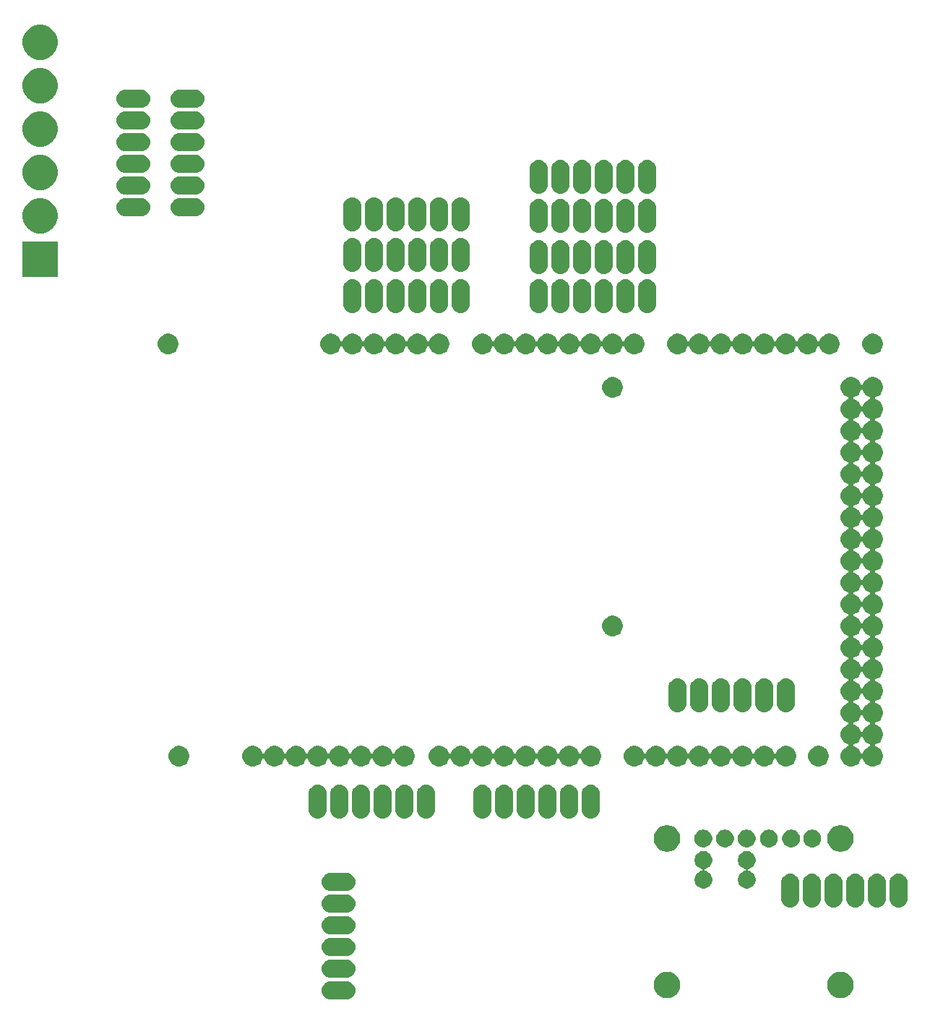
<source format=gbr>
G04 #@! TF.GenerationSoftware,KiCad,Pcbnew,(5.1.6)-1*
G04 #@! TF.CreationDate,2020-11-22T14:51:22+06:00*
G04 #@! TF.ProjectId,Logger,4c6f6767-6572-42e6-9b69-6361645f7063,rev?*
G04 #@! TF.SameCoordinates,Original*
G04 #@! TF.FileFunction,Soldermask,Bot*
G04 #@! TF.FilePolarity,Negative*
%FSLAX46Y46*%
G04 Gerber Fmt 4.6, Leading zero omitted, Abs format (unit mm)*
G04 Created by KiCad (PCBNEW (5.1.6)-1) date 2020-11-22 14:51:22*
%MOMM*%
%LPD*%
G01*
G04 APERTURE LIST*
%ADD10C,0.100000*%
G04 APERTURE END LIST*
D10*
G36*
X-81752052Y3566332D02*
G01*
X-81555743Y3506782D01*
X-81374831Y3410082D01*
X-81216256Y3279944D01*
X-81086118Y3121369D01*
X-80989418Y2940457D01*
X-80929868Y2744148D01*
X-80909762Y2540000D01*
X-80929868Y2335852D01*
X-80989418Y2139543D01*
X-81086118Y1958631D01*
X-81216256Y1800056D01*
X-81374831Y1669918D01*
X-81555743Y1573218D01*
X-81752052Y1513668D01*
X-81905045Y1498600D01*
X-83886955Y1498600D01*
X-84039948Y1513668D01*
X-84236257Y1573218D01*
X-84417169Y1669918D01*
X-84575744Y1800056D01*
X-84705882Y1958631D01*
X-84802582Y2139543D01*
X-84862132Y2335852D01*
X-84882238Y2540000D01*
X-84862132Y2744148D01*
X-84802582Y2940457D01*
X-84705882Y3121369D01*
X-84575744Y3279944D01*
X-84417169Y3410082D01*
X-84236257Y3506782D01*
X-84039948Y3566332D01*
X-83886955Y3581400D01*
X-81905045Y3581400D01*
X-81752052Y3566332D01*
G37*
G36*
X-23783415Y4688698D02*
G01*
X-23633590Y4658896D01*
X-23351326Y4541979D01*
X-23097295Y4372241D01*
X-22881259Y4156205D01*
X-22711521Y3902174D01*
X-22594604Y3619910D01*
X-22535000Y3320260D01*
X-22535000Y3014740D01*
X-22594604Y2715090D01*
X-22711521Y2432826D01*
X-22881259Y2178795D01*
X-23097295Y1962759D01*
X-23351326Y1793021D01*
X-23633590Y1676104D01*
X-23783415Y1646302D01*
X-23933239Y1616500D01*
X-24238761Y1616500D01*
X-24388585Y1646302D01*
X-24538410Y1676104D01*
X-24820674Y1793021D01*
X-25074705Y1962759D01*
X-25290741Y2178795D01*
X-25460479Y2432826D01*
X-25577396Y2715090D01*
X-25637000Y3014740D01*
X-25637000Y3320260D01*
X-25577396Y3619910D01*
X-25460479Y3902174D01*
X-25290741Y4156205D01*
X-25074705Y4372241D01*
X-24820674Y4541979D01*
X-24538410Y4658896D01*
X-24388585Y4688698D01*
X-24238761Y4718500D01*
X-23933239Y4718500D01*
X-23783415Y4688698D01*
G37*
G36*
X-44103415Y4688698D02*
G01*
X-43953590Y4658896D01*
X-43671326Y4541979D01*
X-43417295Y4372241D01*
X-43201259Y4156205D01*
X-43031521Y3902174D01*
X-42914604Y3619910D01*
X-42855000Y3320260D01*
X-42855000Y3014740D01*
X-42914604Y2715090D01*
X-43031521Y2432826D01*
X-43201259Y2178795D01*
X-43417295Y1962759D01*
X-43671326Y1793021D01*
X-43953590Y1676104D01*
X-44103415Y1646302D01*
X-44253239Y1616500D01*
X-44558761Y1616500D01*
X-44708585Y1646302D01*
X-44858410Y1676104D01*
X-45140674Y1793021D01*
X-45394705Y1962759D01*
X-45610741Y2178795D01*
X-45780479Y2432826D01*
X-45897396Y2715090D01*
X-45957000Y3014740D01*
X-45957000Y3320260D01*
X-45897396Y3619910D01*
X-45780479Y3902174D01*
X-45610741Y4156205D01*
X-45394705Y4372241D01*
X-45140674Y4541979D01*
X-44858410Y4658896D01*
X-44708585Y4688698D01*
X-44558761Y4718500D01*
X-44253239Y4718500D01*
X-44103415Y4688698D01*
G37*
G36*
X-81752052Y6106332D02*
G01*
X-81555743Y6046782D01*
X-81374831Y5950082D01*
X-81216256Y5819944D01*
X-81086118Y5661369D01*
X-80989418Y5480457D01*
X-80929868Y5284148D01*
X-80909762Y5080000D01*
X-80929868Y4875852D01*
X-80989418Y4679543D01*
X-81086118Y4498631D01*
X-81216256Y4340056D01*
X-81374831Y4209918D01*
X-81555743Y4113218D01*
X-81752052Y4053668D01*
X-81905045Y4038600D01*
X-83886955Y4038600D01*
X-84039948Y4053668D01*
X-84236257Y4113218D01*
X-84417169Y4209918D01*
X-84575744Y4340056D01*
X-84705882Y4498631D01*
X-84802582Y4679543D01*
X-84862132Y4875852D01*
X-84882238Y5080000D01*
X-84862132Y5284148D01*
X-84802582Y5480457D01*
X-84705882Y5661369D01*
X-84575744Y5819944D01*
X-84417169Y5950082D01*
X-84236257Y6046782D01*
X-84039948Y6106332D01*
X-83886955Y6121400D01*
X-81905045Y6121400D01*
X-81752052Y6106332D01*
G37*
G36*
X-81752052Y8646332D02*
G01*
X-81555743Y8586782D01*
X-81374831Y8490082D01*
X-81216256Y8359944D01*
X-81086118Y8201369D01*
X-80989418Y8020457D01*
X-80929868Y7824148D01*
X-80909762Y7620000D01*
X-80929868Y7415852D01*
X-80989418Y7219543D01*
X-81086118Y7038631D01*
X-81216256Y6880056D01*
X-81374831Y6749918D01*
X-81555743Y6653218D01*
X-81752052Y6593668D01*
X-81905045Y6578600D01*
X-83886955Y6578600D01*
X-84039948Y6593668D01*
X-84236257Y6653218D01*
X-84417169Y6749918D01*
X-84575744Y6880056D01*
X-84705882Y7038631D01*
X-84802582Y7219543D01*
X-84862132Y7415852D01*
X-84882238Y7620000D01*
X-84862132Y7824148D01*
X-84802582Y8020457D01*
X-84705882Y8201369D01*
X-84575744Y8359944D01*
X-84417169Y8490082D01*
X-84236257Y8586782D01*
X-84039948Y8646332D01*
X-83886955Y8661400D01*
X-81905045Y8661400D01*
X-81752052Y8646332D01*
G37*
G36*
X-81752052Y11186332D02*
G01*
X-81555743Y11126782D01*
X-81374831Y11030082D01*
X-81216256Y10899944D01*
X-81086118Y10741369D01*
X-80989418Y10560457D01*
X-80929868Y10364148D01*
X-80909762Y10160000D01*
X-80929868Y9955852D01*
X-80989418Y9759543D01*
X-81086118Y9578631D01*
X-81216256Y9420056D01*
X-81374831Y9289918D01*
X-81555743Y9193218D01*
X-81752052Y9133668D01*
X-81905045Y9118600D01*
X-83886955Y9118600D01*
X-84039948Y9133668D01*
X-84236257Y9193218D01*
X-84417169Y9289918D01*
X-84575744Y9420056D01*
X-84705882Y9578631D01*
X-84802582Y9759543D01*
X-84862132Y9955852D01*
X-84882238Y10160000D01*
X-84862132Y10364148D01*
X-84802582Y10560457D01*
X-84705882Y10741369D01*
X-84575744Y10899944D01*
X-84417169Y11030082D01*
X-84236257Y11126782D01*
X-84039948Y11186332D01*
X-83886955Y11201400D01*
X-81905045Y11201400D01*
X-81752052Y11186332D01*
G37*
G36*
X-81752052Y13726332D02*
G01*
X-81555743Y13666782D01*
X-81374831Y13570082D01*
X-81216256Y13439944D01*
X-81086118Y13281369D01*
X-80989418Y13100457D01*
X-80929868Y12904148D01*
X-80909762Y12700000D01*
X-80929868Y12495852D01*
X-80989418Y12299543D01*
X-81086118Y12118631D01*
X-81216256Y11960056D01*
X-81374831Y11829918D01*
X-81555743Y11733218D01*
X-81752052Y11673668D01*
X-81905045Y11658600D01*
X-83886955Y11658600D01*
X-84039948Y11673668D01*
X-84236257Y11733218D01*
X-84417169Y11829918D01*
X-84575744Y11960056D01*
X-84705882Y12118631D01*
X-84802582Y12299543D01*
X-84862132Y12495852D01*
X-84882238Y12700000D01*
X-84862132Y12904148D01*
X-84802582Y13100457D01*
X-84705882Y13281369D01*
X-84575744Y13439944D01*
X-84417169Y13570082D01*
X-84236257Y13666782D01*
X-84039948Y13726332D01*
X-83886955Y13741400D01*
X-81905045Y13741400D01*
X-81752052Y13726332D01*
G37*
G36*
X-19607852Y16190132D02*
G01*
X-19411543Y16130582D01*
X-19230631Y16033882D01*
X-19072056Y15903744D01*
X-18941918Y15745169D01*
X-18845218Y15564257D01*
X-18785668Y15367948D01*
X-18770600Y15214955D01*
X-18770600Y13233045D01*
X-18785668Y13080052D01*
X-18845218Y12883743D01*
X-18941918Y12702831D01*
X-19072056Y12544256D01*
X-19189323Y12448019D01*
X-19230630Y12414119D01*
X-19230632Y12414118D01*
X-19411544Y12317418D01*
X-19607853Y12257868D01*
X-19812000Y12237762D01*
X-20016148Y12257868D01*
X-20212457Y12317418D01*
X-20393369Y12414118D01*
X-20551944Y12544256D01*
X-20679758Y12700000D01*
X-20682081Y12702830D01*
X-20778781Y12883743D01*
X-20778782Y12883744D01*
X-20838332Y13080053D01*
X-20853400Y13233046D01*
X-20853399Y15214955D01*
X-20838331Y15367948D01*
X-20778781Y15564257D01*
X-20682081Y15745169D01*
X-20551943Y15903744D01*
X-20393368Y16033882D01*
X-20212456Y16130582D01*
X-20016147Y16190132D01*
X-19812000Y16210238D01*
X-19607852Y16190132D01*
G37*
G36*
X-22147852Y16190132D02*
G01*
X-21951543Y16130582D01*
X-21770631Y16033882D01*
X-21612056Y15903744D01*
X-21481918Y15745169D01*
X-21385218Y15564257D01*
X-21325668Y15367948D01*
X-21310600Y15214955D01*
X-21310600Y13233045D01*
X-21325668Y13080052D01*
X-21385218Y12883743D01*
X-21481918Y12702831D01*
X-21612056Y12544256D01*
X-21729323Y12448019D01*
X-21770630Y12414119D01*
X-21770632Y12414118D01*
X-21951544Y12317418D01*
X-22147853Y12257868D01*
X-22352000Y12237762D01*
X-22556148Y12257868D01*
X-22752457Y12317418D01*
X-22933369Y12414118D01*
X-23091944Y12544256D01*
X-23219758Y12700000D01*
X-23222081Y12702830D01*
X-23318781Y12883743D01*
X-23318782Y12883744D01*
X-23378332Y13080053D01*
X-23393400Y13233046D01*
X-23393399Y15214955D01*
X-23378331Y15367948D01*
X-23318781Y15564257D01*
X-23222081Y15745169D01*
X-23091943Y15903744D01*
X-22933368Y16033882D01*
X-22752456Y16130582D01*
X-22556147Y16190132D01*
X-22352000Y16210238D01*
X-22147852Y16190132D01*
G37*
G36*
X-24687852Y16190132D02*
G01*
X-24491543Y16130582D01*
X-24310631Y16033882D01*
X-24152056Y15903744D01*
X-24021918Y15745169D01*
X-23925218Y15564257D01*
X-23865668Y15367948D01*
X-23850600Y15214955D01*
X-23850600Y13233045D01*
X-23865668Y13080052D01*
X-23925218Y12883743D01*
X-24021918Y12702831D01*
X-24152056Y12544256D01*
X-24269323Y12448019D01*
X-24310630Y12414119D01*
X-24310632Y12414118D01*
X-24491544Y12317418D01*
X-24687853Y12257868D01*
X-24892000Y12237762D01*
X-25096148Y12257868D01*
X-25292457Y12317418D01*
X-25473369Y12414118D01*
X-25631944Y12544256D01*
X-25759758Y12700000D01*
X-25762081Y12702830D01*
X-25858781Y12883743D01*
X-25858782Y12883744D01*
X-25918332Y13080053D01*
X-25933400Y13233046D01*
X-25933399Y15214955D01*
X-25918331Y15367948D01*
X-25858781Y15564257D01*
X-25762081Y15745169D01*
X-25631943Y15903744D01*
X-25473368Y16033882D01*
X-25292456Y16130582D01*
X-25096147Y16190132D01*
X-24892000Y16210238D01*
X-24687852Y16190132D01*
G37*
G36*
X-27227852Y16190132D02*
G01*
X-27031543Y16130582D01*
X-26850631Y16033882D01*
X-26692056Y15903744D01*
X-26561918Y15745169D01*
X-26465218Y15564257D01*
X-26405668Y15367948D01*
X-26390600Y15214955D01*
X-26390600Y13233045D01*
X-26405668Y13080052D01*
X-26465218Y12883743D01*
X-26561918Y12702831D01*
X-26692056Y12544256D01*
X-26809323Y12448019D01*
X-26850630Y12414119D01*
X-26850632Y12414118D01*
X-27031544Y12317418D01*
X-27227853Y12257868D01*
X-27432000Y12237762D01*
X-27636148Y12257868D01*
X-27832457Y12317418D01*
X-28013369Y12414118D01*
X-28171944Y12544256D01*
X-28299758Y12700000D01*
X-28302081Y12702830D01*
X-28398781Y12883743D01*
X-28398782Y12883744D01*
X-28458332Y13080053D01*
X-28473400Y13233046D01*
X-28473399Y15214955D01*
X-28458331Y15367948D01*
X-28398781Y15564257D01*
X-28302081Y15745169D01*
X-28171943Y15903744D01*
X-28013368Y16033882D01*
X-27832456Y16130582D01*
X-27636147Y16190132D01*
X-27432000Y16210238D01*
X-27227852Y16190132D01*
G37*
G36*
X-29767852Y16190132D02*
G01*
X-29571543Y16130582D01*
X-29390631Y16033882D01*
X-29232056Y15903744D01*
X-29101918Y15745169D01*
X-29005218Y15564257D01*
X-28945668Y15367948D01*
X-28930600Y15214955D01*
X-28930600Y13233045D01*
X-28945668Y13080052D01*
X-29005218Y12883743D01*
X-29101918Y12702831D01*
X-29232056Y12544256D01*
X-29349323Y12448019D01*
X-29390630Y12414119D01*
X-29390632Y12414118D01*
X-29571544Y12317418D01*
X-29767853Y12257868D01*
X-29972000Y12237762D01*
X-30176148Y12257868D01*
X-30372457Y12317418D01*
X-30553369Y12414118D01*
X-30711944Y12544256D01*
X-30839758Y12700000D01*
X-30842081Y12702830D01*
X-30938781Y12883743D01*
X-30938782Y12883744D01*
X-30998332Y13080053D01*
X-31013400Y13233046D01*
X-31013399Y15214955D01*
X-30998331Y15367948D01*
X-30938781Y15564257D01*
X-30842081Y15745169D01*
X-30711943Y15903744D01*
X-30553368Y16033882D01*
X-30372456Y16130582D01*
X-30176147Y16190132D01*
X-29972000Y16210238D01*
X-29767852Y16190132D01*
G37*
G36*
X-17067852Y16190132D02*
G01*
X-16871543Y16130582D01*
X-16690631Y16033882D01*
X-16532056Y15903744D01*
X-16401918Y15745169D01*
X-16305218Y15564257D01*
X-16245668Y15367948D01*
X-16230600Y15214955D01*
X-16230600Y13233045D01*
X-16245668Y13080052D01*
X-16305218Y12883743D01*
X-16401918Y12702831D01*
X-16532056Y12544256D01*
X-16649323Y12448019D01*
X-16690630Y12414119D01*
X-16690632Y12414118D01*
X-16871544Y12317418D01*
X-17067853Y12257868D01*
X-17272000Y12237762D01*
X-17476148Y12257868D01*
X-17672457Y12317418D01*
X-17853369Y12414118D01*
X-18011944Y12544256D01*
X-18139758Y12700000D01*
X-18142081Y12702830D01*
X-18238781Y12883743D01*
X-18238782Y12883744D01*
X-18298332Y13080053D01*
X-18313400Y13233046D01*
X-18313399Y15214955D01*
X-18298331Y15367948D01*
X-18238781Y15564257D01*
X-18142081Y15745169D01*
X-18011943Y15903744D01*
X-17853368Y16033882D01*
X-17672456Y16130582D01*
X-17476147Y16190132D01*
X-17272000Y16210238D01*
X-17067852Y16190132D01*
G37*
G36*
X-81752052Y16266332D02*
G01*
X-81555743Y16206782D01*
X-81374831Y16110082D01*
X-81216256Y15979944D01*
X-81086118Y15821369D01*
X-80989418Y15640457D01*
X-80929868Y15444148D01*
X-80909762Y15240000D01*
X-80929868Y15035852D01*
X-80989418Y14839543D01*
X-81086118Y14658631D01*
X-81216256Y14500056D01*
X-81374831Y14369918D01*
X-81555743Y14273218D01*
X-81752052Y14213668D01*
X-81905045Y14198600D01*
X-83886955Y14198600D01*
X-84039948Y14213668D01*
X-84236257Y14273218D01*
X-84417169Y14369918D01*
X-84575744Y14500056D01*
X-84705882Y14658631D01*
X-84802582Y14839543D01*
X-84862132Y15035852D01*
X-84882238Y15240000D01*
X-84862132Y15444148D01*
X-84802582Y15640457D01*
X-84705882Y15821369D01*
X-84575744Y15979944D01*
X-84417169Y16110082D01*
X-84236257Y16206782D01*
X-84039948Y16266332D01*
X-83886955Y16281400D01*
X-81905045Y16281400D01*
X-81752052Y16266332D01*
G37*
G36*
X-34745436Y18790611D02*
G01*
X-34554167Y18711385D01*
X-34554165Y18711384D01*
X-34382027Y18596365D01*
X-34235635Y18449973D01*
X-34120615Y18277833D01*
X-34041389Y18086564D01*
X-34001000Y17883516D01*
X-34001000Y17676484D01*
X-34041389Y17473436D01*
X-34120615Y17282167D01*
X-34120616Y17282165D01*
X-34235635Y17110027D01*
X-34382027Y16963635D01*
X-34554165Y16848616D01*
X-34554166Y16848615D01*
X-34554167Y16848615D01*
X-34745436Y16769389D01*
X-34794663Y16759597D01*
X-34818112Y16752484D01*
X-34839723Y16740933D01*
X-34858665Y16725388D01*
X-34874210Y16706446D01*
X-34885761Y16684835D01*
X-34892874Y16661386D01*
X-34895276Y16637000D01*
X-34892874Y16612614D01*
X-34885761Y16589165D01*
X-34874210Y16567554D01*
X-34858665Y16548612D01*
X-34839723Y16533067D01*
X-34818112Y16521516D01*
X-34794663Y16514403D01*
X-34745436Y16504611D01*
X-34554167Y16425385D01*
X-34554165Y16425384D01*
X-34382027Y16310365D01*
X-34235635Y16163973D01*
X-34148710Y16033881D01*
X-34120615Y15991833D01*
X-34041389Y15800564D01*
X-34001000Y15597516D01*
X-34001000Y15390484D01*
X-34041389Y15187436D01*
X-34104177Y15035852D01*
X-34120616Y14996165D01*
X-34235635Y14824027D01*
X-34382027Y14677635D01*
X-34554165Y14562616D01*
X-34554166Y14562615D01*
X-34554167Y14562615D01*
X-34745436Y14483389D01*
X-34948484Y14443000D01*
X-35155516Y14443000D01*
X-35358564Y14483389D01*
X-35549833Y14562615D01*
X-35549834Y14562615D01*
X-35549835Y14562616D01*
X-35721973Y14677635D01*
X-35868365Y14824027D01*
X-35983384Y14996165D01*
X-35999823Y15035852D01*
X-36062611Y15187436D01*
X-36103000Y15390484D01*
X-36103000Y15597516D01*
X-36062611Y15800564D01*
X-35983385Y15991833D01*
X-35955289Y16033881D01*
X-35868365Y16163973D01*
X-35721973Y16310365D01*
X-35549835Y16425384D01*
X-35549833Y16425385D01*
X-35358564Y16504611D01*
X-35309337Y16514403D01*
X-35285888Y16521516D01*
X-35264277Y16533067D01*
X-35245335Y16548612D01*
X-35229790Y16567554D01*
X-35218239Y16589165D01*
X-35211126Y16612614D01*
X-35208724Y16637000D01*
X-35211126Y16661386D01*
X-35218239Y16684835D01*
X-35229790Y16706446D01*
X-35245335Y16725388D01*
X-35264277Y16740933D01*
X-35285888Y16752484D01*
X-35309337Y16759597D01*
X-35358564Y16769389D01*
X-35549833Y16848615D01*
X-35549834Y16848615D01*
X-35549835Y16848616D01*
X-35721973Y16963635D01*
X-35868365Y17110027D01*
X-35983384Y17282165D01*
X-35983385Y17282167D01*
X-36062611Y17473436D01*
X-36103000Y17676484D01*
X-36103000Y17883516D01*
X-36062611Y18086564D01*
X-35983385Y18277833D01*
X-35868365Y18449973D01*
X-35721973Y18596365D01*
X-35549835Y18711384D01*
X-35549833Y18711385D01*
X-35358564Y18790611D01*
X-35155516Y18831000D01*
X-34948484Y18831000D01*
X-34745436Y18790611D01*
G37*
G36*
X-39825436Y18790611D02*
G01*
X-39634167Y18711385D01*
X-39634165Y18711384D01*
X-39462027Y18596365D01*
X-39315635Y18449973D01*
X-39200615Y18277833D01*
X-39121389Y18086564D01*
X-39081000Y17883516D01*
X-39081000Y17676484D01*
X-39121389Y17473436D01*
X-39200615Y17282167D01*
X-39200616Y17282165D01*
X-39315635Y17110027D01*
X-39462027Y16963635D01*
X-39634165Y16848616D01*
X-39634166Y16848615D01*
X-39634167Y16848615D01*
X-39825436Y16769389D01*
X-39874663Y16759597D01*
X-39898112Y16752484D01*
X-39919723Y16740933D01*
X-39938665Y16725388D01*
X-39954210Y16706446D01*
X-39965761Y16684835D01*
X-39972874Y16661386D01*
X-39975276Y16637000D01*
X-39972874Y16612614D01*
X-39965761Y16589165D01*
X-39954210Y16567554D01*
X-39938665Y16548612D01*
X-39919723Y16533067D01*
X-39898112Y16521516D01*
X-39874663Y16514403D01*
X-39825436Y16504611D01*
X-39634167Y16425385D01*
X-39634165Y16425384D01*
X-39462027Y16310365D01*
X-39315635Y16163973D01*
X-39228710Y16033881D01*
X-39200615Y15991833D01*
X-39121389Y15800564D01*
X-39081000Y15597516D01*
X-39081000Y15390484D01*
X-39121389Y15187436D01*
X-39184177Y15035852D01*
X-39200616Y14996165D01*
X-39315635Y14824027D01*
X-39462027Y14677635D01*
X-39634165Y14562616D01*
X-39634166Y14562615D01*
X-39634167Y14562615D01*
X-39825436Y14483389D01*
X-40028484Y14443000D01*
X-40235516Y14443000D01*
X-40438564Y14483389D01*
X-40629833Y14562615D01*
X-40629834Y14562615D01*
X-40629835Y14562616D01*
X-40801973Y14677635D01*
X-40948365Y14824027D01*
X-41063384Y14996165D01*
X-41079823Y15035852D01*
X-41142611Y15187436D01*
X-41183000Y15390484D01*
X-41183000Y15597516D01*
X-41142611Y15800564D01*
X-41063385Y15991833D01*
X-41035289Y16033881D01*
X-40948365Y16163973D01*
X-40801973Y16310365D01*
X-40629835Y16425384D01*
X-40629833Y16425385D01*
X-40438564Y16504611D01*
X-40389337Y16514403D01*
X-40365888Y16521516D01*
X-40344277Y16533067D01*
X-40325335Y16548612D01*
X-40309790Y16567554D01*
X-40298239Y16589165D01*
X-40291126Y16612614D01*
X-40288724Y16637000D01*
X-40291126Y16661386D01*
X-40298239Y16684835D01*
X-40309790Y16706446D01*
X-40325335Y16725388D01*
X-40344277Y16740933D01*
X-40365888Y16752484D01*
X-40389337Y16759597D01*
X-40438564Y16769389D01*
X-40629833Y16848615D01*
X-40629834Y16848615D01*
X-40629835Y16848616D01*
X-40801973Y16963635D01*
X-40948365Y17110027D01*
X-41063384Y17282165D01*
X-41063385Y17282167D01*
X-41142611Y17473436D01*
X-41183000Y17676484D01*
X-41183000Y17883516D01*
X-41142611Y18086564D01*
X-41063385Y18277833D01*
X-40948365Y18449973D01*
X-40801973Y18596365D01*
X-40629835Y18711384D01*
X-40629833Y18711385D01*
X-40438564Y18790611D01*
X-40235516Y18831000D01*
X-40028484Y18831000D01*
X-39825436Y18790611D01*
G37*
G36*
X-23783415Y21833698D02*
G01*
X-23633590Y21803896D01*
X-23351326Y21686979D01*
X-23097295Y21517241D01*
X-22881259Y21301205D01*
X-22711521Y21047174D01*
X-22594604Y20764910D01*
X-22535000Y20465260D01*
X-22535000Y20159740D01*
X-22594604Y19860090D01*
X-22711521Y19577826D01*
X-22881259Y19323795D01*
X-23097295Y19107759D01*
X-23351326Y18938021D01*
X-23633590Y18821104D01*
X-23783415Y18791302D01*
X-23933239Y18761500D01*
X-24238761Y18761500D01*
X-24388585Y18791302D01*
X-24538410Y18821104D01*
X-24820674Y18938021D01*
X-25074705Y19107759D01*
X-25290741Y19323795D01*
X-25460479Y19577826D01*
X-25577396Y19860090D01*
X-25637000Y20159740D01*
X-25637000Y20465260D01*
X-25577396Y20764910D01*
X-25460479Y21047174D01*
X-25290741Y21301205D01*
X-25074705Y21517241D01*
X-24820674Y21686979D01*
X-24538410Y21803896D01*
X-24388585Y21833698D01*
X-24238761Y21863500D01*
X-23933239Y21863500D01*
X-23783415Y21833698D01*
G37*
G36*
X-44103415Y21833698D02*
G01*
X-43953590Y21803896D01*
X-43671326Y21686979D01*
X-43417295Y21517241D01*
X-43201259Y21301205D01*
X-43031521Y21047174D01*
X-42914604Y20764910D01*
X-42855000Y20465260D01*
X-42855000Y20159740D01*
X-42914604Y19860090D01*
X-43031521Y19577826D01*
X-43201259Y19323795D01*
X-43417295Y19107759D01*
X-43671326Y18938021D01*
X-43953590Y18821104D01*
X-44103415Y18791302D01*
X-44253239Y18761500D01*
X-44558761Y18761500D01*
X-44708585Y18791302D01*
X-44858410Y18821104D01*
X-45140674Y18938021D01*
X-45394705Y19107759D01*
X-45610741Y19323795D01*
X-45780479Y19577826D01*
X-45897396Y19860090D01*
X-45957000Y20159740D01*
X-45957000Y20465260D01*
X-45897396Y20764910D01*
X-45780479Y21047174D01*
X-45610741Y21301205D01*
X-45394705Y21517241D01*
X-45140674Y21686979D01*
X-44858410Y21803896D01*
X-44708585Y21833698D01*
X-44558761Y21863500D01*
X-44253239Y21863500D01*
X-44103415Y21833698D01*
G37*
G36*
X-27081436Y21323111D02*
G01*
X-26890167Y21243885D01*
X-26890165Y21243884D01*
X-26718027Y21128865D01*
X-26571635Y20982473D01*
X-26456615Y20810333D01*
X-26377389Y20619064D01*
X-26337000Y20416016D01*
X-26337000Y20208984D01*
X-26377389Y20005936D01*
X-26437800Y19860091D01*
X-26456616Y19814665D01*
X-26571635Y19642527D01*
X-26718027Y19496135D01*
X-26890165Y19381116D01*
X-26890166Y19381115D01*
X-26890167Y19381115D01*
X-27081436Y19301889D01*
X-27284484Y19261500D01*
X-27491516Y19261500D01*
X-27694564Y19301889D01*
X-27885833Y19381115D01*
X-27885834Y19381115D01*
X-27885835Y19381116D01*
X-28057973Y19496135D01*
X-28204365Y19642527D01*
X-28319384Y19814665D01*
X-28338200Y19860091D01*
X-28398611Y20005936D01*
X-28439000Y20208984D01*
X-28439000Y20416016D01*
X-28398611Y20619064D01*
X-28319385Y20810333D01*
X-28204365Y20982473D01*
X-28057973Y21128865D01*
X-27885835Y21243884D01*
X-27885833Y21243885D01*
X-27694564Y21323111D01*
X-27491516Y21363500D01*
X-27284484Y21363500D01*
X-27081436Y21323111D01*
G37*
G36*
X-29557936Y21323111D02*
G01*
X-29366667Y21243885D01*
X-29366665Y21243884D01*
X-29194527Y21128865D01*
X-29048135Y20982473D01*
X-28933115Y20810333D01*
X-28853889Y20619064D01*
X-28813500Y20416016D01*
X-28813500Y20208984D01*
X-28853889Y20005936D01*
X-28914300Y19860091D01*
X-28933116Y19814665D01*
X-29048135Y19642527D01*
X-29194527Y19496135D01*
X-29366665Y19381116D01*
X-29366666Y19381115D01*
X-29366667Y19381115D01*
X-29557936Y19301889D01*
X-29760984Y19261500D01*
X-29968016Y19261500D01*
X-30171064Y19301889D01*
X-30362333Y19381115D01*
X-30362334Y19381115D01*
X-30362335Y19381116D01*
X-30534473Y19496135D01*
X-30680865Y19642527D01*
X-30795884Y19814665D01*
X-30814700Y19860091D01*
X-30875111Y20005936D01*
X-30915500Y20208984D01*
X-30915500Y20416016D01*
X-30875111Y20619064D01*
X-30795885Y20810333D01*
X-30680865Y20982473D01*
X-30534473Y21128865D01*
X-30362335Y21243884D01*
X-30362333Y21243885D01*
X-30171064Y21323111D01*
X-29968016Y21363500D01*
X-29760984Y21363500D01*
X-29557936Y21323111D01*
G37*
G36*
X-32161436Y21323111D02*
G01*
X-31970167Y21243885D01*
X-31970165Y21243884D01*
X-31798027Y21128865D01*
X-31651635Y20982473D01*
X-31536615Y20810333D01*
X-31457389Y20619064D01*
X-31417000Y20416016D01*
X-31417000Y20208984D01*
X-31457389Y20005936D01*
X-31517800Y19860091D01*
X-31536616Y19814665D01*
X-31651635Y19642527D01*
X-31798027Y19496135D01*
X-31970165Y19381116D01*
X-31970166Y19381115D01*
X-31970167Y19381115D01*
X-32161436Y19301889D01*
X-32364484Y19261500D01*
X-32571516Y19261500D01*
X-32774564Y19301889D01*
X-32965833Y19381115D01*
X-32965834Y19381115D01*
X-32965835Y19381116D01*
X-33137973Y19496135D01*
X-33284365Y19642527D01*
X-33399384Y19814665D01*
X-33418200Y19860091D01*
X-33478611Y20005936D01*
X-33519000Y20208984D01*
X-33519000Y20416016D01*
X-33478611Y20619064D01*
X-33399385Y20810333D01*
X-33284365Y20982473D01*
X-33137973Y21128865D01*
X-32965835Y21243884D01*
X-32965833Y21243885D01*
X-32774564Y21323111D01*
X-32571516Y21363500D01*
X-32364484Y21363500D01*
X-32161436Y21323111D01*
G37*
G36*
X-34764936Y21323111D02*
G01*
X-34573667Y21243885D01*
X-34573665Y21243884D01*
X-34401527Y21128865D01*
X-34255135Y20982473D01*
X-34140115Y20810333D01*
X-34060889Y20619064D01*
X-34020500Y20416016D01*
X-34020500Y20208984D01*
X-34060889Y20005936D01*
X-34121300Y19860091D01*
X-34140116Y19814665D01*
X-34255135Y19642527D01*
X-34401527Y19496135D01*
X-34573665Y19381116D01*
X-34573666Y19381115D01*
X-34573667Y19381115D01*
X-34764936Y19301889D01*
X-34967984Y19261500D01*
X-35175016Y19261500D01*
X-35378064Y19301889D01*
X-35569333Y19381115D01*
X-35569334Y19381115D01*
X-35569335Y19381116D01*
X-35741473Y19496135D01*
X-35887865Y19642527D01*
X-36002884Y19814665D01*
X-36021700Y19860091D01*
X-36082111Y20005936D01*
X-36122500Y20208984D01*
X-36122500Y20416016D01*
X-36082111Y20619064D01*
X-36002885Y20810333D01*
X-35887865Y20982473D01*
X-35741473Y21128865D01*
X-35569335Y21243884D01*
X-35569333Y21243885D01*
X-35378064Y21323111D01*
X-35175016Y21363500D01*
X-34967984Y21363500D01*
X-34764936Y21323111D01*
G37*
G36*
X-37304936Y21323111D02*
G01*
X-37113667Y21243885D01*
X-37113665Y21243884D01*
X-36941527Y21128865D01*
X-36795135Y20982473D01*
X-36680115Y20810333D01*
X-36600889Y20619064D01*
X-36560500Y20416016D01*
X-36560500Y20208984D01*
X-36600889Y20005936D01*
X-36661300Y19860091D01*
X-36680116Y19814665D01*
X-36795135Y19642527D01*
X-36941527Y19496135D01*
X-37113665Y19381116D01*
X-37113666Y19381115D01*
X-37113667Y19381115D01*
X-37304936Y19301889D01*
X-37507984Y19261500D01*
X-37715016Y19261500D01*
X-37918064Y19301889D01*
X-38109333Y19381115D01*
X-38109334Y19381115D01*
X-38109335Y19381116D01*
X-38281473Y19496135D01*
X-38427865Y19642527D01*
X-38542884Y19814665D01*
X-38561700Y19860091D01*
X-38622111Y20005936D01*
X-38662500Y20208984D01*
X-38662500Y20416016D01*
X-38622111Y20619064D01*
X-38542885Y20810333D01*
X-38427865Y20982473D01*
X-38281473Y21128865D01*
X-38109335Y21243884D01*
X-38109333Y21243885D01*
X-37918064Y21323111D01*
X-37715016Y21363500D01*
X-37507984Y21363500D01*
X-37304936Y21323111D01*
G37*
G36*
X-39844936Y21323111D02*
G01*
X-39653667Y21243885D01*
X-39653665Y21243884D01*
X-39481527Y21128865D01*
X-39335135Y20982473D01*
X-39220115Y20810333D01*
X-39140889Y20619064D01*
X-39100500Y20416016D01*
X-39100500Y20208984D01*
X-39140889Y20005936D01*
X-39201300Y19860091D01*
X-39220116Y19814665D01*
X-39335135Y19642527D01*
X-39481527Y19496135D01*
X-39653665Y19381116D01*
X-39653666Y19381115D01*
X-39653667Y19381115D01*
X-39844936Y19301889D01*
X-40047984Y19261500D01*
X-40255016Y19261500D01*
X-40458064Y19301889D01*
X-40649333Y19381115D01*
X-40649334Y19381115D01*
X-40649335Y19381116D01*
X-40821473Y19496135D01*
X-40967865Y19642527D01*
X-41082884Y19814665D01*
X-41101700Y19860091D01*
X-41162111Y20005936D01*
X-41202500Y20208984D01*
X-41202500Y20416016D01*
X-41162111Y20619064D01*
X-41082885Y20810333D01*
X-40967865Y20982473D01*
X-40821473Y21128865D01*
X-40649335Y21243884D01*
X-40649333Y21243885D01*
X-40458064Y21323111D01*
X-40255016Y21363500D01*
X-40047984Y21363500D01*
X-39844936Y21323111D01*
G37*
G36*
X-82599853Y26604132D02*
G01*
X-82403544Y26544582D01*
X-82241198Y26457806D01*
X-82222630Y26447881D01*
X-82181323Y26413981D01*
X-82064056Y26317744D01*
X-81933918Y26159169D01*
X-81837218Y25978257D01*
X-81777668Y25781948D01*
X-81762600Y25628955D01*
X-81762600Y23647045D01*
X-81777668Y23494052D01*
X-81837218Y23297743D01*
X-81933918Y23116831D01*
X-82064056Y22958256D01*
X-82222631Y22828118D01*
X-82403543Y22731418D01*
X-82599852Y22671868D01*
X-82804000Y22651762D01*
X-83008147Y22671868D01*
X-83204456Y22731418D01*
X-83385368Y22828118D01*
X-83543943Y22958256D01*
X-83674081Y23116831D01*
X-83770781Y23297743D01*
X-83830331Y23494052D01*
X-83845399Y23647045D01*
X-83845400Y25628954D01*
X-83830332Y25781947D01*
X-83770782Y25978256D01*
X-83674082Y26159168D01*
X-83674081Y26159170D01*
X-83640181Y26200477D01*
X-83543944Y26317744D01*
X-83385369Y26447882D01*
X-83204457Y26544582D01*
X-83008148Y26604132D01*
X-82804000Y26624238D01*
X-82599853Y26604132D01*
G37*
G36*
X-53135852Y26604132D02*
G01*
X-52939543Y26544582D01*
X-52758631Y26447882D01*
X-52600056Y26317744D01*
X-52469918Y26159169D01*
X-52373218Y25978257D01*
X-52313668Y25781948D01*
X-52298600Y25628955D01*
X-52298600Y23647045D01*
X-52313668Y23494052D01*
X-52373218Y23297743D01*
X-52469918Y23116831D01*
X-52600056Y22958256D01*
X-52717323Y22862019D01*
X-52758630Y22828119D01*
X-52758632Y22828118D01*
X-52939544Y22731418D01*
X-53135853Y22671868D01*
X-53340000Y22651762D01*
X-53544148Y22671868D01*
X-53740457Y22731418D01*
X-53921369Y22828118D01*
X-54079944Y22958256D01*
X-54176181Y23075523D01*
X-54210081Y23116830D01*
X-54306781Y23297743D01*
X-54306782Y23297744D01*
X-54366332Y23494053D01*
X-54381400Y23647046D01*
X-54381399Y25628955D01*
X-54366331Y25781948D01*
X-54306781Y25978257D01*
X-54210081Y26159169D01*
X-54079943Y26317744D01*
X-53921368Y26447882D01*
X-53740456Y26544582D01*
X-53544147Y26604132D01*
X-53340000Y26624238D01*
X-53135852Y26604132D01*
G37*
G36*
X-55675852Y26604132D02*
G01*
X-55479543Y26544582D01*
X-55298631Y26447882D01*
X-55140056Y26317744D01*
X-55009918Y26159169D01*
X-54913218Y25978257D01*
X-54853668Y25781948D01*
X-54838600Y25628955D01*
X-54838600Y23647045D01*
X-54853668Y23494052D01*
X-54913218Y23297743D01*
X-55009918Y23116831D01*
X-55140056Y22958256D01*
X-55257323Y22862019D01*
X-55298630Y22828119D01*
X-55298632Y22828118D01*
X-55479544Y22731418D01*
X-55675853Y22671868D01*
X-55880000Y22651762D01*
X-56084148Y22671868D01*
X-56280457Y22731418D01*
X-56461369Y22828118D01*
X-56619944Y22958256D01*
X-56716181Y23075523D01*
X-56750081Y23116830D01*
X-56846781Y23297743D01*
X-56846782Y23297744D01*
X-56906332Y23494053D01*
X-56921400Y23647046D01*
X-56921399Y25628955D01*
X-56906331Y25781948D01*
X-56846781Y25978257D01*
X-56750081Y26159169D01*
X-56619943Y26317744D01*
X-56461368Y26447882D01*
X-56280456Y26544582D01*
X-56084147Y26604132D01*
X-55880000Y26624238D01*
X-55675852Y26604132D01*
G37*
G36*
X-58215852Y26604132D02*
G01*
X-58019543Y26544582D01*
X-57838631Y26447882D01*
X-57680056Y26317744D01*
X-57549918Y26159169D01*
X-57453218Y25978257D01*
X-57393668Y25781948D01*
X-57378600Y25628955D01*
X-57378600Y23647045D01*
X-57393668Y23494052D01*
X-57453218Y23297743D01*
X-57549918Y23116831D01*
X-57680056Y22958256D01*
X-57797323Y22862019D01*
X-57838630Y22828119D01*
X-57838632Y22828118D01*
X-58019544Y22731418D01*
X-58215853Y22671868D01*
X-58420000Y22651762D01*
X-58624148Y22671868D01*
X-58820457Y22731418D01*
X-59001369Y22828118D01*
X-59159944Y22958256D01*
X-59256181Y23075523D01*
X-59290081Y23116830D01*
X-59386781Y23297743D01*
X-59386782Y23297744D01*
X-59446332Y23494053D01*
X-59461400Y23647046D01*
X-59461399Y25628955D01*
X-59446331Y25781948D01*
X-59386781Y25978257D01*
X-59290081Y26159169D01*
X-59159943Y26317744D01*
X-59001368Y26447882D01*
X-58820456Y26544582D01*
X-58624147Y26604132D01*
X-58420000Y26624238D01*
X-58215852Y26604132D01*
G37*
G36*
X-60755852Y26604132D02*
G01*
X-60559543Y26544582D01*
X-60378631Y26447882D01*
X-60220056Y26317744D01*
X-60089918Y26159169D01*
X-59993218Y25978257D01*
X-59933668Y25781948D01*
X-59918600Y25628955D01*
X-59918600Y23647045D01*
X-59933668Y23494052D01*
X-59993218Y23297743D01*
X-60089918Y23116831D01*
X-60220056Y22958256D01*
X-60337323Y22862019D01*
X-60378630Y22828119D01*
X-60378632Y22828118D01*
X-60559544Y22731418D01*
X-60755853Y22671868D01*
X-60960000Y22651762D01*
X-61164148Y22671868D01*
X-61360457Y22731418D01*
X-61541369Y22828118D01*
X-61699944Y22958256D01*
X-61796181Y23075523D01*
X-61830081Y23116830D01*
X-61926781Y23297743D01*
X-61926782Y23297744D01*
X-61986332Y23494053D01*
X-62001400Y23647046D01*
X-62001399Y25628955D01*
X-61986331Y25781948D01*
X-61926781Y25978257D01*
X-61830081Y26159169D01*
X-61699943Y26317744D01*
X-61541368Y26447882D01*
X-61360456Y26544582D01*
X-61164147Y26604132D01*
X-60960000Y26624238D01*
X-60755852Y26604132D01*
G37*
G36*
X-63295852Y26604132D02*
G01*
X-63099543Y26544582D01*
X-62918631Y26447882D01*
X-62760056Y26317744D01*
X-62629918Y26159169D01*
X-62533218Y25978257D01*
X-62473668Y25781948D01*
X-62458600Y25628955D01*
X-62458600Y23647045D01*
X-62473668Y23494052D01*
X-62533218Y23297743D01*
X-62629918Y23116831D01*
X-62760056Y22958256D01*
X-62877323Y22862019D01*
X-62918630Y22828119D01*
X-62918632Y22828118D01*
X-63099544Y22731418D01*
X-63295853Y22671868D01*
X-63500000Y22651762D01*
X-63704148Y22671868D01*
X-63900457Y22731418D01*
X-64081369Y22828118D01*
X-64239944Y22958256D01*
X-64336181Y23075523D01*
X-64370081Y23116830D01*
X-64466781Y23297743D01*
X-64466782Y23297744D01*
X-64526332Y23494053D01*
X-64541400Y23647046D01*
X-64541399Y25628955D01*
X-64526331Y25781948D01*
X-64466781Y25978257D01*
X-64370081Y26159169D01*
X-64239943Y26317744D01*
X-64081368Y26447882D01*
X-63900456Y26544582D01*
X-63704147Y26604132D01*
X-63500000Y26624238D01*
X-63295852Y26604132D01*
G37*
G36*
X-72439853Y26604132D02*
G01*
X-72243544Y26544582D01*
X-72081198Y26457806D01*
X-72062630Y26447881D01*
X-72021323Y26413981D01*
X-71904056Y26317744D01*
X-71773918Y26159169D01*
X-71677218Y25978257D01*
X-71617668Y25781948D01*
X-71602600Y25628955D01*
X-71602600Y23647045D01*
X-71617668Y23494052D01*
X-71677218Y23297743D01*
X-71773918Y23116831D01*
X-71904056Y22958256D01*
X-72062631Y22828118D01*
X-72243543Y22731418D01*
X-72439852Y22671868D01*
X-72644000Y22651762D01*
X-72848147Y22671868D01*
X-73044456Y22731418D01*
X-73225368Y22828118D01*
X-73383943Y22958256D01*
X-73514081Y23116831D01*
X-73610781Y23297743D01*
X-73670331Y23494052D01*
X-73685399Y23647045D01*
X-73685400Y25628954D01*
X-73670332Y25781947D01*
X-73610782Y25978256D01*
X-73514082Y26159168D01*
X-73514081Y26159170D01*
X-73480181Y26200477D01*
X-73383944Y26317744D01*
X-73225369Y26447882D01*
X-73044457Y26544582D01*
X-72848148Y26604132D01*
X-72644000Y26624238D01*
X-72439853Y26604132D01*
G37*
G36*
X-77519853Y26604132D02*
G01*
X-77323544Y26544582D01*
X-77161198Y26457806D01*
X-77142630Y26447881D01*
X-77101323Y26413981D01*
X-76984056Y26317744D01*
X-76853918Y26159169D01*
X-76757218Y25978257D01*
X-76697668Y25781948D01*
X-76682600Y25628955D01*
X-76682600Y23647045D01*
X-76697668Y23494052D01*
X-76757218Y23297743D01*
X-76853918Y23116831D01*
X-76984056Y22958256D01*
X-77142631Y22828118D01*
X-77323543Y22731418D01*
X-77519852Y22671868D01*
X-77724000Y22651762D01*
X-77928147Y22671868D01*
X-78124456Y22731418D01*
X-78305368Y22828118D01*
X-78463943Y22958256D01*
X-78594081Y23116831D01*
X-78690781Y23297743D01*
X-78750331Y23494052D01*
X-78765399Y23647045D01*
X-78765400Y25628954D01*
X-78750332Y25781947D01*
X-78690782Y25978256D01*
X-78594082Y26159168D01*
X-78594081Y26159170D01*
X-78560181Y26200477D01*
X-78463944Y26317744D01*
X-78305369Y26447882D01*
X-78124457Y26544582D01*
X-77928148Y26604132D01*
X-77724000Y26624238D01*
X-77519853Y26604132D01*
G37*
G36*
X-80059853Y26604132D02*
G01*
X-79863544Y26544582D01*
X-79701198Y26457806D01*
X-79682630Y26447881D01*
X-79641323Y26413981D01*
X-79524056Y26317744D01*
X-79393918Y26159169D01*
X-79297218Y25978257D01*
X-79237668Y25781948D01*
X-79222600Y25628955D01*
X-79222600Y23647045D01*
X-79237668Y23494052D01*
X-79297218Y23297743D01*
X-79393918Y23116831D01*
X-79524056Y22958256D01*
X-79682631Y22828118D01*
X-79863543Y22731418D01*
X-80059852Y22671868D01*
X-80264000Y22651762D01*
X-80468147Y22671868D01*
X-80664456Y22731418D01*
X-80845368Y22828118D01*
X-81003943Y22958256D01*
X-81134081Y23116831D01*
X-81230781Y23297743D01*
X-81290331Y23494052D01*
X-81305399Y23647045D01*
X-81305400Y25628954D01*
X-81290332Y25781947D01*
X-81230782Y25978256D01*
X-81134082Y26159168D01*
X-81134081Y26159170D01*
X-81100181Y26200477D01*
X-81003944Y26317744D01*
X-80845369Y26447882D01*
X-80664457Y26544582D01*
X-80468148Y26604132D01*
X-80264000Y26624238D01*
X-80059853Y26604132D01*
G37*
G36*
X-65835852Y26604132D02*
G01*
X-65639543Y26544582D01*
X-65458631Y26447882D01*
X-65300056Y26317744D01*
X-65169918Y26159169D01*
X-65073218Y25978257D01*
X-65013668Y25781948D01*
X-64998600Y25628955D01*
X-64998600Y23647045D01*
X-65013668Y23494052D01*
X-65073218Y23297743D01*
X-65169918Y23116831D01*
X-65300056Y22958256D01*
X-65417323Y22862019D01*
X-65458630Y22828119D01*
X-65458632Y22828118D01*
X-65639544Y22731418D01*
X-65835853Y22671868D01*
X-66040000Y22651762D01*
X-66244148Y22671868D01*
X-66440457Y22731418D01*
X-66621369Y22828118D01*
X-66779944Y22958256D01*
X-66876181Y23075523D01*
X-66910081Y23116830D01*
X-67006781Y23297743D01*
X-67006782Y23297744D01*
X-67066332Y23494053D01*
X-67081400Y23647046D01*
X-67081399Y25628955D01*
X-67066331Y25781948D01*
X-67006781Y25978257D01*
X-66910081Y26159169D01*
X-66779943Y26317744D01*
X-66621368Y26447882D01*
X-66440456Y26544582D01*
X-66244147Y26604132D01*
X-66040000Y26624238D01*
X-65835852Y26604132D01*
G37*
G36*
X-85139853Y26604132D02*
G01*
X-84943544Y26544582D01*
X-84781198Y26457806D01*
X-84762630Y26447881D01*
X-84721323Y26413981D01*
X-84604056Y26317744D01*
X-84473918Y26159169D01*
X-84377218Y25978257D01*
X-84317668Y25781948D01*
X-84302600Y25628955D01*
X-84302600Y23647045D01*
X-84317668Y23494052D01*
X-84377218Y23297743D01*
X-84473918Y23116831D01*
X-84604056Y22958256D01*
X-84762631Y22828118D01*
X-84943543Y22731418D01*
X-85139852Y22671868D01*
X-85344000Y22651762D01*
X-85548147Y22671868D01*
X-85744456Y22731418D01*
X-85925368Y22828118D01*
X-86083943Y22958256D01*
X-86214081Y23116831D01*
X-86310781Y23297743D01*
X-86370331Y23494052D01*
X-86385399Y23647045D01*
X-86385400Y25628954D01*
X-86370332Y25781947D01*
X-86310782Y25978256D01*
X-86214082Y26159168D01*
X-86214081Y26159170D01*
X-86180181Y26200477D01*
X-86083944Y26317744D01*
X-85925369Y26447882D01*
X-85744457Y26544582D01*
X-85548148Y26604132D01*
X-85344000Y26624238D01*
X-85139853Y26604132D01*
G37*
G36*
X-74979853Y26604132D02*
G01*
X-74783544Y26544582D01*
X-74621198Y26457806D01*
X-74602630Y26447881D01*
X-74561323Y26413981D01*
X-74444056Y26317744D01*
X-74313918Y26159169D01*
X-74217218Y25978257D01*
X-74157668Y25781948D01*
X-74142600Y25628955D01*
X-74142600Y23647045D01*
X-74157668Y23494052D01*
X-74217218Y23297743D01*
X-74313918Y23116831D01*
X-74444056Y22958256D01*
X-74602631Y22828118D01*
X-74783543Y22731418D01*
X-74979852Y22671868D01*
X-75184000Y22651762D01*
X-75388147Y22671868D01*
X-75584456Y22731418D01*
X-75765368Y22828118D01*
X-75923943Y22958256D01*
X-76054081Y23116831D01*
X-76150781Y23297743D01*
X-76210331Y23494052D01*
X-76225399Y23647045D01*
X-76225400Y25628954D01*
X-76210332Y25781947D01*
X-76150782Y25978256D01*
X-76054082Y26159168D01*
X-76054081Y26159170D01*
X-76020181Y26200477D01*
X-75923944Y26317744D01*
X-75765369Y26447882D01*
X-75584457Y26544582D01*
X-75388148Y26604132D01*
X-75184000Y26624238D01*
X-74979853Y26604132D01*
G37*
G36*
X-92599507Y31115424D02*
G01*
X-92380831Y31024845D01*
X-92380829Y31024844D01*
X-92184025Y30893344D01*
X-92016656Y30725975D01*
X-91885155Y30529169D01*
X-91795484Y30312685D01*
X-91783933Y30291074D01*
X-91768388Y30272132D01*
X-91749446Y30256587D01*
X-91727835Y30245036D01*
X-91704386Y30237923D01*
X-91680000Y30235521D01*
X-91655614Y30237923D01*
X-91632165Y30245036D01*
X-91610554Y30256587D01*
X-91591612Y30272132D01*
X-91576067Y30291074D01*
X-91564516Y30312685D01*
X-91474845Y30529169D01*
X-91343344Y30725975D01*
X-91175975Y30893344D01*
X-90979171Y31024844D01*
X-90979169Y31024845D01*
X-90760493Y31115424D01*
X-90528349Y31161600D01*
X-90291651Y31161600D01*
X-90059507Y31115424D01*
X-89840831Y31024845D01*
X-89840829Y31024844D01*
X-89644025Y30893344D01*
X-89476656Y30725975D01*
X-89345155Y30529169D01*
X-89255484Y30312685D01*
X-89243933Y30291074D01*
X-89228388Y30272132D01*
X-89209446Y30256587D01*
X-89187835Y30245036D01*
X-89164386Y30237923D01*
X-89140000Y30235521D01*
X-89115614Y30237923D01*
X-89092165Y30245036D01*
X-89070554Y30256587D01*
X-89051612Y30272132D01*
X-89036067Y30291074D01*
X-89024516Y30312685D01*
X-88934845Y30529169D01*
X-88803344Y30725975D01*
X-88635975Y30893344D01*
X-88439171Y31024844D01*
X-88439169Y31024845D01*
X-88220493Y31115424D01*
X-87988349Y31161600D01*
X-87751651Y31161600D01*
X-87519507Y31115424D01*
X-87300831Y31024845D01*
X-87300829Y31024844D01*
X-87104025Y30893344D01*
X-86936656Y30725975D01*
X-86805155Y30529169D01*
X-86715484Y30312685D01*
X-86703933Y30291074D01*
X-86688388Y30272132D01*
X-86669446Y30256587D01*
X-86647835Y30245036D01*
X-86624386Y30237923D01*
X-86600000Y30235521D01*
X-86575614Y30237923D01*
X-86552165Y30245036D01*
X-86530554Y30256587D01*
X-86511612Y30272132D01*
X-86496067Y30291074D01*
X-86484516Y30312685D01*
X-86394845Y30529169D01*
X-86263344Y30725975D01*
X-86095975Y30893344D01*
X-85899171Y31024844D01*
X-85899169Y31024845D01*
X-85680493Y31115424D01*
X-85448349Y31161600D01*
X-85211651Y31161600D01*
X-84979507Y31115424D01*
X-84760831Y31024845D01*
X-84760829Y31024844D01*
X-84564025Y30893344D01*
X-84396656Y30725975D01*
X-84265155Y30529169D01*
X-84175484Y30312685D01*
X-84163933Y30291074D01*
X-84148388Y30272132D01*
X-84129446Y30256587D01*
X-84107835Y30245036D01*
X-84084386Y30237923D01*
X-84060000Y30235521D01*
X-84035614Y30237923D01*
X-84012165Y30245036D01*
X-83990554Y30256587D01*
X-83971612Y30272132D01*
X-83956067Y30291074D01*
X-83944516Y30312685D01*
X-83854845Y30529169D01*
X-83723344Y30725975D01*
X-83555975Y30893344D01*
X-83359171Y31024844D01*
X-83359169Y31024845D01*
X-83140493Y31115424D01*
X-82908349Y31161600D01*
X-82671651Y31161600D01*
X-82439507Y31115424D01*
X-82220831Y31024845D01*
X-82220829Y31024844D01*
X-82024025Y30893344D01*
X-81856656Y30725975D01*
X-81725155Y30529169D01*
X-81635484Y30312685D01*
X-81623933Y30291074D01*
X-81608388Y30272132D01*
X-81589446Y30256587D01*
X-81567835Y30245036D01*
X-81544386Y30237923D01*
X-81520000Y30235521D01*
X-81495614Y30237923D01*
X-81472165Y30245036D01*
X-81450554Y30256587D01*
X-81431612Y30272132D01*
X-81416067Y30291074D01*
X-81404516Y30312685D01*
X-81314845Y30529169D01*
X-81183344Y30725975D01*
X-81015975Y30893344D01*
X-80819171Y31024844D01*
X-80819169Y31024845D01*
X-80600493Y31115424D01*
X-80368349Y31161600D01*
X-80131651Y31161600D01*
X-79899507Y31115424D01*
X-79680831Y31024845D01*
X-79680829Y31024844D01*
X-79484025Y30893344D01*
X-79316656Y30725975D01*
X-79185155Y30529169D01*
X-79095484Y30312685D01*
X-79083933Y30291074D01*
X-79068388Y30272132D01*
X-79049446Y30256587D01*
X-79027835Y30245036D01*
X-79004386Y30237923D01*
X-78980000Y30235521D01*
X-78955614Y30237923D01*
X-78932165Y30245036D01*
X-78910554Y30256587D01*
X-78891612Y30272132D01*
X-78876067Y30291074D01*
X-78864516Y30312685D01*
X-78774845Y30529169D01*
X-78643344Y30725975D01*
X-78475975Y30893344D01*
X-78279171Y31024844D01*
X-78279169Y31024845D01*
X-78060493Y31115424D01*
X-77828349Y31161600D01*
X-77591651Y31161600D01*
X-77359507Y31115424D01*
X-77140831Y31024845D01*
X-77140829Y31024844D01*
X-76944025Y30893344D01*
X-76776656Y30725975D01*
X-76645155Y30529169D01*
X-76555484Y30312685D01*
X-76543933Y30291074D01*
X-76528388Y30272132D01*
X-76509446Y30256587D01*
X-76487835Y30245036D01*
X-76464386Y30237923D01*
X-76440000Y30235521D01*
X-76415614Y30237923D01*
X-76392165Y30245036D01*
X-76370554Y30256587D01*
X-76351612Y30272132D01*
X-76336067Y30291074D01*
X-76324516Y30312685D01*
X-76234845Y30529169D01*
X-76103344Y30725975D01*
X-75935975Y30893344D01*
X-75739171Y31024844D01*
X-75739169Y31024845D01*
X-75520493Y31115424D01*
X-75288349Y31161600D01*
X-75051651Y31161600D01*
X-74819507Y31115424D01*
X-74600831Y31024845D01*
X-74600829Y31024844D01*
X-74404025Y30893344D01*
X-74236656Y30725975D01*
X-74105155Y30529169D01*
X-74014576Y30310493D01*
X-73968400Y30078349D01*
X-73968400Y29841651D01*
X-74014576Y29609507D01*
X-74105155Y29390831D01*
X-74105156Y29390829D01*
X-74236656Y29194025D01*
X-74404025Y29026656D01*
X-74600829Y28895156D01*
X-74600830Y28895155D01*
X-74600831Y28895155D01*
X-74819507Y28804576D01*
X-75051651Y28758400D01*
X-75288349Y28758400D01*
X-75520493Y28804576D01*
X-75739169Y28895155D01*
X-75739170Y28895155D01*
X-75739171Y28895156D01*
X-75935975Y29026656D01*
X-76103344Y29194025D01*
X-76234844Y29390829D01*
X-76234845Y29390831D01*
X-76324516Y29607315D01*
X-76336067Y29628926D01*
X-76351612Y29647868D01*
X-76370554Y29663413D01*
X-76392165Y29674964D01*
X-76415614Y29682077D01*
X-76440000Y29684479D01*
X-76464386Y29682077D01*
X-76487835Y29674964D01*
X-76509446Y29663413D01*
X-76528388Y29647868D01*
X-76543933Y29628926D01*
X-76555484Y29607315D01*
X-76645155Y29390831D01*
X-76645156Y29390829D01*
X-76776656Y29194025D01*
X-76944025Y29026656D01*
X-77140829Y28895156D01*
X-77140830Y28895155D01*
X-77140831Y28895155D01*
X-77359507Y28804576D01*
X-77591651Y28758400D01*
X-77828349Y28758400D01*
X-78060493Y28804576D01*
X-78279169Y28895155D01*
X-78279170Y28895155D01*
X-78279171Y28895156D01*
X-78475975Y29026656D01*
X-78643344Y29194025D01*
X-78774844Y29390829D01*
X-78774845Y29390831D01*
X-78864516Y29607315D01*
X-78876067Y29628926D01*
X-78891612Y29647868D01*
X-78910554Y29663413D01*
X-78932165Y29674964D01*
X-78955614Y29682077D01*
X-78980000Y29684479D01*
X-79004386Y29682077D01*
X-79027835Y29674964D01*
X-79049446Y29663413D01*
X-79068388Y29647868D01*
X-79083933Y29628926D01*
X-79095484Y29607315D01*
X-79185155Y29390831D01*
X-79185156Y29390829D01*
X-79316656Y29194025D01*
X-79484025Y29026656D01*
X-79680829Y28895156D01*
X-79680830Y28895155D01*
X-79680831Y28895155D01*
X-79899507Y28804576D01*
X-80131651Y28758400D01*
X-80368349Y28758400D01*
X-80600493Y28804576D01*
X-80819169Y28895155D01*
X-80819170Y28895155D01*
X-80819171Y28895156D01*
X-81015975Y29026656D01*
X-81183344Y29194025D01*
X-81314844Y29390829D01*
X-81314845Y29390831D01*
X-81404516Y29607315D01*
X-81416067Y29628926D01*
X-81431612Y29647868D01*
X-81450554Y29663413D01*
X-81472165Y29674964D01*
X-81495614Y29682077D01*
X-81520000Y29684479D01*
X-81544386Y29682077D01*
X-81567835Y29674964D01*
X-81589446Y29663413D01*
X-81608388Y29647868D01*
X-81623933Y29628926D01*
X-81635484Y29607315D01*
X-81725155Y29390831D01*
X-81725156Y29390829D01*
X-81856656Y29194025D01*
X-82024025Y29026656D01*
X-82220829Y28895156D01*
X-82220830Y28895155D01*
X-82220831Y28895155D01*
X-82439507Y28804576D01*
X-82671651Y28758400D01*
X-82908349Y28758400D01*
X-83140493Y28804576D01*
X-83359169Y28895155D01*
X-83359170Y28895155D01*
X-83359171Y28895156D01*
X-83555975Y29026656D01*
X-83723344Y29194025D01*
X-83854844Y29390829D01*
X-83854845Y29390831D01*
X-83944516Y29607315D01*
X-83956067Y29628926D01*
X-83971612Y29647868D01*
X-83990554Y29663413D01*
X-84012165Y29674964D01*
X-84035614Y29682077D01*
X-84060000Y29684479D01*
X-84084386Y29682077D01*
X-84107835Y29674964D01*
X-84129446Y29663413D01*
X-84148388Y29647868D01*
X-84163933Y29628926D01*
X-84175484Y29607315D01*
X-84265155Y29390831D01*
X-84265156Y29390829D01*
X-84396656Y29194025D01*
X-84564025Y29026656D01*
X-84760829Y28895156D01*
X-84760830Y28895155D01*
X-84760831Y28895155D01*
X-84979507Y28804576D01*
X-85211651Y28758400D01*
X-85448349Y28758400D01*
X-85680493Y28804576D01*
X-85899169Y28895155D01*
X-85899170Y28895155D01*
X-85899171Y28895156D01*
X-86095975Y29026656D01*
X-86263344Y29194025D01*
X-86394844Y29390829D01*
X-86394845Y29390831D01*
X-86484516Y29607315D01*
X-86496067Y29628926D01*
X-86511612Y29647868D01*
X-86530554Y29663413D01*
X-86552165Y29674964D01*
X-86575614Y29682077D01*
X-86600000Y29684479D01*
X-86624386Y29682077D01*
X-86647835Y29674964D01*
X-86669446Y29663413D01*
X-86688388Y29647868D01*
X-86703933Y29628926D01*
X-86715484Y29607315D01*
X-86805155Y29390831D01*
X-86805156Y29390829D01*
X-86936656Y29194025D01*
X-87104025Y29026656D01*
X-87300829Y28895156D01*
X-87300830Y28895155D01*
X-87300831Y28895155D01*
X-87519507Y28804576D01*
X-87751651Y28758400D01*
X-87988349Y28758400D01*
X-88220493Y28804576D01*
X-88439169Y28895155D01*
X-88439170Y28895155D01*
X-88439171Y28895156D01*
X-88635975Y29026656D01*
X-88803344Y29194025D01*
X-88934844Y29390829D01*
X-88934845Y29390831D01*
X-89024516Y29607315D01*
X-89036067Y29628926D01*
X-89051612Y29647868D01*
X-89070554Y29663413D01*
X-89092165Y29674964D01*
X-89115614Y29682077D01*
X-89140000Y29684479D01*
X-89164386Y29682077D01*
X-89187835Y29674964D01*
X-89209446Y29663413D01*
X-89228388Y29647868D01*
X-89243933Y29628926D01*
X-89255484Y29607315D01*
X-89345155Y29390831D01*
X-89345156Y29390829D01*
X-89476656Y29194025D01*
X-89644025Y29026656D01*
X-89840829Y28895156D01*
X-89840830Y28895155D01*
X-89840831Y28895155D01*
X-90059507Y28804576D01*
X-90291651Y28758400D01*
X-90528349Y28758400D01*
X-90760493Y28804576D01*
X-90979169Y28895155D01*
X-90979170Y28895155D01*
X-90979171Y28895156D01*
X-91175975Y29026656D01*
X-91343344Y29194025D01*
X-91474844Y29390829D01*
X-91474845Y29390831D01*
X-91564516Y29607315D01*
X-91576067Y29628926D01*
X-91591612Y29647868D01*
X-91610554Y29663413D01*
X-91632165Y29674964D01*
X-91655614Y29682077D01*
X-91680000Y29684479D01*
X-91704386Y29682077D01*
X-91727835Y29674964D01*
X-91749446Y29663413D01*
X-91768388Y29647868D01*
X-91783933Y29628926D01*
X-91795484Y29607315D01*
X-91885155Y29390831D01*
X-91885156Y29390829D01*
X-92016656Y29194025D01*
X-92184025Y29026656D01*
X-92380829Y28895156D01*
X-92380830Y28895155D01*
X-92380831Y28895155D01*
X-92599507Y28804576D01*
X-92831651Y28758400D01*
X-93068349Y28758400D01*
X-93300493Y28804576D01*
X-93519169Y28895155D01*
X-93519170Y28895155D01*
X-93519171Y28895156D01*
X-93715975Y29026656D01*
X-93883344Y29194025D01*
X-94014844Y29390829D01*
X-94014845Y29390831D01*
X-94105424Y29609507D01*
X-94151600Y29841651D01*
X-94151600Y30078349D01*
X-94105424Y30310493D01*
X-94014845Y30529169D01*
X-93883344Y30725975D01*
X-93715975Y30893344D01*
X-93519171Y31024844D01*
X-93519169Y31024845D01*
X-93300493Y31115424D01*
X-93068349Y31161600D01*
X-92831651Y31161600D01*
X-92599507Y31115424D01*
G37*
G36*
X-22495507Y74295424D02*
G01*
X-22276831Y74204845D01*
X-22276829Y74204844D01*
X-22080025Y74073344D01*
X-21912656Y73905975D01*
X-21781155Y73709169D01*
X-21691484Y73492685D01*
X-21679933Y73471074D01*
X-21664388Y73452132D01*
X-21645446Y73436587D01*
X-21623835Y73425036D01*
X-21600386Y73417923D01*
X-21576000Y73415521D01*
X-21551614Y73417923D01*
X-21528165Y73425036D01*
X-21506554Y73436587D01*
X-21487612Y73452132D01*
X-21472067Y73471074D01*
X-21460516Y73492685D01*
X-21370845Y73709169D01*
X-21239344Y73905975D01*
X-21071975Y74073344D01*
X-20875171Y74204844D01*
X-20875169Y74204845D01*
X-20656493Y74295424D01*
X-20424349Y74341600D01*
X-20187651Y74341600D01*
X-19955507Y74295424D01*
X-19736831Y74204845D01*
X-19736829Y74204844D01*
X-19540025Y74073344D01*
X-19372656Y73905975D01*
X-19241155Y73709169D01*
X-19150576Y73490493D01*
X-19104400Y73258349D01*
X-19104400Y73021651D01*
X-19150576Y72789507D01*
X-19241155Y72570831D01*
X-19241156Y72570829D01*
X-19372656Y72374025D01*
X-19540025Y72206656D01*
X-19736829Y72075156D01*
X-19736830Y72075155D01*
X-19736831Y72075155D01*
X-19953315Y71985484D01*
X-19974926Y71973933D01*
X-19993868Y71958388D01*
X-20009413Y71939446D01*
X-20020964Y71917835D01*
X-20028077Y71894386D01*
X-20030479Y71870000D01*
X-20028077Y71845614D01*
X-20020964Y71822165D01*
X-20009413Y71800554D01*
X-19993868Y71781612D01*
X-19974926Y71766067D01*
X-19953315Y71754516D01*
X-19736831Y71664845D01*
X-19736829Y71664844D01*
X-19540025Y71533344D01*
X-19372656Y71365975D01*
X-19241155Y71169169D01*
X-19150576Y70950493D01*
X-19104400Y70718349D01*
X-19104400Y70481651D01*
X-19150576Y70249507D01*
X-19241155Y70030831D01*
X-19241156Y70030829D01*
X-19372656Y69834025D01*
X-19540025Y69666656D01*
X-19736829Y69535156D01*
X-19736830Y69535155D01*
X-19736831Y69535155D01*
X-19953315Y69445484D01*
X-19974926Y69433933D01*
X-19993868Y69418388D01*
X-20009413Y69399446D01*
X-20020964Y69377835D01*
X-20028077Y69354386D01*
X-20030479Y69330000D01*
X-20028077Y69305614D01*
X-20020964Y69282165D01*
X-20009413Y69260554D01*
X-19993868Y69241612D01*
X-19974926Y69226067D01*
X-19953315Y69214516D01*
X-19736831Y69124845D01*
X-19736829Y69124844D01*
X-19540025Y68993344D01*
X-19372656Y68825975D01*
X-19241155Y68629169D01*
X-19150576Y68410493D01*
X-19104400Y68178349D01*
X-19104400Y67941651D01*
X-19150576Y67709507D01*
X-19241155Y67490831D01*
X-19241156Y67490829D01*
X-19372656Y67294025D01*
X-19540025Y67126656D01*
X-19736829Y66995156D01*
X-19736830Y66995155D01*
X-19736831Y66995155D01*
X-19953315Y66905484D01*
X-19974926Y66893933D01*
X-19993868Y66878388D01*
X-20009413Y66859446D01*
X-20020964Y66837835D01*
X-20028077Y66814386D01*
X-20030479Y66790000D01*
X-20028077Y66765614D01*
X-20020964Y66742165D01*
X-20009413Y66720554D01*
X-19993868Y66701612D01*
X-19974926Y66686067D01*
X-19953315Y66674516D01*
X-19736831Y66584845D01*
X-19736829Y66584844D01*
X-19540025Y66453344D01*
X-19372656Y66285975D01*
X-19241155Y66089169D01*
X-19150576Y65870493D01*
X-19104400Y65638349D01*
X-19104400Y65401651D01*
X-19150576Y65169507D01*
X-19241155Y64950831D01*
X-19241156Y64950829D01*
X-19372656Y64754025D01*
X-19540025Y64586656D01*
X-19736829Y64455156D01*
X-19736830Y64455155D01*
X-19736831Y64455155D01*
X-19953315Y64365484D01*
X-19974926Y64353933D01*
X-19993868Y64338388D01*
X-20009413Y64319446D01*
X-20020964Y64297835D01*
X-20028077Y64274386D01*
X-20030479Y64250000D01*
X-20028077Y64225614D01*
X-20020964Y64202165D01*
X-20009413Y64180554D01*
X-19993868Y64161612D01*
X-19974926Y64146067D01*
X-19953315Y64134516D01*
X-19736831Y64044845D01*
X-19736829Y64044844D01*
X-19540025Y63913344D01*
X-19372656Y63745975D01*
X-19241155Y63549169D01*
X-19150576Y63330493D01*
X-19104400Y63098349D01*
X-19104400Y62861651D01*
X-19150576Y62629507D01*
X-19241155Y62410831D01*
X-19241156Y62410829D01*
X-19372656Y62214025D01*
X-19540025Y62046656D01*
X-19736829Y61915156D01*
X-19736830Y61915155D01*
X-19736831Y61915155D01*
X-19953315Y61825484D01*
X-19974926Y61813933D01*
X-19993868Y61798388D01*
X-20009413Y61779446D01*
X-20020964Y61757835D01*
X-20028077Y61734386D01*
X-20030479Y61710000D01*
X-20028077Y61685614D01*
X-20020964Y61662165D01*
X-20009413Y61640554D01*
X-19993868Y61621612D01*
X-19974926Y61606067D01*
X-19953315Y61594516D01*
X-19736831Y61504845D01*
X-19736829Y61504844D01*
X-19540025Y61373344D01*
X-19372656Y61205975D01*
X-19241155Y61009169D01*
X-19150576Y60790493D01*
X-19104400Y60558349D01*
X-19104400Y60321651D01*
X-19150576Y60089507D01*
X-19241155Y59870831D01*
X-19241156Y59870829D01*
X-19372656Y59674025D01*
X-19540025Y59506656D01*
X-19736829Y59375156D01*
X-19736830Y59375155D01*
X-19736831Y59375155D01*
X-19953315Y59285484D01*
X-19974926Y59273933D01*
X-19993868Y59258388D01*
X-20009413Y59239446D01*
X-20020964Y59217835D01*
X-20028077Y59194386D01*
X-20030479Y59170000D01*
X-20028077Y59145614D01*
X-20020964Y59122165D01*
X-20009413Y59100554D01*
X-19993868Y59081612D01*
X-19974926Y59066067D01*
X-19953315Y59054516D01*
X-19736831Y58964845D01*
X-19736829Y58964844D01*
X-19540025Y58833344D01*
X-19372656Y58665975D01*
X-19241155Y58469169D01*
X-19150576Y58250493D01*
X-19104400Y58018349D01*
X-19104400Y57781651D01*
X-19150576Y57549507D01*
X-19241155Y57330831D01*
X-19241156Y57330829D01*
X-19372656Y57134025D01*
X-19540025Y56966656D01*
X-19736829Y56835156D01*
X-19736830Y56835155D01*
X-19736831Y56835155D01*
X-19953315Y56745484D01*
X-19974926Y56733933D01*
X-19993868Y56718388D01*
X-20009413Y56699446D01*
X-20020964Y56677835D01*
X-20028077Y56654386D01*
X-20030479Y56630000D01*
X-20028077Y56605614D01*
X-20020964Y56582165D01*
X-20009413Y56560554D01*
X-19993868Y56541612D01*
X-19974926Y56526067D01*
X-19953315Y56514516D01*
X-19736831Y56424845D01*
X-19736829Y56424844D01*
X-19540025Y56293344D01*
X-19372656Y56125975D01*
X-19241155Y55929169D01*
X-19150576Y55710493D01*
X-19104400Y55478349D01*
X-19104400Y55241651D01*
X-19150576Y55009507D01*
X-19241155Y54790831D01*
X-19241156Y54790829D01*
X-19372656Y54594025D01*
X-19540025Y54426656D01*
X-19736829Y54295156D01*
X-19736830Y54295155D01*
X-19736831Y54295155D01*
X-19953315Y54205484D01*
X-19974926Y54193933D01*
X-19993868Y54178388D01*
X-20009413Y54159446D01*
X-20020964Y54137835D01*
X-20028077Y54114386D01*
X-20030479Y54090000D01*
X-20028077Y54065614D01*
X-20020964Y54042165D01*
X-20009413Y54020554D01*
X-19993868Y54001612D01*
X-19974926Y53986067D01*
X-19953315Y53974516D01*
X-19736831Y53884845D01*
X-19736829Y53884844D01*
X-19540025Y53753344D01*
X-19372656Y53585975D01*
X-19241155Y53389169D01*
X-19150576Y53170493D01*
X-19104400Y52938349D01*
X-19104400Y52701651D01*
X-19150576Y52469507D01*
X-19241155Y52250831D01*
X-19241156Y52250829D01*
X-19372656Y52054025D01*
X-19540025Y51886656D01*
X-19736829Y51755156D01*
X-19736830Y51755155D01*
X-19736831Y51755155D01*
X-19953315Y51665484D01*
X-19974926Y51653933D01*
X-19993868Y51638388D01*
X-20009413Y51619446D01*
X-20020964Y51597835D01*
X-20028077Y51574386D01*
X-20030479Y51550000D01*
X-20028077Y51525614D01*
X-20020964Y51502165D01*
X-20009413Y51480554D01*
X-19993868Y51461612D01*
X-19974926Y51446067D01*
X-19953315Y51434516D01*
X-19736831Y51344845D01*
X-19736829Y51344844D01*
X-19540025Y51213344D01*
X-19372656Y51045975D01*
X-19241155Y50849169D01*
X-19150576Y50630493D01*
X-19104400Y50398349D01*
X-19104400Y50161651D01*
X-19150576Y49929507D01*
X-19241155Y49710831D01*
X-19241156Y49710829D01*
X-19372656Y49514025D01*
X-19540025Y49346656D01*
X-19736829Y49215156D01*
X-19736830Y49215155D01*
X-19736831Y49215155D01*
X-19953315Y49125484D01*
X-19974926Y49113933D01*
X-19993868Y49098388D01*
X-20009413Y49079446D01*
X-20020964Y49057835D01*
X-20028077Y49034386D01*
X-20030479Y49010000D01*
X-20028077Y48985614D01*
X-20020964Y48962165D01*
X-20009413Y48940554D01*
X-19993868Y48921612D01*
X-19974926Y48906067D01*
X-19953315Y48894516D01*
X-19736831Y48804845D01*
X-19736829Y48804844D01*
X-19540025Y48673344D01*
X-19372656Y48505975D01*
X-19241155Y48309169D01*
X-19150576Y48090493D01*
X-19104400Y47858349D01*
X-19104400Y47621651D01*
X-19150576Y47389507D01*
X-19241155Y47170831D01*
X-19241156Y47170829D01*
X-19372656Y46974025D01*
X-19540025Y46806656D01*
X-19736829Y46675156D01*
X-19736830Y46675155D01*
X-19736831Y46675155D01*
X-19953315Y46585484D01*
X-19974926Y46573933D01*
X-19993868Y46558388D01*
X-20009413Y46539446D01*
X-20020964Y46517835D01*
X-20028077Y46494386D01*
X-20030479Y46470000D01*
X-20028077Y46445614D01*
X-20020964Y46422165D01*
X-20009413Y46400554D01*
X-19993868Y46381612D01*
X-19974926Y46366067D01*
X-19953315Y46354516D01*
X-19736831Y46264845D01*
X-19736829Y46264844D01*
X-19540025Y46133344D01*
X-19372656Y45965975D01*
X-19241155Y45769169D01*
X-19150576Y45550493D01*
X-19104400Y45318349D01*
X-19104400Y45081651D01*
X-19150576Y44849507D01*
X-19241155Y44630831D01*
X-19241156Y44630829D01*
X-19372656Y44434025D01*
X-19540025Y44266656D01*
X-19736829Y44135156D01*
X-19736830Y44135155D01*
X-19736831Y44135155D01*
X-19953315Y44045484D01*
X-19974926Y44033933D01*
X-19993868Y44018388D01*
X-20009413Y43999446D01*
X-20020964Y43977835D01*
X-20028077Y43954386D01*
X-20030479Y43930000D01*
X-20028077Y43905614D01*
X-20020964Y43882165D01*
X-20009413Y43860554D01*
X-19993868Y43841612D01*
X-19974926Y43826067D01*
X-19953315Y43814516D01*
X-19736831Y43724845D01*
X-19736829Y43724844D01*
X-19540025Y43593344D01*
X-19372656Y43425975D01*
X-19241155Y43229169D01*
X-19150576Y43010493D01*
X-19104400Y42778349D01*
X-19104400Y42541651D01*
X-19150576Y42309507D01*
X-19241155Y42090831D01*
X-19241156Y42090829D01*
X-19372656Y41894025D01*
X-19540025Y41726656D01*
X-19736829Y41595156D01*
X-19736830Y41595155D01*
X-19736831Y41595155D01*
X-19953315Y41505484D01*
X-19974926Y41493933D01*
X-19993868Y41478388D01*
X-20009413Y41459446D01*
X-20020964Y41437835D01*
X-20028077Y41414386D01*
X-20030479Y41390000D01*
X-20028077Y41365614D01*
X-20020964Y41342165D01*
X-20009413Y41320554D01*
X-19993868Y41301612D01*
X-19974926Y41286067D01*
X-19953315Y41274516D01*
X-19736831Y41184845D01*
X-19736829Y41184844D01*
X-19540025Y41053344D01*
X-19372656Y40885975D01*
X-19241155Y40689169D01*
X-19150576Y40470493D01*
X-19104400Y40238349D01*
X-19104400Y40001651D01*
X-19150576Y39769507D01*
X-19241155Y39550831D01*
X-19241156Y39550829D01*
X-19372656Y39354025D01*
X-19540025Y39186656D01*
X-19736829Y39055156D01*
X-19736830Y39055155D01*
X-19736831Y39055155D01*
X-19953315Y38965484D01*
X-19974926Y38953933D01*
X-19993868Y38938388D01*
X-20009413Y38919446D01*
X-20020964Y38897835D01*
X-20028077Y38874386D01*
X-20030479Y38850000D01*
X-20028077Y38825614D01*
X-20020964Y38802165D01*
X-20009413Y38780554D01*
X-19993868Y38761612D01*
X-19974926Y38746067D01*
X-19953315Y38734516D01*
X-19736831Y38644845D01*
X-19736829Y38644844D01*
X-19540025Y38513344D01*
X-19372656Y38345975D01*
X-19293792Y38227947D01*
X-19241155Y38149169D01*
X-19150576Y37930493D01*
X-19104400Y37698349D01*
X-19104400Y37461651D01*
X-19150576Y37229507D01*
X-19241155Y37010831D01*
X-19241156Y37010829D01*
X-19372656Y36814025D01*
X-19540025Y36646656D01*
X-19736829Y36515156D01*
X-19736830Y36515155D01*
X-19736831Y36515155D01*
X-19953315Y36425484D01*
X-19974926Y36413933D01*
X-19993868Y36398388D01*
X-20009413Y36379446D01*
X-20020964Y36357835D01*
X-20028077Y36334386D01*
X-20030479Y36310000D01*
X-20028077Y36285614D01*
X-20020964Y36262165D01*
X-20009413Y36240554D01*
X-19993868Y36221612D01*
X-19974926Y36206067D01*
X-19953315Y36194516D01*
X-19736831Y36104845D01*
X-19736829Y36104844D01*
X-19719175Y36093048D01*
X-19540025Y35973344D01*
X-19372656Y35805975D01*
X-19241155Y35609169D01*
X-19150576Y35390493D01*
X-19104400Y35158349D01*
X-19104400Y34921651D01*
X-19150576Y34689507D01*
X-19241155Y34470831D01*
X-19241156Y34470829D01*
X-19372656Y34274025D01*
X-19540025Y34106656D01*
X-19736829Y33975156D01*
X-19736830Y33975155D01*
X-19736831Y33975155D01*
X-19953315Y33885484D01*
X-19974926Y33873933D01*
X-19993868Y33858388D01*
X-20009413Y33839446D01*
X-20020964Y33817835D01*
X-20028077Y33794386D01*
X-20030479Y33770000D01*
X-20028077Y33745614D01*
X-20020964Y33722165D01*
X-20009413Y33700554D01*
X-19993868Y33681612D01*
X-19974926Y33666067D01*
X-19953315Y33654516D01*
X-19736831Y33564845D01*
X-19736829Y33564844D01*
X-19540025Y33433344D01*
X-19372656Y33265975D01*
X-19241155Y33069169D01*
X-19150576Y32850493D01*
X-19104400Y32618349D01*
X-19104400Y32381651D01*
X-19150576Y32149507D01*
X-19241155Y31930831D01*
X-19241156Y31930829D01*
X-19372656Y31734025D01*
X-19540025Y31566656D01*
X-19736829Y31435156D01*
X-19736830Y31435155D01*
X-19736831Y31435155D01*
X-19953315Y31345484D01*
X-19974926Y31333933D01*
X-19993868Y31318388D01*
X-20009413Y31299446D01*
X-20020964Y31277835D01*
X-20028077Y31254386D01*
X-20030479Y31230000D01*
X-20028077Y31205614D01*
X-20020964Y31182165D01*
X-20009413Y31160554D01*
X-19993868Y31141612D01*
X-19974926Y31126067D01*
X-19953315Y31114516D01*
X-19736831Y31024845D01*
X-19736829Y31024844D01*
X-19540025Y30893344D01*
X-19372656Y30725975D01*
X-19241155Y30529169D01*
X-19150576Y30310493D01*
X-19104400Y30078349D01*
X-19104400Y29841651D01*
X-19150576Y29609507D01*
X-19241155Y29390831D01*
X-19241156Y29390829D01*
X-19372656Y29194025D01*
X-19540025Y29026656D01*
X-19736829Y28895156D01*
X-19736830Y28895155D01*
X-19736831Y28895155D01*
X-19955507Y28804576D01*
X-20187651Y28758400D01*
X-20424349Y28758400D01*
X-20656493Y28804576D01*
X-20875169Y28895155D01*
X-20875170Y28895155D01*
X-20875171Y28895156D01*
X-21071975Y29026656D01*
X-21239344Y29194025D01*
X-21370844Y29390829D01*
X-21370845Y29390831D01*
X-21460516Y29607315D01*
X-21472067Y29628926D01*
X-21487612Y29647868D01*
X-21506554Y29663413D01*
X-21528165Y29674964D01*
X-21551614Y29682077D01*
X-21576000Y29684479D01*
X-21600386Y29682077D01*
X-21623835Y29674964D01*
X-21645446Y29663413D01*
X-21664388Y29647868D01*
X-21679933Y29628926D01*
X-21691484Y29607315D01*
X-21781155Y29390831D01*
X-21781156Y29390829D01*
X-21912656Y29194025D01*
X-22080025Y29026656D01*
X-22276829Y28895156D01*
X-22276830Y28895155D01*
X-22276831Y28895155D01*
X-22495507Y28804576D01*
X-22727651Y28758400D01*
X-22964349Y28758400D01*
X-23196493Y28804576D01*
X-23415169Y28895155D01*
X-23415170Y28895155D01*
X-23415171Y28895156D01*
X-23611975Y29026656D01*
X-23779344Y29194025D01*
X-23910844Y29390829D01*
X-23910845Y29390831D01*
X-24001424Y29609507D01*
X-24047600Y29841651D01*
X-24047600Y30078349D01*
X-24001424Y30310493D01*
X-23910845Y30529169D01*
X-23779344Y30725975D01*
X-23611975Y30893344D01*
X-23415171Y31024844D01*
X-23415169Y31024845D01*
X-23198685Y31114516D01*
X-23177074Y31126067D01*
X-23158132Y31141612D01*
X-23142587Y31160554D01*
X-23131036Y31182165D01*
X-23123923Y31205614D01*
X-23121521Y31230000D01*
X-22570479Y31230000D01*
X-22568077Y31205614D01*
X-22560964Y31182165D01*
X-22549413Y31160554D01*
X-22533868Y31141612D01*
X-22514926Y31126067D01*
X-22493315Y31114516D01*
X-22276831Y31024845D01*
X-22276829Y31024844D01*
X-22080025Y30893344D01*
X-21912656Y30725975D01*
X-21781155Y30529169D01*
X-21691484Y30312685D01*
X-21679933Y30291074D01*
X-21664388Y30272132D01*
X-21645446Y30256587D01*
X-21623835Y30245036D01*
X-21600386Y30237923D01*
X-21576000Y30235521D01*
X-21551614Y30237923D01*
X-21528165Y30245036D01*
X-21506554Y30256587D01*
X-21487612Y30272132D01*
X-21472067Y30291074D01*
X-21460516Y30312685D01*
X-21370845Y30529169D01*
X-21239344Y30725975D01*
X-21071975Y30893344D01*
X-20875171Y31024844D01*
X-20875169Y31024845D01*
X-20658685Y31114516D01*
X-20637074Y31126067D01*
X-20618132Y31141612D01*
X-20602587Y31160554D01*
X-20591036Y31182165D01*
X-20583923Y31205614D01*
X-20581521Y31230000D01*
X-20583923Y31254386D01*
X-20591036Y31277835D01*
X-20602587Y31299446D01*
X-20618132Y31318388D01*
X-20637074Y31333933D01*
X-20658685Y31345484D01*
X-20875169Y31435155D01*
X-20875170Y31435155D01*
X-20875171Y31435156D01*
X-21071975Y31566656D01*
X-21239344Y31734025D01*
X-21370844Y31930829D01*
X-21370845Y31930831D01*
X-21460516Y32147315D01*
X-21472067Y32168926D01*
X-21487612Y32187868D01*
X-21506554Y32203413D01*
X-21528165Y32214964D01*
X-21551614Y32222077D01*
X-21576000Y32224479D01*
X-21600386Y32222077D01*
X-21623835Y32214964D01*
X-21645446Y32203413D01*
X-21664388Y32187868D01*
X-21679933Y32168926D01*
X-21691484Y32147315D01*
X-21781155Y31930831D01*
X-21781156Y31930829D01*
X-21912656Y31734025D01*
X-22080025Y31566656D01*
X-22276829Y31435156D01*
X-22276830Y31435155D01*
X-22276831Y31435155D01*
X-22493315Y31345484D01*
X-22514926Y31333933D01*
X-22533868Y31318388D01*
X-22549413Y31299446D01*
X-22560964Y31277835D01*
X-22568077Y31254386D01*
X-22570479Y31230000D01*
X-23121521Y31230000D01*
X-23123923Y31254386D01*
X-23131036Y31277835D01*
X-23142587Y31299446D01*
X-23158132Y31318388D01*
X-23177074Y31333933D01*
X-23198685Y31345484D01*
X-23415169Y31435155D01*
X-23415170Y31435155D01*
X-23415171Y31435156D01*
X-23611975Y31566656D01*
X-23779344Y31734025D01*
X-23910844Y31930829D01*
X-23910845Y31930831D01*
X-24001424Y32149507D01*
X-24047600Y32381651D01*
X-24047600Y32618349D01*
X-24001424Y32850493D01*
X-23910845Y33069169D01*
X-23779344Y33265975D01*
X-23611975Y33433344D01*
X-23415171Y33564844D01*
X-23415169Y33564845D01*
X-23198685Y33654516D01*
X-23177074Y33666067D01*
X-23158132Y33681612D01*
X-23142587Y33700554D01*
X-23131036Y33722165D01*
X-23123923Y33745614D01*
X-23121521Y33770000D01*
X-22570479Y33770000D01*
X-22568077Y33745614D01*
X-22560964Y33722165D01*
X-22549413Y33700554D01*
X-22533868Y33681612D01*
X-22514926Y33666067D01*
X-22493315Y33654516D01*
X-22276831Y33564845D01*
X-22276829Y33564844D01*
X-22080025Y33433344D01*
X-21912656Y33265975D01*
X-21781155Y33069169D01*
X-21691484Y32852685D01*
X-21679933Y32831074D01*
X-21664388Y32812132D01*
X-21645446Y32796587D01*
X-21623835Y32785036D01*
X-21600386Y32777923D01*
X-21576000Y32775521D01*
X-21551614Y32777923D01*
X-21528165Y32785036D01*
X-21506554Y32796587D01*
X-21487612Y32812132D01*
X-21472067Y32831074D01*
X-21460516Y32852685D01*
X-21370845Y33069169D01*
X-21239344Y33265975D01*
X-21071975Y33433344D01*
X-20875171Y33564844D01*
X-20875169Y33564845D01*
X-20658685Y33654516D01*
X-20637074Y33666067D01*
X-20618132Y33681612D01*
X-20602587Y33700554D01*
X-20591036Y33722165D01*
X-20583923Y33745614D01*
X-20581521Y33770000D01*
X-20583923Y33794386D01*
X-20591036Y33817835D01*
X-20602587Y33839446D01*
X-20618132Y33858388D01*
X-20637074Y33873933D01*
X-20658685Y33885484D01*
X-20875169Y33975155D01*
X-20875170Y33975155D01*
X-20875171Y33975156D01*
X-21071975Y34106656D01*
X-21239344Y34274025D01*
X-21370844Y34470829D01*
X-21370845Y34470831D01*
X-21460516Y34687315D01*
X-21472067Y34708926D01*
X-21487612Y34727868D01*
X-21506554Y34743413D01*
X-21528165Y34754964D01*
X-21551614Y34762077D01*
X-21576000Y34764479D01*
X-21600386Y34762077D01*
X-21623835Y34754964D01*
X-21645446Y34743413D01*
X-21664388Y34727868D01*
X-21679933Y34708926D01*
X-21691484Y34687315D01*
X-21781155Y34470831D01*
X-21781156Y34470829D01*
X-21912656Y34274025D01*
X-22080025Y34106656D01*
X-22276829Y33975156D01*
X-22276830Y33975155D01*
X-22276831Y33975155D01*
X-22493315Y33885484D01*
X-22514926Y33873933D01*
X-22533868Y33858388D01*
X-22549413Y33839446D01*
X-22560964Y33817835D01*
X-22568077Y33794386D01*
X-22570479Y33770000D01*
X-23121521Y33770000D01*
X-23123923Y33794386D01*
X-23131036Y33817835D01*
X-23142587Y33839446D01*
X-23158132Y33858388D01*
X-23177074Y33873933D01*
X-23198685Y33885484D01*
X-23415169Y33975155D01*
X-23415170Y33975155D01*
X-23415171Y33975156D01*
X-23611975Y34106656D01*
X-23779344Y34274025D01*
X-23910844Y34470829D01*
X-23910845Y34470831D01*
X-24001424Y34689507D01*
X-24047600Y34921651D01*
X-24047600Y35158349D01*
X-24001424Y35390493D01*
X-23910845Y35609169D01*
X-23779344Y35805975D01*
X-23611975Y35973344D01*
X-23432825Y36093048D01*
X-23415171Y36104844D01*
X-23415169Y36104845D01*
X-23198685Y36194516D01*
X-23177074Y36206067D01*
X-23158132Y36221612D01*
X-23142587Y36240554D01*
X-23131036Y36262165D01*
X-23123923Y36285614D01*
X-23121521Y36310000D01*
X-22570479Y36310000D01*
X-22568077Y36285614D01*
X-22560964Y36262165D01*
X-22549413Y36240554D01*
X-22533868Y36221612D01*
X-22514926Y36206067D01*
X-22493315Y36194516D01*
X-22276831Y36104845D01*
X-22276829Y36104844D01*
X-22259175Y36093048D01*
X-22080025Y35973344D01*
X-21912656Y35805975D01*
X-21781155Y35609169D01*
X-21691484Y35392685D01*
X-21679933Y35371074D01*
X-21664388Y35352132D01*
X-21645446Y35336587D01*
X-21623835Y35325036D01*
X-21600386Y35317923D01*
X-21576000Y35315521D01*
X-21551614Y35317923D01*
X-21528165Y35325036D01*
X-21506554Y35336587D01*
X-21487612Y35352132D01*
X-21472067Y35371074D01*
X-21460516Y35392685D01*
X-21370845Y35609169D01*
X-21239344Y35805975D01*
X-21071975Y35973344D01*
X-20892825Y36093048D01*
X-20875171Y36104844D01*
X-20875169Y36104845D01*
X-20658685Y36194516D01*
X-20637074Y36206067D01*
X-20618132Y36221612D01*
X-20602587Y36240554D01*
X-20591036Y36262165D01*
X-20583923Y36285614D01*
X-20581521Y36310000D01*
X-20583923Y36334386D01*
X-20591036Y36357835D01*
X-20602587Y36379446D01*
X-20618132Y36398388D01*
X-20637074Y36413933D01*
X-20658685Y36425484D01*
X-20875169Y36515155D01*
X-20875170Y36515155D01*
X-20875171Y36515156D01*
X-21071975Y36646656D01*
X-21239344Y36814025D01*
X-21370844Y37010829D01*
X-21370845Y37010831D01*
X-21460516Y37227315D01*
X-21472067Y37248926D01*
X-21487612Y37267868D01*
X-21506554Y37283413D01*
X-21528165Y37294964D01*
X-21551614Y37302077D01*
X-21576000Y37304479D01*
X-21600386Y37302077D01*
X-21623835Y37294964D01*
X-21645446Y37283413D01*
X-21664388Y37267868D01*
X-21679933Y37248926D01*
X-21691484Y37227315D01*
X-21781155Y37010831D01*
X-21781156Y37010829D01*
X-21912656Y36814025D01*
X-22080025Y36646656D01*
X-22276829Y36515156D01*
X-22276830Y36515155D01*
X-22276831Y36515155D01*
X-22493315Y36425484D01*
X-22514926Y36413933D01*
X-22533868Y36398388D01*
X-22549413Y36379446D01*
X-22560964Y36357835D01*
X-22568077Y36334386D01*
X-22570479Y36310000D01*
X-23121521Y36310000D01*
X-23123923Y36334386D01*
X-23131036Y36357835D01*
X-23142587Y36379446D01*
X-23158132Y36398388D01*
X-23177074Y36413933D01*
X-23198685Y36425484D01*
X-23415169Y36515155D01*
X-23415170Y36515155D01*
X-23415171Y36515156D01*
X-23611975Y36646656D01*
X-23779344Y36814025D01*
X-23910844Y37010829D01*
X-23910845Y37010831D01*
X-24001424Y37229507D01*
X-24047600Y37461651D01*
X-24047600Y37698349D01*
X-24001424Y37930493D01*
X-23910845Y38149169D01*
X-23858207Y38227947D01*
X-23779344Y38345975D01*
X-23611975Y38513344D01*
X-23415171Y38644844D01*
X-23415169Y38644845D01*
X-23198685Y38734516D01*
X-23177074Y38746067D01*
X-23158132Y38761612D01*
X-23142587Y38780554D01*
X-23131036Y38802165D01*
X-23123923Y38825614D01*
X-23121521Y38850000D01*
X-22570479Y38850000D01*
X-22568077Y38825614D01*
X-22560964Y38802165D01*
X-22549413Y38780554D01*
X-22533868Y38761612D01*
X-22514926Y38746067D01*
X-22493315Y38734516D01*
X-22276831Y38644845D01*
X-22276829Y38644844D01*
X-22080025Y38513344D01*
X-21912656Y38345975D01*
X-21833792Y38227947D01*
X-21781155Y38149169D01*
X-21691484Y37932685D01*
X-21679933Y37911074D01*
X-21664388Y37892132D01*
X-21645446Y37876587D01*
X-21623835Y37865036D01*
X-21600386Y37857923D01*
X-21576000Y37855521D01*
X-21551614Y37857923D01*
X-21528165Y37865036D01*
X-21506554Y37876587D01*
X-21487612Y37892132D01*
X-21472067Y37911074D01*
X-21460516Y37932685D01*
X-21370845Y38149169D01*
X-21318207Y38227947D01*
X-21239344Y38345975D01*
X-21071975Y38513344D01*
X-20875171Y38644844D01*
X-20875169Y38644845D01*
X-20658685Y38734516D01*
X-20637074Y38746067D01*
X-20618132Y38761612D01*
X-20602587Y38780554D01*
X-20591036Y38802165D01*
X-20583923Y38825614D01*
X-20581521Y38850000D01*
X-20583923Y38874386D01*
X-20591036Y38897835D01*
X-20602587Y38919446D01*
X-20618132Y38938388D01*
X-20637074Y38953933D01*
X-20658685Y38965484D01*
X-20875169Y39055155D01*
X-20875170Y39055155D01*
X-20875171Y39055156D01*
X-21071975Y39186656D01*
X-21239344Y39354025D01*
X-21370844Y39550829D01*
X-21370845Y39550831D01*
X-21460516Y39767315D01*
X-21472067Y39788926D01*
X-21487612Y39807868D01*
X-21506554Y39823413D01*
X-21528165Y39834964D01*
X-21551614Y39842077D01*
X-21576000Y39844479D01*
X-21600386Y39842077D01*
X-21623835Y39834964D01*
X-21645446Y39823413D01*
X-21664388Y39807868D01*
X-21679933Y39788926D01*
X-21691484Y39767315D01*
X-21781155Y39550831D01*
X-21781156Y39550829D01*
X-21912656Y39354025D01*
X-22080025Y39186656D01*
X-22276829Y39055156D01*
X-22276830Y39055155D01*
X-22276831Y39055155D01*
X-22493315Y38965484D01*
X-22514926Y38953933D01*
X-22533868Y38938388D01*
X-22549413Y38919446D01*
X-22560964Y38897835D01*
X-22568077Y38874386D01*
X-22570479Y38850000D01*
X-23121521Y38850000D01*
X-23123923Y38874386D01*
X-23131036Y38897835D01*
X-23142587Y38919446D01*
X-23158132Y38938388D01*
X-23177074Y38953933D01*
X-23198685Y38965484D01*
X-23415169Y39055155D01*
X-23415170Y39055155D01*
X-23415171Y39055156D01*
X-23611975Y39186656D01*
X-23779344Y39354025D01*
X-23910844Y39550829D01*
X-23910845Y39550831D01*
X-24001424Y39769507D01*
X-24047600Y40001651D01*
X-24047600Y40238349D01*
X-24001424Y40470493D01*
X-23910845Y40689169D01*
X-23779344Y40885975D01*
X-23611975Y41053344D01*
X-23415171Y41184844D01*
X-23415169Y41184845D01*
X-23198685Y41274516D01*
X-23177074Y41286067D01*
X-23158132Y41301612D01*
X-23142587Y41320554D01*
X-23131036Y41342165D01*
X-23123923Y41365614D01*
X-23121521Y41390000D01*
X-22570479Y41390000D01*
X-22568077Y41365614D01*
X-22560964Y41342165D01*
X-22549413Y41320554D01*
X-22533868Y41301612D01*
X-22514926Y41286067D01*
X-22493315Y41274516D01*
X-22276831Y41184845D01*
X-22276829Y41184844D01*
X-22080025Y41053344D01*
X-21912656Y40885975D01*
X-21781155Y40689169D01*
X-21691484Y40472685D01*
X-21679933Y40451074D01*
X-21664388Y40432132D01*
X-21645446Y40416587D01*
X-21623835Y40405036D01*
X-21600386Y40397923D01*
X-21576000Y40395521D01*
X-21551614Y40397923D01*
X-21528165Y40405036D01*
X-21506554Y40416587D01*
X-21487612Y40432132D01*
X-21472067Y40451074D01*
X-21460516Y40472685D01*
X-21370845Y40689169D01*
X-21239344Y40885975D01*
X-21071975Y41053344D01*
X-20875171Y41184844D01*
X-20875169Y41184845D01*
X-20658685Y41274516D01*
X-20637074Y41286067D01*
X-20618132Y41301612D01*
X-20602587Y41320554D01*
X-20591036Y41342165D01*
X-20583923Y41365614D01*
X-20581521Y41390000D01*
X-20583923Y41414386D01*
X-20591036Y41437835D01*
X-20602587Y41459446D01*
X-20618132Y41478388D01*
X-20637074Y41493933D01*
X-20658685Y41505484D01*
X-20875169Y41595155D01*
X-20875170Y41595155D01*
X-20875171Y41595156D01*
X-21071975Y41726656D01*
X-21239344Y41894025D01*
X-21370844Y42090829D01*
X-21370845Y42090831D01*
X-21460516Y42307315D01*
X-21472067Y42328926D01*
X-21487612Y42347868D01*
X-21506554Y42363413D01*
X-21528165Y42374964D01*
X-21551614Y42382077D01*
X-21576000Y42384479D01*
X-21600386Y42382077D01*
X-21623835Y42374964D01*
X-21645446Y42363413D01*
X-21664388Y42347868D01*
X-21679933Y42328926D01*
X-21691484Y42307315D01*
X-21781155Y42090831D01*
X-21781156Y42090829D01*
X-21912656Y41894025D01*
X-22080025Y41726656D01*
X-22276829Y41595156D01*
X-22276830Y41595155D01*
X-22276831Y41595155D01*
X-22493315Y41505484D01*
X-22514926Y41493933D01*
X-22533868Y41478388D01*
X-22549413Y41459446D01*
X-22560964Y41437835D01*
X-22568077Y41414386D01*
X-22570479Y41390000D01*
X-23121521Y41390000D01*
X-23123923Y41414386D01*
X-23131036Y41437835D01*
X-23142587Y41459446D01*
X-23158132Y41478388D01*
X-23177074Y41493933D01*
X-23198685Y41505484D01*
X-23415169Y41595155D01*
X-23415170Y41595155D01*
X-23415171Y41595156D01*
X-23611975Y41726656D01*
X-23779344Y41894025D01*
X-23910844Y42090829D01*
X-23910845Y42090831D01*
X-24001424Y42309507D01*
X-24047600Y42541651D01*
X-24047600Y42778349D01*
X-24001424Y43010493D01*
X-23910845Y43229169D01*
X-23779344Y43425975D01*
X-23611975Y43593344D01*
X-23415171Y43724844D01*
X-23415169Y43724845D01*
X-23198685Y43814516D01*
X-23177074Y43826067D01*
X-23158132Y43841612D01*
X-23142587Y43860554D01*
X-23131036Y43882165D01*
X-23123923Y43905614D01*
X-23121521Y43930000D01*
X-22570479Y43930000D01*
X-22568077Y43905614D01*
X-22560964Y43882165D01*
X-22549413Y43860554D01*
X-22533868Y43841612D01*
X-22514926Y43826067D01*
X-22493315Y43814516D01*
X-22276831Y43724845D01*
X-22276829Y43724844D01*
X-22080025Y43593344D01*
X-21912656Y43425975D01*
X-21781155Y43229169D01*
X-21691484Y43012685D01*
X-21679933Y42991074D01*
X-21664388Y42972132D01*
X-21645446Y42956587D01*
X-21623835Y42945036D01*
X-21600386Y42937923D01*
X-21576000Y42935521D01*
X-21551614Y42937923D01*
X-21528165Y42945036D01*
X-21506554Y42956587D01*
X-21487612Y42972132D01*
X-21472067Y42991074D01*
X-21460516Y43012685D01*
X-21370845Y43229169D01*
X-21239344Y43425975D01*
X-21071975Y43593344D01*
X-20875171Y43724844D01*
X-20875169Y43724845D01*
X-20658685Y43814516D01*
X-20637074Y43826067D01*
X-20618132Y43841612D01*
X-20602587Y43860554D01*
X-20591036Y43882165D01*
X-20583923Y43905614D01*
X-20581521Y43930000D01*
X-20583923Y43954386D01*
X-20591036Y43977835D01*
X-20602587Y43999446D01*
X-20618132Y44018388D01*
X-20637074Y44033933D01*
X-20658685Y44045484D01*
X-20875169Y44135155D01*
X-20875170Y44135155D01*
X-20875171Y44135156D01*
X-21071975Y44266656D01*
X-21239344Y44434025D01*
X-21370844Y44630829D01*
X-21370845Y44630831D01*
X-21460516Y44847315D01*
X-21472067Y44868926D01*
X-21487612Y44887868D01*
X-21506554Y44903413D01*
X-21528165Y44914964D01*
X-21551614Y44922077D01*
X-21576000Y44924479D01*
X-21600386Y44922077D01*
X-21623835Y44914964D01*
X-21645446Y44903413D01*
X-21664388Y44887868D01*
X-21679933Y44868926D01*
X-21691484Y44847315D01*
X-21781155Y44630831D01*
X-21781156Y44630829D01*
X-21912656Y44434025D01*
X-22080025Y44266656D01*
X-22276829Y44135156D01*
X-22276830Y44135155D01*
X-22276831Y44135155D01*
X-22493315Y44045484D01*
X-22514926Y44033933D01*
X-22533868Y44018388D01*
X-22549413Y43999446D01*
X-22560964Y43977835D01*
X-22568077Y43954386D01*
X-22570479Y43930000D01*
X-23121521Y43930000D01*
X-23123923Y43954386D01*
X-23131036Y43977835D01*
X-23142587Y43999446D01*
X-23158132Y44018388D01*
X-23177074Y44033933D01*
X-23198685Y44045484D01*
X-23415169Y44135155D01*
X-23415170Y44135155D01*
X-23415171Y44135156D01*
X-23611975Y44266656D01*
X-23779344Y44434025D01*
X-23910844Y44630829D01*
X-23910845Y44630831D01*
X-24001424Y44849507D01*
X-24047600Y45081651D01*
X-24047600Y45318349D01*
X-24001424Y45550493D01*
X-23910845Y45769169D01*
X-23779344Y45965975D01*
X-23611975Y46133344D01*
X-23415171Y46264844D01*
X-23415169Y46264845D01*
X-23198685Y46354516D01*
X-23177074Y46366067D01*
X-23158132Y46381612D01*
X-23142587Y46400554D01*
X-23131036Y46422165D01*
X-23123923Y46445614D01*
X-23121521Y46470000D01*
X-22570479Y46470000D01*
X-22568077Y46445614D01*
X-22560964Y46422165D01*
X-22549413Y46400554D01*
X-22533868Y46381612D01*
X-22514926Y46366067D01*
X-22493315Y46354516D01*
X-22276831Y46264845D01*
X-22276829Y46264844D01*
X-22080025Y46133344D01*
X-21912656Y45965975D01*
X-21781155Y45769169D01*
X-21691484Y45552685D01*
X-21679933Y45531074D01*
X-21664388Y45512132D01*
X-21645446Y45496587D01*
X-21623835Y45485036D01*
X-21600386Y45477923D01*
X-21576000Y45475521D01*
X-21551614Y45477923D01*
X-21528165Y45485036D01*
X-21506554Y45496587D01*
X-21487612Y45512132D01*
X-21472067Y45531074D01*
X-21460516Y45552685D01*
X-21370845Y45769169D01*
X-21239344Y45965975D01*
X-21071975Y46133344D01*
X-20875171Y46264844D01*
X-20875169Y46264845D01*
X-20658685Y46354516D01*
X-20637074Y46366067D01*
X-20618132Y46381612D01*
X-20602587Y46400554D01*
X-20591036Y46422165D01*
X-20583923Y46445614D01*
X-20581521Y46470000D01*
X-20583923Y46494386D01*
X-20591036Y46517835D01*
X-20602587Y46539446D01*
X-20618132Y46558388D01*
X-20637074Y46573933D01*
X-20658685Y46585484D01*
X-20875169Y46675155D01*
X-20875170Y46675155D01*
X-20875171Y46675156D01*
X-21071975Y46806656D01*
X-21239344Y46974025D01*
X-21370844Y47170829D01*
X-21370845Y47170831D01*
X-21460516Y47387315D01*
X-21472067Y47408926D01*
X-21487612Y47427868D01*
X-21506554Y47443413D01*
X-21528165Y47454964D01*
X-21551614Y47462077D01*
X-21576000Y47464479D01*
X-21600386Y47462077D01*
X-21623835Y47454964D01*
X-21645446Y47443413D01*
X-21664388Y47427868D01*
X-21679933Y47408926D01*
X-21691484Y47387315D01*
X-21781155Y47170831D01*
X-21781156Y47170829D01*
X-21912656Y46974025D01*
X-22080025Y46806656D01*
X-22276829Y46675156D01*
X-22276830Y46675155D01*
X-22276831Y46675155D01*
X-22493315Y46585484D01*
X-22514926Y46573933D01*
X-22533868Y46558388D01*
X-22549413Y46539446D01*
X-22560964Y46517835D01*
X-22568077Y46494386D01*
X-22570479Y46470000D01*
X-23121521Y46470000D01*
X-23123923Y46494386D01*
X-23131036Y46517835D01*
X-23142587Y46539446D01*
X-23158132Y46558388D01*
X-23177074Y46573933D01*
X-23198685Y46585484D01*
X-23415169Y46675155D01*
X-23415170Y46675155D01*
X-23415171Y46675156D01*
X-23611975Y46806656D01*
X-23779344Y46974025D01*
X-23910844Y47170829D01*
X-23910845Y47170831D01*
X-24001424Y47389507D01*
X-24047600Y47621651D01*
X-24047600Y47858349D01*
X-24001424Y48090493D01*
X-23910845Y48309169D01*
X-23779344Y48505975D01*
X-23611975Y48673344D01*
X-23415171Y48804844D01*
X-23415169Y48804845D01*
X-23198685Y48894516D01*
X-23177074Y48906067D01*
X-23158132Y48921612D01*
X-23142587Y48940554D01*
X-23131036Y48962165D01*
X-23123923Y48985614D01*
X-23121521Y49010000D01*
X-22570479Y49010000D01*
X-22568077Y48985614D01*
X-22560964Y48962165D01*
X-22549413Y48940554D01*
X-22533868Y48921612D01*
X-22514926Y48906067D01*
X-22493315Y48894516D01*
X-22276831Y48804845D01*
X-22276829Y48804844D01*
X-22080025Y48673344D01*
X-21912656Y48505975D01*
X-21781155Y48309169D01*
X-21691484Y48092685D01*
X-21679933Y48071074D01*
X-21664388Y48052132D01*
X-21645446Y48036587D01*
X-21623835Y48025036D01*
X-21600386Y48017923D01*
X-21576000Y48015521D01*
X-21551614Y48017923D01*
X-21528165Y48025036D01*
X-21506554Y48036587D01*
X-21487612Y48052132D01*
X-21472067Y48071074D01*
X-21460516Y48092685D01*
X-21370845Y48309169D01*
X-21239344Y48505975D01*
X-21071975Y48673344D01*
X-20875171Y48804844D01*
X-20875169Y48804845D01*
X-20658685Y48894516D01*
X-20637074Y48906067D01*
X-20618132Y48921612D01*
X-20602587Y48940554D01*
X-20591036Y48962165D01*
X-20583923Y48985614D01*
X-20581521Y49010000D01*
X-20583923Y49034386D01*
X-20591036Y49057835D01*
X-20602587Y49079446D01*
X-20618132Y49098388D01*
X-20637074Y49113933D01*
X-20658685Y49125484D01*
X-20875169Y49215155D01*
X-20875170Y49215155D01*
X-20875171Y49215156D01*
X-21071975Y49346656D01*
X-21239344Y49514025D01*
X-21370844Y49710829D01*
X-21370845Y49710831D01*
X-21460516Y49927315D01*
X-21472067Y49948926D01*
X-21487612Y49967868D01*
X-21506554Y49983413D01*
X-21528165Y49994964D01*
X-21551614Y50002077D01*
X-21576000Y50004479D01*
X-21600386Y50002077D01*
X-21623835Y49994964D01*
X-21645446Y49983413D01*
X-21664388Y49967868D01*
X-21679933Y49948926D01*
X-21691484Y49927315D01*
X-21781155Y49710831D01*
X-21781156Y49710829D01*
X-21912656Y49514025D01*
X-22080025Y49346656D01*
X-22276829Y49215156D01*
X-22276830Y49215155D01*
X-22276831Y49215155D01*
X-22493315Y49125484D01*
X-22514926Y49113933D01*
X-22533868Y49098388D01*
X-22549413Y49079446D01*
X-22560964Y49057835D01*
X-22568077Y49034386D01*
X-22570479Y49010000D01*
X-23121521Y49010000D01*
X-23123923Y49034386D01*
X-23131036Y49057835D01*
X-23142587Y49079446D01*
X-23158132Y49098388D01*
X-23177074Y49113933D01*
X-23198685Y49125484D01*
X-23415169Y49215155D01*
X-23415170Y49215155D01*
X-23415171Y49215156D01*
X-23611975Y49346656D01*
X-23779344Y49514025D01*
X-23910844Y49710829D01*
X-23910845Y49710831D01*
X-24001424Y49929507D01*
X-24047600Y50161651D01*
X-24047600Y50398349D01*
X-24001424Y50630493D01*
X-23910845Y50849169D01*
X-23779344Y51045975D01*
X-23611975Y51213344D01*
X-23415171Y51344844D01*
X-23415169Y51344845D01*
X-23198685Y51434516D01*
X-23177074Y51446067D01*
X-23158132Y51461612D01*
X-23142587Y51480554D01*
X-23131036Y51502165D01*
X-23123923Y51525614D01*
X-23121521Y51550000D01*
X-22570479Y51550000D01*
X-22568077Y51525614D01*
X-22560964Y51502165D01*
X-22549413Y51480554D01*
X-22533868Y51461612D01*
X-22514926Y51446067D01*
X-22493315Y51434516D01*
X-22276831Y51344845D01*
X-22276829Y51344844D01*
X-22080025Y51213344D01*
X-21912656Y51045975D01*
X-21781155Y50849169D01*
X-21691484Y50632685D01*
X-21679933Y50611074D01*
X-21664388Y50592132D01*
X-21645446Y50576587D01*
X-21623835Y50565036D01*
X-21600386Y50557923D01*
X-21576000Y50555521D01*
X-21551614Y50557923D01*
X-21528165Y50565036D01*
X-21506554Y50576587D01*
X-21487612Y50592132D01*
X-21472067Y50611074D01*
X-21460516Y50632685D01*
X-21370845Y50849169D01*
X-21239344Y51045975D01*
X-21071975Y51213344D01*
X-20875171Y51344844D01*
X-20875169Y51344845D01*
X-20658685Y51434516D01*
X-20637074Y51446067D01*
X-20618132Y51461612D01*
X-20602587Y51480554D01*
X-20591036Y51502165D01*
X-20583923Y51525614D01*
X-20581521Y51550000D01*
X-20583923Y51574386D01*
X-20591036Y51597835D01*
X-20602587Y51619446D01*
X-20618132Y51638388D01*
X-20637074Y51653933D01*
X-20658685Y51665484D01*
X-20875169Y51755155D01*
X-20875170Y51755155D01*
X-20875171Y51755156D01*
X-21071975Y51886656D01*
X-21239344Y52054025D01*
X-21370844Y52250829D01*
X-21370845Y52250831D01*
X-21460516Y52467315D01*
X-21472067Y52488926D01*
X-21487612Y52507868D01*
X-21506554Y52523413D01*
X-21528165Y52534964D01*
X-21551614Y52542077D01*
X-21576000Y52544479D01*
X-21600386Y52542077D01*
X-21623835Y52534964D01*
X-21645446Y52523413D01*
X-21664388Y52507868D01*
X-21679933Y52488926D01*
X-21691484Y52467315D01*
X-21781155Y52250831D01*
X-21781156Y52250829D01*
X-21912656Y52054025D01*
X-22080025Y51886656D01*
X-22276829Y51755156D01*
X-22276830Y51755155D01*
X-22276831Y51755155D01*
X-22493315Y51665484D01*
X-22514926Y51653933D01*
X-22533868Y51638388D01*
X-22549413Y51619446D01*
X-22560964Y51597835D01*
X-22568077Y51574386D01*
X-22570479Y51550000D01*
X-23121521Y51550000D01*
X-23123923Y51574386D01*
X-23131036Y51597835D01*
X-23142587Y51619446D01*
X-23158132Y51638388D01*
X-23177074Y51653933D01*
X-23198685Y51665484D01*
X-23415169Y51755155D01*
X-23415170Y51755155D01*
X-23415171Y51755156D01*
X-23611975Y51886656D01*
X-23779344Y52054025D01*
X-23910844Y52250829D01*
X-23910845Y52250831D01*
X-24001424Y52469507D01*
X-24047600Y52701651D01*
X-24047600Y52938349D01*
X-24001424Y53170493D01*
X-23910845Y53389169D01*
X-23779344Y53585975D01*
X-23611975Y53753344D01*
X-23415171Y53884844D01*
X-23415169Y53884845D01*
X-23198685Y53974516D01*
X-23177074Y53986067D01*
X-23158132Y54001612D01*
X-23142587Y54020554D01*
X-23131036Y54042165D01*
X-23123923Y54065614D01*
X-23121521Y54090000D01*
X-22570479Y54090000D01*
X-22568077Y54065614D01*
X-22560964Y54042165D01*
X-22549413Y54020554D01*
X-22533868Y54001612D01*
X-22514926Y53986067D01*
X-22493315Y53974516D01*
X-22276831Y53884845D01*
X-22276829Y53884844D01*
X-22080025Y53753344D01*
X-21912656Y53585975D01*
X-21781155Y53389169D01*
X-21691484Y53172685D01*
X-21679933Y53151074D01*
X-21664388Y53132132D01*
X-21645446Y53116587D01*
X-21623835Y53105036D01*
X-21600386Y53097923D01*
X-21576000Y53095521D01*
X-21551614Y53097923D01*
X-21528165Y53105036D01*
X-21506554Y53116587D01*
X-21487612Y53132132D01*
X-21472067Y53151074D01*
X-21460516Y53172685D01*
X-21370845Y53389169D01*
X-21239344Y53585975D01*
X-21071975Y53753344D01*
X-20875171Y53884844D01*
X-20875169Y53884845D01*
X-20658685Y53974516D01*
X-20637074Y53986067D01*
X-20618132Y54001612D01*
X-20602587Y54020554D01*
X-20591036Y54042165D01*
X-20583923Y54065614D01*
X-20581521Y54090000D01*
X-20583923Y54114386D01*
X-20591036Y54137835D01*
X-20602587Y54159446D01*
X-20618132Y54178388D01*
X-20637074Y54193933D01*
X-20658685Y54205484D01*
X-20875169Y54295155D01*
X-20875170Y54295155D01*
X-20875171Y54295156D01*
X-21071975Y54426656D01*
X-21239344Y54594025D01*
X-21370844Y54790829D01*
X-21370845Y54790831D01*
X-21460516Y55007315D01*
X-21472067Y55028926D01*
X-21487612Y55047868D01*
X-21506554Y55063413D01*
X-21528165Y55074964D01*
X-21551614Y55082077D01*
X-21576000Y55084479D01*
X-21600386Y55082077D01*
X-21623835Y55074964D01*
X-21645446Y55063413D01*
X-21664388Y55047868D01*
X-21679933Y55028926D01*
X-21691484Y55007315D01*
X-21781155Y54790831D01*
X-21781156Y54790829D01*
X-21912656Y54594025D01*
X-22080025Y54426656D01*
X-22276829Y54295156D01*
X-22276830Y54295155D01*
X-22276831Y54295155D01*
X-22493315Y54205484D01*
X-22514926Y54193933D01*
X-22533868Y54178388D01*
X-22549413Y54159446D01*
X-22560964Y54137835D01*
X-22568077Y54114386D01*
X-22570479Y54090000D01*
X-23121521Y54090000D01*
X-23123923Y54114386D01*
X-23131036Y54137835D01*
X-23142587Y54159446D01*
X-23158132Y54178388D01*
X-23177074Y54193933D01*
X-23198685Y54205484D01*
X-23415169Y54295155D01*
X-23415170Y54295155D01*
X-23415171Y54295156D01*
X-23611975Y54426656D01*
X-23779344Y54594025D01*
X-23910844Y54790829D01*
X-23910845Y54790831D01*
X-24001424Y55009507D01*
X-24047600Y55241651D01*
X-24047600Y55478349D01*
X-24001424Y55710493D01*
X-23910845Y55929169D01*
X-23779344Y56125975D01*
X-23611975Y56293344D01*
X-23415171Y56424844D01*
X-23415169Y56424845D01*
X-23198685Y56514516D01*
X-23177074Y56526067D01*
X-23158132Y56541612D01*
X-23142587Y56560554D01*
X-23131036Y56582165D01*
X-23123923Y56605614D01*
X-23121521Y56630000D01*
X-22570479Y56630000D01*
X-22568077Y56605614D01*
X-22560964Y56582165D01*
X-22549413Y56560554D01*
X-22533868Y56541612D01*
X-22514926Y56526067D01*
X-22493315Y56514516D01*
X-22276831Y56424845D01*
X-22276829Y56424844D01*
X-22080025Y56293344D01*
X-21912656Y56125975D01*
X-21781155Y55929169D01*
X-21691484Y55712685D01*
X-21679933Y55691074D01*
X-21664388Y55672132D01*
X-21645446Y55656587D01*
X-21623835Y55645036D01*
X-21600386Y55637923D01*
X-21576000Y55635521D01*
X-21551614Y55637923D01*
X-21528165Y55645036D01*
X-21506554Y55656587D01*
X-21487612Y55672132D01*
X-21472067Y55691074D01*
X-21460516Y55712685D01*
X-21370845Y55929169D01*
X-21239344Y56125975D01*
X-21071975Y56293344D01*
X-20875171Y56424844D01*
X-20875169Y56424845D01*
X-20658685Y56514516D01*
X-20637074Y56526067D01*
X-20618132Y56541612D01*
X-20602587Y56560554D01*
X-20591036Y56582165D01*
X-20583923Y56605614D01*
X-20581521Y56630000D01*
X-20583923Y56654386D01*
X-20591036Y56677835D01*
X-20602587Y56699446D01*
X-20618132Y56718388D01*
X-20637074Y56733933D01*
X-20658685Y56745484D01*
X-20875169Y56835155D01*
X-20875170Y56835155D01*
X-20875171Y56835156D01*
X-21071975Y56966656D01*
X-21239344Y57134025D01*
X-21370844Y57330829D01*
X-21370845Y57330831D01*
X-21460516Y57547315D01*
X-21472067Y57568926D01*
X-21487612Y57587868D01*
X-21506554Y57603413D01*
X-21528165Y57614964D01*
X-21551614Y57622077D01*
X-21576000Y57624479D01*
X-21600386Y57622077D01*
X-21623835Y57614964D01*
X-21645446Y57603413D01*
X-21664388Y57587868D01*
X-21679933Y57568926D01*
X-21691484Y57547315D01*
X-21781155Y57330831D01*
X-21781156Y57330829D01*
X-21912656Y57134025D01*
X-22080025Y56966656D01*
X-22276829Y56835156D01*
X-22276830Y56835155D01*
X-22276831Y56835155D01*
X-22493315Y56745484D01*
X-22514926Y56733933D01*
X-22533868Y56718388D01*
X-22549413Y56699446D01*
X-22560964Y56677835D01*
X-22568077Y56654386D01*
X-22570479Y56630000D01*
X-23121521Y56630000D01*
X-23123923Y56654386D01*
X-23131036Y56677835D01*
X-23142587Y56699446D01*
X-23158132Y56718388D01*
X-23177074Y56733933D01*
X-23198685Y56745484D01*
X-23415169Y56835155D01*
X-23415170Y56835155D01*
X-23415171Y56835156D01*
X-23611975Y56966656D01*
X-23779344Y57134025D01*
X-23910844Y57330829D01*
X-23910845Y57330831D01*
X-24001424Y57549507D01*
X-24047600Y57781651D01*
X-24047600Y58018349D01*
X-24001424Y58250493D01*
X-23910845Y58469169D01*
X-23779344Y58665975D01*
X-23611975Y58833344D01*
X-23415171Y58964844D01*
X-23415169Y58964845D01*
X-23198685Y59054516D01*
X-23177074Y59066067D01*
X-23158132Y59081612D01*
X-23142587Y59100554D01*
X-23131036Y59122165D01*
X-23123923Y59145614D01*
X-23121521Y59170000D01*
X-22570479Y59170000D01*
X-22568077Y59145614D01*
X-22560964Y59122165D01*
X-22549413Y59100554D01*
X-22533868Y59081612D01*
X-22514926Y59066067D01*
X-22493315Y59054516D01*
X-22276831Y58964845D01*
X-22276829Y58964844D01*
X-22080025Y58833344D01*
X-21912656Y58665975D01*
X-21781155Y58469169D01*
X-21691484Y58252685D01*
X-21679933Y58231074D01*
X-21664388Y58212132D01*
X-21645446Y58196587D01*
X-21623835Y58185036D01*
X-21600386Y58177923D01*
X-21576000Y58175521D01*
X-21551614Y58177923D01*
X-21528165Y58185036D01*
X-21506554Y58196587D01*
X-21487612Y58212132D01*
X-21472067Y58231074D01*
X-21460516Y58252685D01*
X-21370845Y58469169D01*
X-21239344Y58665975D01*
X-21071975Y58833344D01*
X-20875171Y58964844D01*
X-20875169Y58964845D01*
X-20658685Y59054516D01*
X-20637074Y59066067D01*
X-20618132Y59081612D01*
X-20602587Y59100554D01*
X-20591036Y59122165D01*
X-20583923Y59145614D01*
X-20581521Y59170000D01*
X-20583923Y59194386D01*
X-20591036Y59217835D01*
X-20602587Y59239446D01*
X-20618132Y59258388D01*
X-20637074Y59273933D01*
X-20658685Y59285484D01*
X-20875169Y59375155D01*
X-20875170Y59375155D01*
X-20875171Y59375156D01*
X-21071975Y59506656D01*
X-21239344Y59674025D01*
X-21370844Y59870829D01*
X-21370845Y59870831D01*
X-21460516Y60087315D01*
X-21472067Y60108926D01*
X-21487612Y60127868D01*
X-21506554Y60143413D01*
X-21528165Y60154964D01*
X-21551614Y60162077D01*
X-21576000Y60164479D01*
X-21600386Y60162077D01*
X-21623835Y60154964D01*
X-21645446Y60143413D01*
X-21664388Y60127868D01*
X-21679933Y60108926D01*
X-21691484Y60087315D01*
X-21781155Y59870831D01*
X-21781156Y59870829D01*
X-21912656Y59674025D01*
X-22080025Y59506656D01*
X-22276829Y59375156D01*
X-22276830Y59375155D01*
X-22276831Y59375155D01*
X-22493315Y59285484D01*
X-22514926Y59273933D01*
X-22533868Y59258388D01*
X-22549413Y59239446D01*
X-22560964Y59217835D01*
X-22568077Y59194386D01*
X-22570479Y59170000D01*
X-23121521Y59170000D01*
X-23123923Y59194386D01*
X-23131036Y59217835D01*
X-23142587Y59239446D01*
X-23158132Y59258388D01*
X-23177074Y59273933D01*
X-23198685Y59285484D01*
X-23415169Y59375155D01*
X-23415170Y59375155D01*
X-23415171Y59375156D01*
X-23611975Y59506656D01*
X-23779344Y59674025D01*
X-23910844Y59870829D01*
X-23910845Y59870831D01*
X-24001424Y60089507D01*
X-24047600Y60321651D01*
X-24047600Y60558349D01*
X-24001424Y60790493D01*
X-23910845Y61009169D01*
X-23779344Y61205975D01*
X-23611975Y61373344D01*
X-23415171Y61504844D01*
X-23415169Y61504845D01*
X-23198685Y61594516D01*
X-23177074Y61606067D01*
X-23158132Y61621612D01*
X-23142587Y61640554D01*
X-23131036Y61662165D01*
X-23123923Y61685614D01*
X-23121521Y61710000D01*
X-22570479Y61710000D01*
X-22568077Y61685614D01*
X-22560964Y61662165D01*
X-22549413Y61640554D01*
X-22533868Y61621612D01*
X-22514926Y61606067D01*
X-22493315Y61594516D01*
X-22276831Y61504845D01*
X-22276829Y61504844D01*
X-22080025Y61373344D01*
X-21912656Y61205975D01*
X-21781155Y61009169D01*
X-21691484Y60792685D01*
X-21679933Y60771074D01*
X-21664388Y60752132D01*
X-21645446Y60736587D01*
X-21623835Y60725036D01*
X-21600386Y60717923D01*
X-21576000Y60715521D01*
X-21551614Y60717923D01*
X-21528165Y60725036D01*
X-21506554Y60736587D01*
X-21487612Y60752132D01*
X-21472067Y60771074D01*
X-21460516Y60792685D01*
X-21370845Y61009169D01*
X-21239344Y61205975D01*
X-21071975Y61373344D01*
X-20875171Y61504844D01*
X-20875169Y61504845D01*
X-20658685Y61594516D01*
X-20637074Y61606067D01*
X-20618132Y61621612D01*
X-20602587Y61640554D01*
X-20591036Y61662165D01*
X-20583923Y61685614D01*
X-20581521Y61710000D01*
X-20583923Y61734386D01*
X-20591036Y61757835D01*
X-20602587Y61779446D01*
X-20618132Y61798388D01*
X-20637074Y61813933D01*
X-20658685Y61825484D01*
X-20875169Y61915155D01*
X-20875170Y61915155D01*
X-20875171Y61915156D01*
X-21071975Y62046656D01*
X-21239344Y62214025D01*
X-21370844Y62410829D01*
X-21370845Y62410831D01*
X-21460516Y62627315D01*
X-21472067Y62648926D01*
X-21487612Y62667868D01*
X-21506554Y62683413D01*
X-21528165Y62694964D01*
X-21551614Y62702077D01*
X-21576000Y62704479D01*
X-21600386Y62702077D01*
X-21623835Y62694964D01*
X-21645446Y62683413D01*
X-21664388Y62667868D01*
X-21679933Y62648926D01*
X-21691484Y62627315D01*
X-21781155Y62410831D01*
X-21781156Y62410829D01*
X-21912656Y62214025D01*
X-22080025Y62046656D01*
X-22276829Y61915156D01*
X-22276830Y61915155D01*
X-22276831Y61915155D01*
X-22493315Y61825484D01*
X-22514926Y61813933D01*
X-22533868Y61798388D01*
X-22549413Y61779446D01*
X-22560964Y61757835D01*
X-22568077Y61734386D01*
X-22570479Y61710000D01*
X-23121521Y61710000D01*
X-23123923Y61734386D01*
X-23131036Y61757835D01*
X-23142587Y61779446D01*
X-23158132Y61798388D01*
X-23177074Y61813933D01*
X-23198685Y61825484D01*
X-23415169Y61915155D01*
X-23415170Y61915155D01*
X-23415171Y61915156D01*
X-23611975Y62046656D01*
X-23779344Y62214025D01*
X-23910844Y62410829D01*
X-23910845Y62410831D01*
X-24001424Y62629507D01*
X-24047600Y62861651D01*
X-24047600Y63098349D01*
X-24001424Y63330493D01*
X-23910845Y63549169D01*
X-23779344Y63745975D01*
X-23611975Y63913344D01*
X-23415171Y64044844D01*
X-23415169Y64044845D01*
X-23198685Y64134516D01*
X-23177074Y64146067D01*
X-23158132Y64161612D01*
X-23142587Y64180554D01*
X-23131036Y64202165D01*
X-23123923Y64225614D01*
X-23121521Y64250000D01*
X-22570479Y64250000D01*
X-22568077Y64225614D01*
X-22560964Y64202165D01*
X-22549413Y64180554D01*
X-22533868Y64161612D01*
X-22514926Y64146067D01*
X-22493315Y64134516D01*
X-22276831Y64044845D01*
X-22276829Y64044844D01*
X-22080025Y63913344D01*
X-21912656Y63745975D01*
X-21781155Y63549169D01*
X-21691484Y63332685D01*
X-21679933Y63311074D01*
X-21664388Y63292132D01*
X-21645446Y63276587D01*
X-21623835Y63265036D01*
X-21600386Y63257923D01*
X-21576000Y63255521D01*
X-21551614Y63257923D01*
X-21528165Y63265036D01*
X-21506554Y63276587D01*
X-21487612Y63292132D01*
X-21472067Y63311074D01*
X-21460516Y63332685D01*
X-21370845Y63549169D01*
X-21239344Y63745975D01*
X-21071975Y63913344D01*
X-20875171Y64044844D01*
X-20875169Y64044845D01*
X-20658685Y64134516D01*
X-20637074Y64146067D01*
X-20618132Y64161612D01*
X-20602587Y64180554D01*
X-20591036Y64202165D01*
X-20583923Y64225614D01*
X-20581521Y64250000D01*
X-20583923Y64274386D01*
X-20591036Y64297835D01*
X-20602587Y64319446D01*
X-20618132Y64338388D01*
X-20637074Y64353933D01*
X-20658685Y64365484D01*
X-20875169Y64455155D01*
X-20875170Y64455155D01*
X-20875171Y64455156D01*
X-21071975Y64586656D01*
X-21239344Y64754025D01*
X-21370844Y64950829D01*
X-21370845Y64950831D01*
X-21460516Y65167315D01*
X-21472067Y65188926D01*
X-21487612Y65207868D01*
X-21506554Y65223413D01*
X-21528165Y65234964D01*
X-21551614Y65242077D01*
X-21576000Y65244479D01*
X-21600386Y65242077D01*
X-21623835Y65234964D01*
X-21645446Y65223413D01*
X-21664388Y65207868D01*
X-21679933Y65188926D01*
X-21691484Y65167315D01*
X-21781155Y64950831D01*
X-21781156Y64950829D01*
X-21912656Y64754025D01*
X-22080025Y64586656D01*
X-22276829Y64455156D01*
X-22276830Y64455155D01*
X-22276831Y64455155D01*
X-22493315Y64365484D01*
X-22514926Y64353933D01*
X-22533868Y64338388D01*
X-22549413Y64319446D01*
X-22560964Y64297835D01*
X-22568077Y64274386D01*
X-22570479Y64250000D01*
X-23121521Y64250000D01*
X-23123923Y64274386D01*
X-23131036Y64297835D01*
X-23142587Y64319446D01*
X-23158132Y64338388D01*
X-23177074Y64353933D01*
X-23198685Y64365484D01*
X-23415169Y64455155D01*
X-23415170Y64455155D01*
X-23415171Y64455156D01*
X-23611975Y64586656D01*
X-23779344Y64754025D01*
X-23910844Y64950829D01*
X-23910845Y64950831D01*
X-24001424Y65169507D01*
X-24047600Y65401651D01*
X-24047600Y65638349D01*
X-24001424Y65870493D01*
X-23910845Y66089169D01*
X-23779344Y66285975D01*
X-23611975Y66453344D01*
X-23415171Y66584844D01*
X-23415169Y66584845D01*
X-23198685Y66674516D01*
X-23177074Y66686067D01*
X-23158132Y66701612D01*
X-23142587Y66720554D01*
X-23131036Y66742165D01*
X-23123923Y66765614D01*
X-23121521Y66790000D01*
X-22570479Y66790000D01*
X-22568077Y66765614D01*
X-22560964Y66742165D01*
X-22549413Y66720554D01*
X-22533868Y66701612D01*
X-22514926Y66686067D01*
X-22493315Y66674516D01*
X-22276831Y66584845D01*
X-22276829Y66584844D01*
X-22080025Y66453344D01*
X-21912656Y66285975D01*
X-21781155Y66089169D01*
X-21691484Y65872685D01*
X-21679933Y65851074D01*
X-21664388Y65832132D01*
X-21645446Y65816587D01*
X-21623835Y65805036D01*
X-21600386Y65797923D01*
X-21576000Y65795521D01*
X-21551614Y65797923D01*
X-21528165Y65805036D01*
X-21506554Y65816587D01*
X-21487612Y65832132D01*
X-21472067Y65851074D01*
X-21460516Y65872685D01*
X-21370845Y66089169D01*
X-21239344Y66285975D01*
X-21071975Y66453344D01*
X-20875171Y66584844D01*
X-20875169Y66584845D01*
X-20658685Y66674516D01*
X-20637074Y66686067D01*
X-20618132Y66701612D01*
X-20602587Y66720554D01*
X-20591036Y66742165D01*
X-20583923Y66765614D01*
X-20581521Y66790000D01*
X-20583923Y66814386D01*
X-20591036Y66837835D01*
X-20602587Y66859446D01*
X-20618132Y66878388D01*
X-20637074Y66893933D01*
X-20658685Y66905484D01*
X-20875169Y66995155D01*
X-20875170Y66995155D01*
X-20875171Y66995156D01*
X-21071975Y67126656D01*
X-21239344Y67294025D01*
X-21370844Y67490829D01*
X-21370845Y67490831D01*
X-21460516Y67707315D01*
X-21472067Y67728926D01*
X-21487612Y67747868D01*
X-21506554Y67763413D01*
X-21528165Y67774964D01*
X-21551614Y67782077D01*
X-21576000Y67784479D01*
X-21600386Y67782077D01*
X-21623835Y67774964D01*
X-21645446Y67763413D01*
X-21664388Y67747868D01*
X-21679933Y67728926D01*
X-21691484Y67707315D01*
X-21781155Y67490831D01*
X-21781156Y67490829D01*
X-21912656Y67294025D01*
X-22080025Y67126656D01*
X-22276829Y66995156D01*
X-22276830Y66995155D01*
X-22276831Y66995155D01*
X-22493315Y66905484D01*
X-22514926Y66893933D01*
X-22533868Y66878388D01*
X-22549413Y66859446D01*
X-22560964Y66837835D01*
X-22568077Y66814386D01*
X-22570479Y66790000D01*
X-23121521Y66790000D01*
X-23123923Y66814386D01*
X-23131036Y66837835D01*
X-23142587Y66859446D01*
X-23158132Y66878388D01*
X-23177074Y66893933D01*
X-23198685Y66905484D01*
X-23415169Y66995155D01*
X-23415170Y66995155D01*
X-23415171Y66995156D01*
X-23611975Y67126656D01*
X-23779344Y67294025D01*
X-23910844Y67490829D01*
X-23910845Y67490831D01*
X-24001424Y67709507D01*
X-24047600Y67941651D01*
X-24047600Y68178349D01*
X-24001424Y68410493D01*
X-23910845Y68629169D01*
X-23779344Y68825975D01*
X-23611975Y68993344D01*
X-23415171Y69124844D01*
X-23415169Y69124845D01*
X-23198685Y69214516D01*
X-23177074Y69226067D01*
X-23158132Y69241612D01*
X-23142587Y69260554D01*
X-23131036Y69282165D01*
X-23123923Y69305614D01*
X-23121521Y69330000D01*
X-22570479Y69330000D01*
X-22568077Y69305614D01*
X-22560964Y69282165D01*
X-22549413Y69260554D01*
X-22533868Y69241612D01*
X-22514926Y69226067D01*
X-22493315Y69214516D01*
X-22276831Y69124845D01*
X-22276829Y69124844D01*
X-22080025Y68993344D01*
X-21912656Y68825975D01*
X-21781155Y68629169D01*
X-21691484Y68412685D01*
X-21679933Y68391074D01*
X-21664388Y68372132D01*
X-21645446Y68356587D01*
X-21623835Y68345036D01*
X-21600386Y68337923D01*
X-21576000Y68335521D01*
X-21551614Y68337923D01*
X-21528165Y68345036D01*
X-21506554Y68356587D01*
X-21487612Y68372132D01*
X-21472067Y68391074D01*
X-21460516Y68412685D01*
X-21370845Y68629169D01*
X-21239344Y68825975D01*
X-21071975Y68993344D01*
X-20875171Y69124844D01*
X-20875169Y69124845D01*
X-20658685Y69214516D01*
X-20637074Y69226067D01*
X-20618132Y69241612D01*
X-20602587Y69260554D01*
X-20591036Y69282165D01*
X-20583923Y69305614D01*
X-20581521Y69330000D01*
X-20583923Y69354386D01*
X-20591036Y69377835D01*
X-20602587Y69399446D01*
X-20618132Y69418388D01*
X-20637074Y69433933D01*
X-20658685Y69445484D01*
X-20875169Y69535155D01*
X-20875170Y69535155D01*
X-20875171Y69535156D01*
X-21071975Y69666656D01*
X-21239344Y69834025D01*
X-21370844Y70030829D01*
X-21370845Y70030831D01*
X-21460516Y70247315D01*
X-21472067Y70268926D01*
X-21487612Y70287868D01*
X-21506554Y70303413D01*
X-21528165Y70314964D01*
X-21551614Y70322077D01*
X-21576000Y70324479D01*
X-21600386Y70322077D01*
X-21623835Y70314964D01*
X-21645446Y70303413D01*
X-21664388Y70287868D01*
X-21679933Y70268926D01*
X-21691484Y70247315D01*
X-21781155Y70030831D01*
X-21781156Y70030829D01*
X-21912656Y69834025D01*
X-22080025Y69666656D01*
X-22276829Y69535156D01*
X-22276830Y69535155D01*
X-22276831Y69535155D01*
X-22493315Y69445484D01*
X-22514926Y69433933D01*
X-22533868Y69418388D01*
X-22549413Y69399446D01*
X-22560964Y69377835D01*
X-22568077Y69354386D01*
X-22570479Y69330000D01*
X-23121521Y69330000D01*
X-23123923Y69354386D01*
X-23131036Y69377835D01*
X-23142587Y69399446D01*
X-23158132Y69418388D01*
X-23177074Y69433933D01*
X-23198685Y69445484D01*
X-23415169Y69535155D01*
X-23415170Y69535155D01*
X-23415171Y69535156D01*
X-23611975Y69666656D01*
X-23779344Y69834025D01*
X-23910844Y70030829D01*
X-23910845Y70030831D01*
X-24001424Y70249507D01*
X-24047600Y70481651D01*
X-24047600Y70718349D01*
X-24001424Y70950493D01*
X-23910845Y71169169D01*
X-23779344Y71365975D01*
X-23611975Y71533344D01*
X-23415171Y71664844D01*
X-23415169Y71664845D01*
X-23198685Y71754516D01*
X-23177074Y71766067D01*
X-23158132Y71781612D01*
X-23142587Y71800554D01*
X-23131036Y71822165D01*
X-23123923Y71845614D01*
X-23121521Y71870000D01*
X-22570479Y71870000D01*
X-22568077Y71845614D01*
X-22560964Y71822165D01*
X-22549413Y71800554D01*
X-22533868Y71781612D01*
X-22514926Y71766067D01*
X-22493315Y71754516D01*
X-22276831Y71664845D01*
X-22276829Y71664844D01*
X-22080025Y71533344D01*
X-21912656Y71365975D01*
X-21781155Y71169169D01*
X-21691484Y70952685D01*
X-21679933Y70931074D01*
X-21664388Y70912132D01*
X-21645446Y70896587D01*
X-21623835Y70885036D01*
X-21600386Y70877923D01*
X-21576000Y70875521D01*
X-21551614Y70877923D01*
X-21528165Y70885036D01*
X-21506554Y70896587D01*
X-21487612Y70912132D01*
X-21472067Y70931074D01*
X-21460516Y70952685D01*
X-21370845Y71169169D01*
X-21239344Y71365975D01*
X-21071975Y71533344D01*
X-20875171Y71664844D01*
X-20875169Y71664845D01*
X-20658685Y71754516D01*
X-20637074Y71766067D01*
X-20618132Y71781612D01*
X-20602587Y71800554D01*
X-20591036Y71822165D01*
X-20583923Y71845614D01*
X-20581521Y71870000D01*
X-20583923Y71894386D01*
X-20591036Y71917835D01*
X-20602587Y71939446D01*
X-20618132Y71958388D01*
X-20637074Y71973933D01*
X-20658685Y71985484D01*
X-20875169Y72075155D01*
X-20875170Y72075155D01*
X-20875171Y72075156D01*
X-21071975Y72206656D01*
X-21239344Y72374025D01*
X-21370844Y72570829D01*
X-21370845Y72570831D01*
X-21460516Y72787315D01*
X-21472067Y72808926D01*
X-21487612Y72827868D01*
X-21506554Y72843413D01*
X-21528165Y72854964D01*
X-21551614Y72862077D01*
X-21576000Y72864479D01*
X-21600386Y72862077D01*
X-21623835Y72854964D01*
X-21645446Y72843413D01*
X-21664388Y72827868D01*
X-21679933Y72808926D01*
X-21691484Y72787315D01*
X-21781155Y72570831D01*
X-21781156Y72570829D01*
X-21912656Y72374025D01*
X-22080025Y72206656D01*
X-22276829Y72075156D01*
X-22276830Y72075155D01*
X-22276831Y72075155D01*
X-22493315Y71985484D01*
X-22514926Y71973933D01*
X-22533868Y71958388D01*
X-22549413Y71939446D01*
X-22560964Y71917835D01*
X-22568077Y71894386D01*
X-22570479Y71870000D01*
X-23121521Y71870000D01*
X-23123923Y71894386D01*
X-23131036Y71917835D01*
X-23142587Y71939446D01*
X-23158132Y71958388D01*
X-23177074Y71973933D01*
X-23198685Y71985484D01*
X-23415169Y72075155D01*
X-23415170Y72075155D01*
X-23415171Y72075156D01*
X-23611975Y72206656D01*
X-23779344Y72374025D01*
X-23910844Y72570829D01*
X-23910845Y72570831D01*
X-24001424Y72789507D01*
X-24047600Y73021651D01*
X-24047600Y73258349D01*
X-24001424Y73490493D01*
X-23910845Y73709169D01*
X-23779344Y73905975D01*
X-23611975Y74073344D01*
X-23415171Y74204844D01*
X-23415169Y74204845D01*
X-23196493Y74295424D01*
X-22964349Y74341600D01*
X-22727651Y74341600D01*
X-22495507Y74295424D01*
G37*
G36*
X-101235507Y31115424D02*
G01*
X-101016831Y31024845D01*
X-101016829Y31024844D01*
X-100820025Y30893344D01*
X-100652656Y30725975D01*
X-100521155Y30529169D01*
X-100430576Y30310493D01*
X-100384400Y30078349D01*
X-100384400Y29841651D01*
X-100430576Y29609507D01*
X-100521155Y29390831D01*
X-100521156Y29390829D01*
X-100652656Y29194025D01*
X-100820025Y29026656D01*
X-101016829Y28895156D01*
X-101016830Y28895155D01*
X-101016831Y28895155D01*
X-101235507Y28804576D01*
X-101467651Y28758400D01*
X-101704349Y28758400D01*
X-101936493Y28804576D01*
X-102155169Y28895155D01*
X-102155170Y28895155D01*
X-102155171Y28895156D01*
X-102351975Y29026656D01*
X-102519344Y29194025D01*
X-102650844Y29390829D01*
X-102650845Y29390831D01*
X-102741424Y29609507D01*
X-102787600Y29841651D01*
X-102787600Y30078349D01*
X-102741424Y30310493D01*
X-102650845Y30529169D01*
X-102519344Y30725975D01*
X-102351975Y30893344D01*
X-102155171Y31024844D01*
X-102155169Y31024845D01*
X-101936493Y31115424D01*
X-101704349Y31161600D01*
X-101467651Y31161600D01*
X-101235507Y31115424D01*
G37*
G36*
X-47895507Y31115424D02*
G01*
X-47676831Y31024845D01*
X-47676829Y31024844D01*
X-47480025Y30893344D01*
X-47312656Y30725975D01*
X-47181155Y30529169D01*
X-47091484Y30312685D01*
X-47079933Y30291074D01*
X-47064388Y30272132D01*
X-47045446Y30256587D01*
X-47023835Y30245036D01*
X-47000386Y30237923D01*
X-46976000Y30235521D01*
X-46951614Y30237923D01*
X-46928165Y30245036D01*
X-46906554Y30256587D01*
X-46887612Y30272132D01*
X-46872067Y30291074D01*
X-46860516Y30312685D01*
X-46770845Y30529169D01*
X-46639344Y30725975D01*
X-46471975Y30893344D01*
X-46275171Y31024844D01*
X-46275169Y31024845D01*
X-46056493Y31115424D01*
X-45824349Y31161600D01*
X-45587651Y31161600D01*
X-45355507Y31115424D01*
X-45136831Y31024845D01*
X-45136829Y31024844D01*
X-44940025Y30893344D01*
X-44772656Y30725975D01*
X-44641155Y30529169D01*
X-44551484Y30312685D01*
X-44539933Y30291074D01*
X-44524388Y30272132D01*
X-44505446Y30256587D01*
X-44483835Y30245036D01*
X-44460386Y30237923D01*
X-44436000Y30235521D01*
X-44411614Y30237923D01*
X-44388165Y30245036D01*
X-44366554Y30256587D01*
X-44347612Y30272132D01*
X-44332067Y30291074D01*
X-44320516Y30312685D01*
X-44230845Y30529169D01*
X-44099344Y30725975D01*
X-43931975Y30893344D01*
X-43735171Y31024844D01*
X-43735169Y31024845D01*
X-43516493Y31115424D01*
X-43284349Y31161600D01*
X-43047651Y31161600D01*
X-42815507Y31115424D01*
X-42596831Y31024845D01*
X-42596829Y31024844D01*
X-42400025Y30893344D01*
X-42232656Y30725975D01*
X-42101155Y30529169D01*
X-42011484Y30312685D01*
X-41999933Y30291074D01*
X-41984388Y30272132D01*
X-41965446Y30256587D01*
X-41943835Y30245036D01*
X-41920386Y30237923D01*
X-41896000Y30235521D01*
X-41871614Y30237923D01*
X-41848165Y30245036D01*
X-41826554Y30256587D01*
X-41807612Y30272132D01*
X-41792067Y30291074D01*
X-41780516Y30312685D01*
X-41690845Y30529169D01*
X-41559344Y30725975D01*
X-41391975Y30893344D01*
X-41195171Y31024844D01*
X-41195169Y31024845D01*
X-40976493Y31115424D01*
X-40744349Y31161600D01*
X-40507651Y31161600D01*
X-40275507Y31115424D01*
X-40056831Y31024845D01*
X-40056829Y31024844D01*
X-39860025Y30893344D01*
X-39692656Y30725975D01*
X-39561155Y30529169D01*
X-39471484Y30312685D01*
X-39459933Y30291074D01*
X-39444388Y30272132D01*
X-39425446Y30256587D01*
X-39403835Y30245036D01*
X-39380386Y30237923D01*
X-39356000Y30235521D01*
X-39331614Y30237923D01*
X-39308165Y30245036D01*
X-39286554Y30256587D01*
X-39267612Y30272132D01*
X-39252067Y30291074D01*
X-39240516Y30312685D01*
X-39150845Y30529169D01*
X-39019344Y30725975D01*
X-38851975Y30893344D01*
X-38655171Y31024844D01*
X-38655169Y31024845D01*
X-38436493Y31115424D01*
X-38204349Y31161600D01*
X-37967651Y31161600D01*
X-37735507Y31115424D01*
X-37516831Y31024845D01*
X-37516829Y31024844D01*
X-37320025Y30893344D01*
X-37152656Y30725975D01*
X-37021155Y30529169D01*
X-36931484Y30312685D01*
X-36919933Y30291074D01*
X-36904388Y30272132D01*
X-36885446Y30256587D01*
X-36863835Y30245036D01*
X-36840386Y30237923D01*
X-36816000Y30235521D01*
X-36791614Y30237923D01*
X-36768165Y30245036D01*
X-36746554Y30256587D01*
X-36727612Y30272132D01*
X-36712067Y30291074D01*
X-36700516Y30312685D01*
X-36610845Y30529169D01*
X-36479344Y30725975D01*
X-36311975Y30893344D01*
X-36115171Y31024844D01*
X-36115169Y31024845D01*
X-35896493Y31115424D01*
X-35664349Y31161600D01*
X-35427651Y31161600D01*
X-35195507Y31115424D01*
X-34976831Y31024845D01*
X-34976829Y31024844D01*
X-34780025Y30893344D01*
X-34612656Y30725975D01*
X-34481155Y30529169D01*
X-34391484Y30312685D01*
X-34379933Y30291074D01*
X-34364388Y30272132D01*
X-34345446Y30256587D01*
X-34323835Y30245036D01*
X-34300386Y30237923D01*
X-34276000Y30235521D01*
X-34251614Y30237923D01*
X-34228165Y30245036D01*
X-34206554Y30256587D01*
X-34187612Y30272132D01*
X-34172067Y30291074D01*
X-34160516Y30312685D01*
X-34070845Y30529169D01*
X-33939344Y30725975D01*
X-33771975Y30893344D01*
X-33575171Y31024844D01*
X-33575169Y31024845D01*
X-33356493Y31115424D01*
X-33124349Y31161600D01*
X-32887651Y31161600D01*
X-32655507Y31115424D01*
X-32436831Y31024845D01*
X-32436829Y31024844D01*
X-32240025Y30893344D01*
X-32072656Y30725975D01*
X-31941155Y30529169D01*
X-31851484Y30312685D01*
X-31839933Y30291074D01*
X-31824388Y30272132D01*
X-31805446Y30256587D01*
X-31783835Y30245036D01*
X-31760386Y30237923D01*
X-31736000Y30235521D01*
X-31711614Y30237923D01*
X-31688165Y30245036D01*
X-31666554Y30256587D01*
X-31647612Y30272132D01*
X-31632067Y30291074D01*
X-31620516Y30312685D01*
X-31530845Y30529169D01*
X-31399344Y30725975D01*
X-31231975Y30893344D01*
X-31035171Y31024844D01*
X-31035169Y31024845D01*
X-30816493Y31115424D01*
X-30584349Y31161600D01*
X-30347651Y31161600D01*
X-30115507Y31115424D01*
X-29896831Y31024845D01*
X-29896829Y31024844D01*
X-29700025Y30893344D01*
X-29532656Y30725975D01*
X-29401155Y30529169D01*
X-29310576Y30310493D01*
X-29264400Y30078349D01*
X-29264400Y29841651D01*
X-29310576Y29609507D01*
X-29401155Y29390831D01*
X-29401156Y29390829D01*
X-29532656Y29194025D01*
X-29700025Y29026656D01*
X-29896829Y28895156D01*
X-29896830Y28895155D01*
X-29896831Y28895155D01*
X-30115507Y28804576D01*
X-30347651Y28758400D01*
X-30584349Y28758400D01*
X-30816493Y28804576D01*
X-31035169Y28895155D01*
X-31035170Y28895155D01*
X-31035171Y28895156D01*
X-31231975Y29026656D01*
X-31399344Y29194025D01*
X-31530844Y29390829D01*
X-31530845Y29390831D01*
X-31620516Y29607315D01*
X-31632067Y29628926D01*
X-31647612Y29647868D01*
X-31666554Y29663413D01*
X-31688165Y29674964D01*
X-31711614Y29682077D01*
X-31736000Y29684479D01*
X-31760386Y29682077D01*
X-31783835Y29674964D01*
X-31805446Y29663413D01*
X-31824388Y29647868D01*
X-31839933Y29628926D01*
X-31851484Y29607315D01*
X-31941155Y29390831D01*
X-31941156Y29390829D01*
X-32072656Y29194025D01*
X-32240025Y29026656D01*
X-32436829Y28895156D01*
X-32436830Y28895155D01*
X-32436831Y28895155D01*
X-32655507Y28804576D01*
X-32887651Y28758400D01*
X-33124349Y28758400D01*
X-33356493Y28804576D01*
X-33575169Y28895155D01*
X-33575170Y28895155D01*
X-33575171Y28895156D01*
X-33771975Y29026656D01*
X-33939344Y29194025D01*
X-34070844Y29390829D01*
X-34070845Y29390831D01*
X-34160516Y29607315D01*
X-34172067Y29628926D01*
X-34187612Y29647868D01*
X-34206554Y29663413D01*
X-34228165Y29674964D01*
X-34251614Y29682077D01*
X-34276000Y29684479D01*
X-34300386Y29682077D01*
X-34323835Y29674964D01*
X-34345446Y29663413D01*
X-34364388Y29647868D01*
X-34379933Y29628926D01*
X-34391484Y29607315D01*
X-34481155Y29390831D01*
X-34481156Y29390829D01*
X-34612656Y29194025D01*
X-34780025Y29026656D01*
X-34976829Y28895156D01*
X-34976830Y28895155D01*
X-34976831Y28895155D01*
X-35195507Y28804576D01*
X-35427651Y28758400D01*
X-35664349Y28758400D01*
X-35896493Y28804576D01*
X-36115169Y28895155D01*
X-36115170Y28895155D01*
X-36115171Y28895156D01*
X-36311975Y29026656D01*
X-36479344Y29194025D01*
X-36610844Y29390829D01*
X-36610845Y29390831D01*
X-36700516Y29607315D01*
X-36712067Y29628926D01*
X-36727612Y29647868D01*
X-36746554Y29663413D01*
X-36768165Y29674964D01*
X-36791614Y29682077D01*
X-36816000Y29684479D01*
X-36840386Y29682077D01*
X-36863835Y29674964D01*
X-36885446Y29663413D01*
X-36904388Y29647868D01*
X-36919933Y29628926D01*
X-36931484Y29607315D01*
X-37021155Y29390831D01*
X-37021156Y29390829D01*
X-37152656Y29194025D01*
X-37320025Y29026656D01*
X-37516829Y28895156D01*
X-37516830Y28895155D01*
X-37516831Y28895155D01*
X-37735507Y28804576D01*
X-37967651Y28758400D01*
X-38204349Y28758400D01*
X-38436493Y28804576D01*
X-38655169Y28895155D01*
X-38655170Y28895155D01*
X-38655171Y28895156D01*
X-38851975Y29026656D01*
X-39019344Y29194025D01*
X-39150844Y29390829D01*
X-39150845Y29390831D01*
X-39240516Y29607315D01*
X-39252067Y29628926D01*
X-39267612Y29647868D01*
X-39286554Y29663413D01*
X-39308165Y29674964D01*
X-39331614Y29682077D01*
X-39356000Y29684479D01*
X-39380386Y29682077D01*
X-39403835Y29674964D01*
X-39425446Y29663413D01*
X-39444388Y29647868D01*
X-39459933Y29628926D01*
X-39471484Y29607315D01*
X-39561155Y29390831D01*
X-39561156Y29390829D01*
X-39692656Y29194025D01*
X-39860025Y29026656D01*
X-40056829Y28895156D01*
X-40056830Y28895155D01*
X-40056831Y28895155D01*
X-40275507Y28804576D01*
X-40507651Y28758400D01*
X-40744349Y28758400D01*
X-40976493Y28804576D01*
X-41195169Y28895155D01*
X-41195170Y28895155D01*
X-41195171Y28895156D01*
X-41391975Y29026656D01*
X-41559344Y29194025D01*
X-41690844Y29390829D01*
X-41690845Y29390831D01*
X-41780516Y29607315D01*
X-41792067Y29628926D01*
X-41807612Y29647868D01*
X-41826554Y29663413D01*
X-41848165Y29674964D01*
X-41871614Y29682077D01*
X-41896000Y29684479D01*
X-41920386Y29682077D01*
X-41943835Y29674964D01*
X-41965446Y29663413D01*
X-41984388Y29647868D01*
X-41999933Y29628926D01*
X-42011484Y29607315D01*
X-42101155Y29390831D01*
X-42101156Y29390829D01*
X-42232656Y29194025D01*
X-42400025Y29026656D01*
X-42596829Y28895156D01*
X-42596830Y28895155D01*
X-42596831Y28895155D01*
X-42815507Y28804576D01*
X-43047651Y28758400D01*
X-43284349Y28758400D01*
X-43516493Y28804576D01*
X-43735169Y28895155D01*
X-43735170Y28895155D01*
X-43735171Y28895156D01*
X-43931975Y29026656D01*
X-44099344Y29194025D01*
X-44230844Y29390829D01*
X-44230845Y29390831D01*
X-44320516Y29607315D01*
X-44332067Y29628926D01*
X-44347612Y29647868D01*
X-44366554Y29663413D01*
X-44388165Y29674964D01*
X-44411614Y29682077D01*
X-44436000Y29684479D01*
X-44460386Y29682077D01*
X-44483835Y29674964D01*
X-44505446Y29663413D01*
X-44524388Y29647868D01*
X-44539933Y29628926D01*
X-44551484Y29607315D01*
X-44641155Y29390831D01*
X-44641156Y29390829D01*
X-44772656Y29194025D01*
X-44940025Y29026656D01*
X-45136829Y28895156D01*
X-45136830Y28895155D01*
X-45136831Y28895155D01*
X-45355507Y28804576D01*
X-45587651Y28758400D01*
X-45824349Y28758400D01*
X-46056493Y28804576D01*
X-46275169Y28895155D01*
X-46275170Y28895155D01*
X-46275171Y28895156D01*
X-46471975Y29026656D01*
X-46639344Y29194025D01*
X-46770844Y29390829D01*
X-46770845Y29390831D01*
X-46860516Y29607315D01*
X-46872067Y29628926D01*
X-46887612Y29647868D01*
X-46906554Y29663413D01*
X-46928165Y29674964D01*
X-46951614Y29682077D01*
X-46976000Y29684479D01*
X-47000386Y29682077D01*
X-47023835Y29674964D01*
X-47045446Y29663413D01*
X-47064388Y29647868D01*
X-47079933Y29628926D01*
X-47091484Y29607315D01*
X-47181155Y29390831D01*
X-47181156Y29390829D01*
X-47312656Y29194025D01*
X-47480025Y29026656D01*
X-47676829Y28895156D01*
X-47676830Y28895155D01*
X-47676831Y28895155D01*
X-47895507Y28804576D01*
X-48127651Y28758400D01*
X-48364349Y28758400D01*
X-48596493Y28804576D01*
X-48815169Y28895155D01*
X-48815170Y28895155D01*
X-48815171Y28895156D01*
X-49011975Y29026656D01*
X-49179344Y29194025D01*
X-49310844Y29390829D01*
X-49310845Y29390831D01*
X-49401424Y29609507D01*
X-49447600Y29841651D01*
X-49447600Y30078349D01*
X-49401424Y30310493D01*
X-49310845Y30529169D01*
X-49179344Y30725975D01*
X-49011975Y30893344D01*
X-48815171Y31024844D01*
X-48815169Y31024845D01*
X-48596493Y31115424D01*
X-48364349Y31161600D01*
X-48127651Y31161600D01*
X-47895507Y31115424D01*
G37*
G36*
X-26305507Y31115424D02*
G01*
X-26086831Y31024845D01*
X-26086829Y31024844D01*
X-25890025Y30893344D01*
X-25722656Y30725975D01*
X-25591155Y30529169D01*
X-25500576Y30310493D01*
X-25454400Y30078349D01*
X-25454400Y29841651D01*
X-25500576Y29609507D01*
X-25591155Y29390831D01*
X-25591156Y29390829D01*
X-25722656Y29194025D01*
X-25890025Y29026656D01*
X-26086829Y28895156D01*
X-26086830Y28895155D01*
X-26086831Y28895155D01*
X-26305507Y28804576D01*
X-26537651Y28758400D01*
X-26774349Y28758400D01*
X-27006493Y28804576D01*
X-27225169Y28895155D01*
X-27225170Y28895155D01*
X-27225171Y28895156D01*
X-27421975Y29026656D01*
X-27589344Y29194025D01*
X-27720844Y29390829D01*
X-27720845Y29390831D01*
X-27811424Y29609507D01*
X-27857600Y29841651D01*
X-27857600Y30078349D01*
X-27811424Y30310493D01*
X-27720845Y30529169D01*
X-27589344Y30725975D01*
X-27421975Y30893344D01*
X-27225171Y31024844D01*
X-27225169Y31024845D01*
X-27006493Y31115424D01*
X-26774349Y31161600D01*
X-26537651Y31161600D01*
X-26305507Y31115424D01*
G37*
G36*
X-70755507Y31115424D02*
G01*
X-70536831Y31024845D01*
X-70536829Y31024844D01*
X-70340025Y30893344D01*
X-70172656Y30725975D01*
X-70041155Y30529169D01*
X-69951484Y30312685D01*
X-69939933Y30291074D01*
X-69924388Y30272132D01*
X-69905446Y30256587D01*
X-69883835Y30245036D01*
X-69860386Y30237923D01*
X-69836000Y30235521D01*
X-69811614Y30237923D01*
X-69788165Y30245036D01*
X-69766554Y30256587D01*
X-69747612Y30272132D01*
X-69732067Y30291074D01*
X-69720516Y30312685D01*
X-69630845Y30529169D01*
X-69499344Y30725975D01*
X-69331975Y30893344D01*
X-69135171Y31024844D01*
X-69135169Y31024845D01*
X-68916493Y31115424D01*
X-68684349Y31161600D01*
X-68447651Y31161600D01*
X-68215507Y31115424D01*
X-67996831Y31024845D01*
X-67996829Y31024844D01*
X-67800025Y30893344D01*
X-67632656Y30725975D01*
X-67501155Y30529169D01*
X-67411484Y30312685D01*
X-67399933Y30291074D01*
X-67384388Y30272132D01*
X-67365446Y30256587D01*
X-67343835Y30245036D01*
X-67320386Y30237923D01*
X-67296000Y30235521D01*
X-67271614Y30237923D01*
X-67248165Y30245036D01*
X-67226554Y30256587D01*
X-67207612Y30272132D01*
X-67192067Y30291074D01*
X-67180516Y30312685D01*
X-67090845Y30529169D01*
X-66959344Y30725975D01*
X-66791975Y30893344D01*
X-66595171Y31024844D01*
X-66595169Y31024845D01*
X-66376493Y31115424D01*
X-66144349Y31161600D01*
X-65907651Y31161600D01*
X-65675507Y31115424D01*
X-65456831Y31024845D01*
X-65456829Y31024844D01*
X-65260025Y30893344D01*
X-65092656Y30725975D01*
X-64961155Y30529169D01*
X-64871484Y30312685D01*
X-64859933Y30291074D01*
X-64844388Y30272132D01*
X-64825446Y30256587D01*
X-64803835Y30245036D01*
X-64780386Y30237923D01*
X-64756000Y30235521D01*
X-64731614Y30237923D01*
X-64708165Y30245036D01*
X-64686554Y30256587D01*
X-64667612Y30272132D01*
X-64652067Y30291074D01*
X-64640516Y30312685D01*
X-64550845Y30529169D01*
X-64419344Y30725975D01*
X-64251975Y30893344D01*
X-64055171Y31024844D01*
X-64055169Y31024845D01*
X-63836493Y31115424D01*
X-63604349Y31161600D01*
X-63367651Y31161600D01*
X-63135507Y31115424D01*
X-62916831Y31024845D01*
X-62916829Y31024844D01*
X-62720025Y30893344D01*
X-62552656Y30725975D01*
X-62421155Y30529169D01*
X-62331484Y30312685D01*
X-62319933Y30291074D01*
X-62304388Y30272132D01*
X-62285446Y30256587D01*
X-62263835Y30245036D01*
X-62240386Y30237923D01*
X-62216000Y30235521D01*
X-62191614Y30237923D01*
X-62168165Y30245036D01*
X-62146554Y30256587D01*
X-62127612Y30272132D01*
X-62112067Y30291074D01*
X-62100516Y30312685D01*
X-62010845Y30529169D01*
X-61879344Y30725975D01*
X-61711975Y30893344D01*
X-61515171Y31024844D01*
X-61515169Y31024845D01*
X-61296493Y31115424D01*
X-61064349Y31161600D01*
X-60827651Y31161600D01*
X-60595507Y31115424D01*
X-60376831Y31024845D01*
X-60376829Y31024844D01*
X-60180025Y30893344D01*
X-60012656Y30725975D01*
X-59881155Y30529169D01*
X-59791484Y30312685D01*
X-59779933Y30291074D01*
X-59764388Y30272132D01*
X-59745446Y30256587D01*
X-59723835Y30245036D01*
X-59700386Y30237923D01*
X-59676000Y30235521D01*
X-59651614Y30237923D01*
X-59628165Y30245036D01*
X-59606554Y30256587D01*
X-59587612Y30272132D01*
X-59572067Y30291074D01*
X-59560516Y30312685D01*
X-59470845Y30529169D01*
X-59339344Y30725975D01*
X-59171975Y30893344D01*
X-58975171Y31024844D01*
X-58975169Y31024845D01*
X-58756493Y31115424D01*
X-58524349Y31161600D01*
X-58287651Y31161600D01*
X-58055507Y31115424D01*
X-57836831Y31024845D01*
X-57836829Y31024844D01*
X-57640025Y30893344D01*
X-57472656Y30725975D01*
X-57341155Y30529169D01*
X-57251484Y30312685D01*
X-57239933Y30291074D01*
X-57224388Y30272132D01*
X-57205446Y30256587D01*
X-57183835Y30245036D01*
X-57160386Y30237923D01*
X-57136000Y30235521D01*
X-57111614Y30237923D01*
X-57088165Y30245036D01*
X-57066554Y30256587D01*
X-57047612Y30272132D01*
X-57032067Y30291074D01*
X-57020516Y30312685D01*
X-56930845Y30529169D01*
X-56799344Y30725975D01*
X-56631975Y30893344D01*
X-56435171Y31024844D01*
X-56435169Y31024845D01*
X-56216493Y31115424D01*
X-55984349Y31161600D01*
X-55747651Y31161600D01*
X-55515507Y31115424D01*
X-55296831Y31024845D01*
X-55296829Y31024844D01*
X-55100025Y30893344D01*
X-54932656Y30725975D01*
X-54801155Y30529169D01*
X-54711484Y30312685D01*
X-54699933Y30291074D01*
X-54684388Y30272132D01*
X-54665446Y30256587D01*
X-54643835Y30245036D01*
X-54620386Y30237923D01*
X-54596000Y30235521D01*
X-54571614Y30237923D01*
X-54548165Y30245036D01*
X-54526554Y30256587D01*
X-54507612Y30272132D01*
X-54492067Y30291074D01*
X-54480516Y30312685D01*
X-54390845Y30529169D01*
X-54259344Y30725975D01*
X-54091975Y30893344D01*
X-53895171Y31024844D01*
X-53895169Y31024845D01*
X-53676493Y31115424D01*
X-53444349Y31161600D01*
X-53207651Y31161600D01*
X-52975507Y31115424D01*
X-52756831Y31024845D01*
X-52756829Y31024844D01*
X-52560025Y30893344D01*
X-52392656Y30725975D01*
X-52261155Y30529169D01*
X-52170576Y30310493D01*
X-52124400Y30078349D01*
X-52124400Y29841651D01*
X-52170576Y29609507D01*
X-52261155Y29390831D01*
X-52261156Y29390829D01*
X-52392656Y29194025D01*
X-52560025Y29026656D01*
X-52756829Y28895156D01*
X-52756830Y28895155D01*
X-52756831Y28895155D01*
X-52975507Y28804576D01*
X-53207651Y28758400D01*
X-53444349Y28758400D01*
X-53676493Y28804576D01*
X-53895169Y28895155D01*
X-53895170Y28895155D01*
X-53895171Y28895156D01*
X-54091975Y29026656D01*
X-54259344Y29194025D01*
X-54390844Y29390829D01*
X-54390845Y29390831D01*
X-54480516Y29607315D01*
X-54492067Y29628926D01*
X-54507612Y29647868D01*
X-54526554Y29663413D01*
X-54548165Y29674964D01*
X-54571614Y29682077D01*
X-54596000Y29684479D01*
X-54620386Y29682077D01*
X-54643835Y29674964D01*
X-54665446Y29663413D01*
X-54684388Y29647868D01*
X-54699933Y29628926D01*
X-54711484Y29607315D01*
X-54801155Y29390831D01*
X-54801156Y29390829D01*
X-54932656Y29194025D01*
X-55100025Y29026656D01*
X-55296829Y28895156D01*
X-55296830Y28895155D01*
X-55296831Y28895155D01*
X-55515507Y28804576D01*
X-55747651Y28758400D01*
X-55984349Y28758400D01*
X-56216493Y28804576D01*
X-56435169Y28895155D01*
X-56435170Y28895155D01*
X-56435171Y28895156D01*
X-56631975Y29026656D01*
X-56799344Y29194025D01*
X-56930844Y29390829D01*
X-56930845Y29390831D01*
X-57020516Y29607315D01*
X-57032067Y29628926D01*
X-57047612Y29647868D01*
X-57066554Y29663413D01*
X-57088165Y29674964D01*
X-57111614Y29682077D01*
X-57136000Y29684479D01*
X-57160386Y29682077D01*
X-57183835Y29674964D01*
X-57205446Y29663413D01*
X-57224388Y29647868D01*
X-57239933Y29628926D01*
X-57251484Y29607315D01*
X-57341155Y29390831D01*
X-57341156Y29390829D01*
X-57472656Y29194025D01*
X-57640025Y29026656D01*
X-57836829Y28895156D01*
X-57836830Y28895155D01*
X-57836831Y28895155D01*
X-58055507Y28804576D01*
X-58287651Y28758400D01*
X-58524349Y28758400D01*
X-58756493Y28804576D01*
X-58975169Y28895155D01*
X-58975170Y28895155D01*
X-58975171Y28895156D01*
X-59171975Y29026656D01*
X-59339344Y29194025D01*
X-59470844Y29390829D01*
X-59470845Y29390831D01*
X-59560516Y29607315D01*
X-59572067Y29628926D01*
X-59587612Y29647868D01*
X-59606554Y29663413D01*
X-59628165Y29674964D01*
X-59651614Y29682077D01*
X-59676000Y29684479D01*
X-59700386Y29682077D01*
X-59723835Y29674964D01*
X-59745446Y29663413D01*
X-59764388Y29647868D01*
X-59779933Y29628926D01*
X-59791484Y29607315D01*
X-59881155Y29390831D01*
X-59881156Y29390829D01*
X-60012656Y29194025D01*
X-60180025Y29026656D01*
X-60376829Y28895156D01*
X-60376830Y28895155D01*
X-60376831Y28895155D01*
X-60595507Y28804576D01*
X-60827651Y28758400D01*
X-61064349Y28758400D01*
X-61296493Y28804576D01*
X-61515169Y28895155D01*
X-61515170Y28895155D01*
X-61515171Y28895156D01*
X-61711975Y29026656D01*
X-61879344Y29194025D01*
X-62010844Y29390829D01*
X-62010845Y29390831D01*
X-62100516Y29607315D01*
X-62112067Y29628926D01*
X-62127612Y29647868D01*
X-62146554Y29663413D01*
X-62168165Y29674964D01*
X-62191614Y29682077D01*
X-62216000Y29684479D01*
X-62240386Y29682077D01*
X-62263835Y29674964D01*
X-62285446Y29663413D01*
X-62304388Y29647868D01*
X-62319933Y29628926D01*
X-62331484Y29607315D01*
X-62421155Y29390831D01*
X-62421156Y29390829D01*
X-62552656Y29194025D01*
X-62720025Y29026656D01*
X-62916829Y28895156D01*
X-62916830Y28895155D01*
X-62916831Y28895155D01*
X-63135507Y28804576D01*
X-63367651Y28758400D01*
X-63604349Y28758400D01*
X-63836493Y28804576D01*
X-64055169Y28895155D01*
X-64055170Y28895155D01*
X-64055171Y28895156D01*
X-64251975Y29026656D01*
X-64419344Y29194025D01*
X-64550844Y29390829D01*
X-64550845Y29390831D01*
X-64640516Y29607315D01*
X-64652067Y29628926D01*
X-64667612Y29647868D01*
X-64686554Y29663413D01*
X-64708165Y29674964D01*
X-64731614Y29682077D01*
X-64756000Y29684479D01*
X-64780386Y29682077D01*
X-64803835Y29674964D01*
X-64825446Y29663413D01*
X-64844388Y29647868D01*
X-64859933Y29628926D01*
X-64871484Y29607315D01*
X-64961155Y29390831D01*
X-64961156Y29390829D01*
X-65092656Y29194025D01*
X-65260025Y29026656D01*
X-65456829Y28895156D01*
X-65456830Y28895155D01*
X-65456831Y28895155D01*
X-65675507Y28804576D01*
X-65907651Y28758400D01*
X-66144349Y28758400D01*
X-66376493Y28804576D01*
X-66595169Y28895155D01*
X-66595170Y28895155D01*
X-66595171Y28895156D01*
X-66791975Y29026656D01*
X-66959344Y29194025D01*
X-67090844Y29390829D01*
X-67090845Y29390831D01*
X-67180516Y29607315D01*
X-67192067Y29628926D01*
X-67207612Y29647868D01*
X-67226554Y29663413D01*
X-67248165Y29674964D01*
X-67271614Y29682077D01*
X-67296000Y29684479D01*
X-67320386Y29682077D01*
X-67343835Y29674964D01*
X-67365446Y29663413D01*
X-67384388Y29647868D01*
X-67399933Y29628926D01*
X-67411484Y29607315D01*
X-67501155Y29390831D01*
X-67501156Y29390829D01*
X-67632656Y29194025D01*
X-67800025Y29026656D01*
X-67996829Y28895156D01*
X-67996830Y28895155D01*
X-67996831Y28895155D01*
X-68215507Y28804576D01*
X-68447651Y28758400D01*
X-68684349Y28758400D01*
X-68916493Y28804576D01*
X-69135169Y28895155D01*
X-69135170Y28895155D01*
X-69135171Y28895156D01*
X-69331975Y29026656D01*
X-69499344Y29194025D01*
X-69630844Y29390829D01*
X-69630845Y29390831D01*
X-69720516Y29607315D01*
X-69732067Y29628926D01*
X-69747612Y29647868D01*
X-69766554Y29663413D01*
X-69788165Y29674964D01*
X-69811614Y29682077D01*
X-69836000Y29684479D01*
X-69860386Y29682077D01*
X-69883835Y29674964D01*
X-69905446Y29663413D01*
X-69924388Y29647868D01*
X-69939933Y29628926D01*
X-69951484Y29607315D01*
X-70041155Y29390831D01*
X-70041156Y29390829D01*
X-70172656Y29194025D01*
X-70340025Y29026656D01*
X-70536829Y28895156D01*
X-70536830Y28895155D01*
X-70536831Y28895155D01*
X-70755507Y28804576D01*
X-70987651Y28758400D01*
X-71224349Y28758400D01*
X-71456493Y28804576D01*
X-71675169Y28895155D01*
X-71675170Y28895155D01*
X-71675171Y28895156D01*
X-71871975Y29026656D01*
X-72039344Y29194025D01*
X-72170844Y29390829D01*
X-72170845Y29390831D01*
X-72261424Y29609507D01*
X-72307600Y29841651D01*
X-72307600Y30078349D01*
X-72261424Y30310493D01*
X-72170845Y30529169D01*
X-72039344Y30725975D01*
X-71871975Y30893344D01*
X-71675171Y31024844D01*
X-71675169Y31024845D01*
X-71456493Y31115424D01*
X-71224349Y31161600D01*
X-70987651Y31161600D01*
X-70755507Y31115424D01*
G37*
G36*
X-35355853Y39050132D02*
G01*
X-35159544Y38990582D01*
X-35026459Y38919446D01*
X-34978630Y38893881D01*
X-34937323Y38859981D01*
X-34820056Y38763744D01*
X-34689918Y38605169D01*
X-34593218Y38424257D01*
X-34533668Y38227948D01*
X-34518600Y38074955D01*
X-34518600Y36093045D01*
X-34533668Y35940052D01*
X-34593218Y35743743D01*
X-34689918Y35562831D01*
X-34820056Y35404256D01*
X-34978631Y35274118D01*
X-35159543Y35177418D01*
X-35355852Y35117868D01*
X-35560000Y35097762D01*
X-35764147Y35117868D01*
X-35960456Y35177418D01*
X-36141368Y35274118D01*
X-36299943Y35404256D01*
X-36430081Y35562831D01*
X-36526781Y35743743D01*
X-36586331Y35940052D01*
X-36601399Y36093045D01*
X-36601400Y38074954D01*
X-36586332Y38227947D01*
X-36526782Y38424256D01*
X-36430082Y38605168D01*
X-36430081Y38605170D01*
X-36396181Y38646477D01*
X-36299944Y38763744D01*
X-36141369Y38893882D01*
X-35960457Y38990582D01*
X-35764148Y39050132D01*
X-35560000Y39070238D01*
X-35355853Y39050132D01*
G37*
G36*
X-42975853Y39050132D02*
G01*
X-42779544Y38990582D01*
X-42646459Y38919446D01*
X-42598630Y38893881D01*
X-42557323Y38859981D01*
X-42440056Y38763744D01*
X-42309918Y38605169D01*
X-42213218Y38424257D01*
X-42153668Y38227948D01*
X-42138600Y38074955D01*
X-42138600Y36093045D01*
X-42153668Y35940052D01*
X-42213218Y35743743D01*
X-42309918Y35562831D01*
X-42440056Y35404256D01*
X-42598631Y35274118D01*
X-42779543Y35177418D01*
X-42975852Y35117868D01*
X-43180000Y35097762D01*
X-43384147Y35117868D01*
X-43580456Y35177418D01*
X-43761368Y35274118D01*
X-43919943Y35404256D01*
X-44050081Y35562831D01*
X-44146781Y35743743D01*
X-44206331Y35940052D01*
X-44221399Y36093045D01*
X-44221400Y38074954D01*
X-44206332Y38227947D01*
X-44146782Y38424256D01*
X-44050082Y38605168D01*
X-44050081Y38605170D01*
X-44016181Y38646477D01*
X-43919944Y38763744D01*
X-43761369Y38893882D01*
X-43580457Y38990582D01*
X-43384148Y39050132D01*
X-43180000Y39070238D01*
X-42975853Y39050132D01*
G37*
G36*
X-30275853Y39050132D02*
G01*
X-30079544Y38990582D01*
X-29946459Y38919446D01*
X-29898630Y38893881D01*
X-29857323Y38859981D01*
X-29740056Y38763744D01*
X-29609918Y38605169D01*
X-29513218Y38424257D01*
X-29453668Y38227948D01*
X-29438600Y38074955D01*
X-29438600Y36093045D01*
X-29453668Y35940052D01*
X-29513218Y35743743D01*
X-29609918Y35562831D01*
X-29740056Y35404256D01*
X-29898631Y35274118D01*
X-30079543Y35177418D01*
X-30275852Y35117868D01*
X-30480000Y35097762D01*
X-30684147Y35117868D01*
X-30880456Y35177418D01*
X-31061368Y35274118D01*
X-31219943Y35404256D01*
X-31350081Y35562831D01*
X-31446781Y35743743D01*
X-31506331Y35940052D01*
X-31521399Y36093045D01*
X-31521400Y38074954D01*
X-31506332Y38227947D01*
X-31446782Y38424256D01*
X-31350082Y38605168D01*
X-31350081Y38605170D01*
X-31316181Y38646477D01*
X-31219944Y38763744D01*
X-31061369Y38893882D01*
X-30880457Y38990582D01*
X-30684148Y39050132D01*
X-30480000Y39070238D01*
X-30275853Y39050132D01*
G37*
G36*
X-40435853Y39050132D02*
G01*
X-40239544Y38990582D01*
X-40106459Y38919446D01*
X-40058630Y38893881D01*
X-40017323Y38859981D01*
X-39900056Y38763744D01*
X-39769918Y38605169D01*
X-39673218Y38424257D01*
X-39613668Y38227948D01*
X-39598600Y38074955D01*
X-39598600Y36093045D01*
X-39613668Y35940052D01*
X-39673218Y35743743D01*
X-39769918Y35562831D01*
X-39900056Y35404256D01*
X-40058631Y35274118D01*
X-40239543Y35177418D01*
X-40435852Y35117868D01*
X-40640000Y35097762D01*
X-40844147Y35117868D01*
X-41040456Y35177418D01*
X-41221368Y35274118D01*
X-41379943Y35404256D01*
X-41510081Y35562831D01*
X-41606781Y35743743D01*
X-41666331Y35940052D01*
X-41681399Y36093045D01*
X-41681400Y38074954D01*
X-41666332Y38227947D01*
X-41606782Y38424256D01*
X-41510082Y38605168D01*
X-41510081Y38605170D01*
X-41476181Y38646477D01*
X-41379944Y38763744D01*
X-41221369Y38893882D01*
X-41040457Y38990582D01*
X-40844148Y39050132D01*
X-40640000Y39070238D01*
X-40435853Y39050132D01*
G37*
G36*
X-37895853Y39050132D02*
G01*
X-37699544Y38990582D01*
X-37566459Y38919446D01*
X-37518630Y38893881D01*
X-37477323Y38859981D01*
X-37360056Y38763744D01*
X-37229918Y38605169D01*
X-37133218Y38424257D01*
X-37073668Y38227948D01*
X-37058600Y38074955D01*
X-37058600Y36093045D01*
X-37073668Y35940052D01*
X-37133218Y35743743D01*
X-37229918Y35562831D01*
X-37360056Y35404256D01*
X-37518631Y35274118D01*
X-37699543Y35177418D01*
X-37895852Y35117868D01*
X-38100000Y35097762D01*
X-38304147Y35117868D01*
X-38500456Y35177418D01*
X-38681368Y35274118D01*
X-38839943Y35404256D01*
X-38970081Y35562831D01*
X-39066781Y35743743D01*
X-39126331Y35940052D01*
X-39141399Y36093045D01*
X-39141400Y38074954D01*
X-39126332Y38227947D01*
X-39066782Y38424256D01*
X-38970082Y38605168D01*
X-38970081Y38605170D01*
X-38936181Y38646477D01*
X-38839944Y38763744D01*
X-38681369Y38893882D01*
X-38500457Y38990582D01*
X-38304148Y39050132D01*
X-38100000Y39070238D01*
X-37895853Y39050132D01*
G37*
G36*
X-32815853Y39050132D02*
G01*
X-32619544Y38990582D01*
X-32486459Y38919446D01*
X-32438630Y38893881D01*
X-32397323Y38859981D01*
X-32280056Y38763744D01*
X-32149918Y38605169D01*
X-32053218Y38424257D01*
X-31993668Y38227948D01*
X-31978600Y38074955D01*
X-31978600Y36093045D01*
X-31993668Y35940052D01*
X-32053218Y35743743D01*
X-32149918Y35562831D01*
X-32280056Y35404256D01*
X-32438631Y35274118D01*
X-32619543Y35177418D01*
X-32815852Y35117868D01*
X-33020000Y35097762D01*
X-33224147Y35117868D01*
X-33420456Y35177418D01*
X-33601368Y35274118D01*
X-33759943Y35404256D01*
X-33890081Y35562831D01*
X-33986781Y35743743D01*
X-34046331Y35940052D01*
X-34061399Y36093045D01*
X-34061400Y38074954D01*
X-34046332Y38227947D01*
X-33986782Y38424256D01*
X-33890082Y38605168D01*
X-33890081Y38605170D01*
X-33856181Y38646477D01*
X-33759944Y38763744D01*
X-33601369Y38893882D01*
X-33420457Y38990582D01*
X-33224148Y39050132D01*
X-33020000Y39070238D01*
X-32815853Y39050132D01*
G37*
G36*
X-50435507Y46355424D02*
G01*
X-50216831Y46264845D01*
X-50216829Y46264844D01*
X-50020025Y46133344D01*
X-49852656Y45965975D01*
X-49721155Y45769169D01*
X-49630576Y45550493D01*
X-49584400Y45318349D01*
X-49584400Y45081651D01*
X-49630576Y44849507D01*
X-49721155Y44630831D01*
X-49721156Y44630829D01*
X-49852656Y44434025D01*
X-50020025Y44266656D01*
X-50216829Y44135156D01*
X-50216830Y44135155D01*
X-50216831Y44135155D01*
X-50435507Y44044576D01*
X-50667651Y43998400D01*
X-50904349Y43998400D01*
X-51136493Y44044576D01*
X-51355169Y44135155D01*
X-51355170Y44135155D01*
X-51355171Y44135156D01*
X-51551975Y44266656D01*
X-51719344Y44434025D01*
X-51850844Y44630829D01*
X-51850845Y44630831D01*
X-51941424Y44849507D01*
X-51987600Y45081651D01*
X-51987600Y45318349D01*
X-51941424Y45550493D01*
X-51850845Y45769169D01*
X-51719344Y45965975D01*
X-51551975Y46133344D01*
X-51355171Y46264844D01*
X-51355169Y46264845D01*
X-51136493Y46355424D01*
X-50904349Y46401600D01*
X-50667651Y46401600D01*
X-50435507Y46355424D01*
G37*
G36*
X-50435507Y74295424D02*
G01*
X-50216831Y74204845D01*
X-50216829Y74204844D01*
X-50020025Y74073344D01*
X-49852656Y73905975D01*
X-49721155Y73709169D01*
X-49630576Y73490493D01*
X-49584400Y73258349D01*
X-49584400Y73021651D01*
X-49630576Y72789507D01*
X-49721155Y72570831D01*
X-49721156Y72570829D01*
X-49852656Y72374025D01*
X-50020025Y72206656D01*
X-50216829Y72075156D01*
X-50216830Y72075155D01*
X-50216831Y72075155D01*
X-50435507Y71984576D01*
X-50667651Y71938400D01*
X-50904349Y71938400D01*
X-51136493Y71984576D01*
X-51355169Y72075155D01*
X-51355170Y72075155D01*
X-51355171Y72075156D01*
X-51551975Y72206656D01*
X-51719344Y72374025D01*
X-51850844Y72570829D01*
X-51850845Y72570831D01*
X-51941424Y72789507D01*
X-51987600Y73021651D01*
X-51987600Y73258349D01*
X-51941424Y73490493D01*
X-51850845Y73709169D01*
X-51719344Y73905975D01*
X-51551975Y74073344D01*
X-51355171Y74204844D01*
X-51355169Y74204845D01*
X-51136493Y74295424D01*
X-50904349Y74341600D01*
X-50667651Y74341600D01*
X-50435507Y74295424D01*
G37*
G36*
X-42815507Y79375424D02*
G01*
X-42596831Y79284845D01*
X-42596829Y79284844D01*
X-42400025Y79153344D01*
X-42232656Y78985975D01*
X-42101155Y78789169D01*
X-42011484Y78572685D01*
X-41999933Y78551074D01*
X-41984388Y78532132D01*
X-41965446Y78516587D01*
X-41943835Y78505036D01*
X-41920386Y78497923D01*
X-41896000Y78495521D01*
X-41871614Y78497923D01*
X-41848165Y78505036D01*
X-41826554Y78516587D01*
X-41807612Y78532132D01*
X-41792067Y78551074D01*
X-41780516Y78572685D01*
X-41690845Y78789169D01*
X-41559344Y78985975D01*
X-41391975Y79153344D01*
X-41195171Y79284844D01*
X-41195169Y79284845D01*
X-40976493Y79375424D01*
X-40744349Y79421600D01*
X-40507651Y79421600D01*
X-40275507Y79375424D01*
X-40056831Y79284845D01*
X-40056829Y79284844D01*
X-39860025Y79153344D01*
X-39692656Y78985975D01*
X-39561155Y78789169D01*
X-39471484Y78572685D01*
X-39459933Y78551074D01*
X-39444388Y78532132D01*
X-39425446Y78516587D01*
X-39403835Y78505036D01*
X-39380386Y78497923D01*
X-39356000Y78495521D01*
X-39331614Y78497923D01*
X-39308165Y78505036D01*
X-39286554Y78516587D01*
X-39267612Y78532132D01*
X-39252067Y78551074D01*
X-39240516Y78572685D01*
X-39150845Y78789169D01*
X-39019344Y78985975D01*
X-38851975Y79153344D01*
X-38655171Y79284844D01*
X-38655169Y79284845D01*
X-38436493Y79375424D01*
X-38204349Y79421600D01*
X-37967651Y79421600D01*
X-37735507Y79375424D01*
X-37516831Y79284845D01*
X-37516829Y79284844D01*
X-37320025Y79153344D01*
X-37152656Y78985975D01*
X-37021155Y78789169D01*
X-36931484Y78572685D01*
X-36919933Y78551074D01*
X-36904388Y78532132D01*
X-36885446Y78516587D01*
X-36863835Y78505036D01*
X-36840386Y78497923D01*
X-36816000Y78495521D01*
X-36791614Y78497923D01*
X-36768165Y78505036D01*
X-36746554Y78516587D01*
X-36727612Y78532132D01*
X-36712067Y78551074D01*
X-36700516Y78572685D01*
X-36610845Y78789169D01*
X-36479344Y78985975D01*
X-36311975Y79153344D01*
X-36115171Y79284844D01*
X-36115169Y79284845D01*
X-35896493Y79375424D01*
X-35664349Y79421600D01*
X-35427651Y79421600D01*
X-35195507Y79375424D01*
X-34976831Y79284845D01*
X-34976829Y79284844D01*
X-34780025Y79153344D01*
X-34612656Y78985975D01*
X-34481155Y78789169D01*
X-34391484Y78572685D01*
X-34379933Y78551074D01*
X-34364388Y78532132D01*
X-34345446Y78516587D01*
X-34323835Y78505036D01*
X-34300386Y78497923D01*
X-34276000Y78495521D01*
X-34251614Y78497923D01*
X-34228165Y78505036D01*
X-34206554Y78516587D01*
X-34187612Y78532132D01*
X-34172067Y78551074D01*
X-34160516Y78572685D01*
X-34070845Y78789169D01*
X-33939344Y78985975D01*
X-33771975Y79153344D01*
X-33575171Y79284844D01*
X-33575169Y79284845D01*
X-33356493Y79375424D01*
X-33124349Y79421600D01*
X-32887651Y79421600D01*
X-32655507Y79375424D01*
X-32436831Y79284845D01*
X-32436829Y79284844D01*
X-32240025Y79153344D01*
X-32072656Y78985975D01*
X-31941155Y78789169D01*
X-31851484Y78572685D01*
X-31839933Y78551074D01*
X-31824388Y78532132D01*
X-31805446Y78516587D01*
X-31783835Y78505036D01*
X-31760386Y78497923D01*
X-31736000Y78495521D01*
X-31711614Y78497923D01*
X-31688165Y78505036D01*
X-31666554Y78516587D01*
X-31647612Y78532132D01*
X-31632067Y78551074D01*
X-31620516Y78572685D01*
X-31530845Y78789169D01*
X-31399344Y78985975D01*
X-31231975Y79153344D01*
X-31035171Y79284844D01*
X-31035169Y79284845D01*
X-30816493Y79375424D01*
X-30584349Y79421600D01*
X-30347651Y79421600D01*
X-30115507Y79375424D01*
X-29896831Y79284845D01*
X-29896829Y79284844D01*
X-29700025Y79153344D01*
X-29532656Y78985975D01*
X-29401155Y78789169D01*
X-29311484Y78572685D01*
X-29299933Y78551074D01*
X-29284388Y78532132D01*
X-29265446Y78516587D01*
X-29243835Y78505036D01*
X-29220386Y78497923D01*
X-29196000Y78495521D01*
X-29171614Y78497923D01*
X-29148165Y78505036D01*
X-29126554Y78516587D01*
X-29107612Y78532132D01*
X-29092067Y78551074D01*
X-29080516Y78572685D01*
X-28990845Y78789169D01*
X-28859344Y78985975D01*
X-28691975Y79153344D01*
X-28495171Y79284844D01*
X-28495169Y79284845D01*
X-28276493Y79375424D01*
X-28044349Y79421600D01*
X-27807651Y79421600D01*
X-27575507Y79375424D01*
X-27356831Y79284845D01*
X-27356829Y79284844D01*
X-27160025Y79153344D01*
X-26992656Y78985975D01*
X-26861155Y78789169D01*
X-26771484Y78572685D01*
X-26759933Y78551074D01*
X-26744388Y78532132D01*
X-26725446Y78516587D01*
X-26703835Y78505036D01*
X-26680386Y78497923D01*
X-26656000Y78495521D01*
X-26631614Y78497923D01*
X-26608165Y78505036D01*
X-26586554Y78516587D01*
X-26567612Y78532132D01*
X-26552067Y78551074D01*
X-26540516Y78572685D01*
X-26450845Y78789169D01*
X-26319344Y78985975D01*
X-26151975Y79153344D01*
X-25955171Y79284844D01*
X-25955169Y79284845D01*
X-25736493Y79375424D01*
X-25504349Y79421600D01*
X-25267651Y79421600D01*
X-25035507Y79375424D01*
X-24816831Y79284845D01*
X-24816829Y79284844D01*
X-24620025Y79153344D01*
X-24452656Y78985975D01*
X-24321155Y78789169D01*
X-24230576Y78570493D01*
X-24184400Y78338349D01*
X-24184400Y78101651D01*
X-24230576Y77869507D01*
X-24321155Y77650831D01*
X-24321156Y77650829D01*
X-24452656Y77454025D01*
X-24620025Y77286656D01*
X-24816829Y77155156D01*
X-24816830Y77155155D01*
X-24816831Y77155155D01*
X-25035507Y77064576D01*
X-25267651Y77018400D01*
X-25504349Y77018400D01*
X-25736493Y77064576D01*
X-25955169Y77155155D01*
X-25955170Y77155155D01*
X-25955171Y77155156D01*
X-26151975Y77286656D01*
X-26319344Y77454025D01*
X-26450844Y77650829D01*
X-26450845Y77650831D01*
X-26540516Y77867315D01*
X-26552067Y77888926D01*
X-26567612Y77907868D01*
X-26586554Y77923413D01*
X-26608165Y77934964D01*
X-26631614Y77942077D01*
X-26656000Y77944479D01*
X-26680386Y77942077D01*
X-26703835Y77934964D01*
X-26725446Y77923413D01*
X-26744388Y77907868D01*
X-26759933Y77888926D01*
X-26771484Y77867315D01*
X-26861155Y77650831D01*
X-26861156Y77650829D01*
X-26992656Y77454025D01*
X-27160025Y77286656D01*
X-27356829Y77155156D01*
X-27356830Y77155155D01*
X-27356831Y77155155D01*
X-27575507Y77064576D01*
X-27807651Y77018400D01*
X-28044349Y77018400D01*
X-28276493Y77064576D01*
X-28495169Y77155155D01*
X-28495170Y77155155D01*
X-28495171Y77155156D01*
X-28691975Y77286656D01*
X-28859344Y77454025D01*
X-28990844Y77650829D01*
X-28990845Y77650831D01*
X-29080516Y77867315D01*
X-29092067Y77888926D01*
X-29107612Y77907868D01*
X-29126554Y77923413D01*
X-29148165Y77934964D01*
X-29171614Y77942077D01*
X-29196000Y77944479D01*
X-29220386Y77942077D01*
X-29243835Y77934964D01*
X-29265446Y77923413D01*
X-29284388Y77907868D01*
X-29299933Y77888926D01*
X-29311484Y77867315D01*
X-29401155Y77650831D01*
X-29401156Y77650829D01*
X-29532656Y77454025D01*
X-29700025Y77286656D01*
X-29896829Y77155156D01*
X-29896830Y77155155D01*
X-29896831Y77155155D01*
X-30115507Y77064576D01*
X-30347651Y77018400D01*
X-30584349Y77018400D01*
X-30816493Y77064576D01*
X-31035169Y77155155D01*
X-31035170Y77155155D01*
X-31035171Y77155156D01*
X-31231975Y77286656D01*
X-31399344Y77454025D01*
X-31530844Y77650829D01*
X-31530845Y77650831D01*
X-31620516Y77867315D01*
X-31632067Y77888926D01*
X-31647612Y77907868D01*
X-31666554Y77923413D01*
X-31688165Y77934964D01*
X-31711614Y77942077D01*
X-31736000Y77944479D01*
X-31760386Y77942077D01*
X-31783835Y77934964D01*
X-31805446Y77923413D01*
X-31824388Y77907868D01*
X-31839933Y77888926D01*
X-31851484Y77867315D01*
X-31941155Y77650831D01*
X-31941156Y77650829D01*
X-32072656Y77454025D01*
X-32240025Y77286656D01*
X-32436829Y77155156D01*
X-32436830Y77155155D01*
X-32436831Y77155155D01*
X-32655507Y77064576D01*
X-32887651Y77018400D01*
X-33124349Y77018400D01*
X-33356493Y77064576D01*
X-33575169Y77155155D01*
X-33575170Y77155155D01*
X-33575171Y77155156D01*
X-33771975Y77286656D01*
X-33939344Y77454025D01*
X-34070844Y77650829D01*
X-34070845Y77650831D01*
X-34160516Y77867315D01*
X-34172067Y77888926D01*
X-34187612Y77907868D01*
X-34206554Y77923413D01*
X-34228165Y77934964D01*
X-34251614Y77942077D01*
X-34276000Y77944479D01*
X-34300386Y77942077D01*
X-34323835Y77934964D01*
X-34345446Y77923413D01*
X-34364388Y77907868D01*
X-34379933Y77888926D01*
X-34391484Y77867315D01*
X-34481155Y77650831D01*
X-34481156Y77650829D01*
X-34612656Y77454025D01*
X-34780025Y77286656D01*
X-34976829Y77155156D01*
X-34976830Y77155155D01*
X-34976831Y77155155D01*
X-35195507Y77064576D01*
X-35427651Y77018400D01*
X-35664349Y77018400D01*
X-35896493Y77064576D01*
X-36115169Y77155155D01*
X-36115170Y77155155D01*
X-36115171Y77155156D01*
X-36311975Y77286656D01*
X-36479344Y77454025D01*
X-36610844Y77650829D01*
X-36610845Y77650831D01*
X-36700516Y77867315D01*
X-36712067Y77888926D01*
X-36727612Y77907868D01*
X-36746554Y77923413D01*
X-36768165Y77934964D01*
X-36791614Y77942077D01*
X-36816000Y77944479D01*
X-36840386Y77942077D01*
X-36863835Y77934964D01*
X-36885446Y77923413D01*
X-36904388Y77907868D01*
X-36919933Y77888926D01*
X-36931484Y77867315D01*
X-37021155Y77650831D01*
X-37021156Y77650829D01*
X-37152656Y77454025D01*
X-37320025Y77286656D01*
X-37516829Y77155156D01*
X-37516830Y77155155D01*
X-37516831Y77155155D01*
X-37735507Y77064576D01*
X-37967651Y77018400D01*
X-38204349Y77018400D01*
X-38436493Y77064576D01*
X-38655169Y77155155D01*
X-38655170Y77155155D01*
X-38655171Y77155156D01*
X-38851975Y77286656D01*
X-39019344Y77454025D01*
X-39150844Y77650829D01*
X-39150845Y77650831D01*
X-39240516Y77867315D01*
X-39252067Y77888926D01*
X-39267612Y77907868D01*
X-39286554Y77923413D01*
X-39308165Y77934964D01*
X-39331614Y77942077D01*
X-39356000Y77944479D01*
X-39380386Y77942077D01*
X-39403835Y77934964D01*
X-39425446Y77923413D01*
X-39444388Y77907868D01*
X-39459933Y77888926D01*
X-39471484Y77867315D01*
X-39561155Y77650831D01*
X-39561156Y77650829D01*
X-39692656Y77454025D01*
X-39860025Y77286656D01*
X-40056829Y77155156D01*
X-40056830Y77155155D01*
X-40056831Y77155155D01*
X-40275507Y77064576D01*
X-40507651Y77018400D01*
X-40744349Y77018400D01*
X-40976493Y77064576D01*
X-41195169Y77155155D01*
X-41195170Y77155155D01*
X-41195171Y77155156D01*
X-41391975Y77286656D01*
X-41559344Y77454025D01*
X-41690844Y77650829D01*
X-41690845Y77650831D01*
X-41780516Y77867315D01*
X-41792067Y77888926D01*
X-41807612Y77907868D01*
X-41826554Y77923413D01*
X-41848165Y77934964D01*
X-41871614Y77942077D01*
X-41896000Y77944479D01*
X-41920386Y77942077D01*
X-41943835Y77934964D01*
X-41965446Y77923413D01*
X-41984388Y77907868D01*
X-41999933Y77888926D01*
X-42011484Y77867315D01*
X-42101155Y77650831D01*
X-42101156Y77650829D01*
X-42232656Y77454025D01*
X-42400025Y77286656D01*
X-42596829Y77155156D01*
X-42596830Y77155155D01*
X-42596831Y77155155D01*
X-42815507Y77064576D01*
X-43047651Y77018400D01*
X-43284349Y77018400D01*
X-43516493Y77064576D01*
X-43735169Y77155155D01*
X-43735170Y77155155D01*
X-43735171Y77155156D01*
X-43931975Y77286656D01*
X-44099344Y77454025D01*
X-44230844Y77650829D01*
X-44230845Y77650831D01*
X-44321424Y77869507D01*
X-44367600Y78101651D01*
X-44367600Y78338349D01*
X-44321424Y78570493D01*
X-44230845Y78789169D01*
X-44099344Y78985975D01*
X-43931975Y79153344D01*
X-43735171Y79284844D01*
X-43735169Y79284845D01*
X-43516493Y79375424D01*
X-43284349Y79421600D01*
X-43047651Y79421600D01*
X-42815507Y79375424D01*
G37*
G36*
X-65675507Y79375424D02*
G01*
X-65456831Y79284845D01*
X-65456829Y79284844D01*
X-65260025Y79153344D01*
X-65092656Y78985975D01*
X-64961155Y78789169D01*
X-64871484Y78572685D01*
X-64859933Y78551074D01*
X-64844388Y78532132D01*
X-64825446Y78516587D01*
X-64803835Y78505036D01*
X-64780386Y78497923D01*
X-64756000Y78495521D01*
X-64731614Y78497923D01*
X-64708165Y78505036D01*
X-64686554Y78516587D01*
X-64667612Y78532132D01*
X-64652067Y78551074D01*
X-64640516Y78572685D01*
X-64550845Y78789169D01*
X-64419344Y78985975D01*
X-64251975Y79153344D01*
X-64055171Y79284844D01*
X-64055169Y79284845D01*
X-63836493Y79375424D01*
X-63604349Y79421600D01*
X-63367651Y79421600D01*
X-63135507Y79375424D01*
X-62916831Y79284845D01*
X-62916829Y79284844D01*
X-62720025Y79153344D01*
X-62552656Y78985975D01*
X-62421155Y78789169D01*
X-62331484Y78572685D01*
X-62319933Y78551074D01*
X-62304388Y78532132D01*
X-62285446Y78516587D01*
X-62263835Y78505036D01*
X-62240386Y78497923D01*
X-62216000Y78495521D01*
X-62191614Y78497923D01*
X-62168165Y78505036D01*
X-62146554Y78516587D01*
X-62127612Y78532132D01*
X-62112067Y78551074D01*
X-62100516Y78572685D01*
X-62010845Y78789169D01*
X-61879344Y78985975D01*
X-61711975Y79153344D01*
X-61515171Y79284844D01*
X-61515169Y79284845D01*
X-61296493Y79375424D01*
X-61064349Y79421600D01*
X-60827651Y79421600D01*
X-60595507Y79375424D01*
X-60376831Y79284845D01*
X-60376829Y79284844D01*
X-60180025Y79153344D01*
X-60012656Y78985975D01*
X-59881155Y78789169D01*
X-59791484Y78572685D01*
X-59779933Y78551074D01*
X-59764388Y78532132D01*
X-59745446Y78516587D01*
X-59723835Y78505036D01*
X-59700386Y78497923D01*
X-59676000Y78495521D01*
X-59651614Y78497923D01*
X-59628165Y78505036D01*
X-59606554Y78516587D01*
X-59587612Y78532132D01*
X-59572067Y78551074D01*
X-59560516Y78572685D01*
X-59470845Y78789169D01*
X-59339344Y78985975D01*
X-59171975Y79153344D01*
X-58975171Y79284844D01*
X-58975169Y79284845D01*
X-58756493Y79375424D01*
X-58524349Y79421600D01*
X-58287651Y79421600D01*
X-58055507Y79375424D01*
X-57836831Y79284845D01*
X-57836829Y79284844D01*
X-57640025Y79153344D01*
X-57472656Y78985975D01*
X-57341155Y78789169D01*
X-57251484Y78572685D01*
X-57239933Y78551074D01*
X-57224388Y78532132D01*
X-57205446Y78516587D01*
X-57183835Y78505036D01*
X-57160386Y78497923D01*
X-57136000Y78495521D01*
X-57111614Y78497923D01*
X-57088165Y78505036D01*
X-57066554Y78516587D01*
X-57047612Y78532132D01*
X-57032067Y78551074D01*
X-57020516Y78572685D01*
X-56930845Y78789169D01*
X-56799344Y78985975D01*
X-56631975Y79153344D01*
X-56435171Y79284844D01*
X-56435169Y79284845D01*
X-56216493Y79375424D01*
X-55984349Y79421600D01*
X-55747651Y79421600D01*
X-55515507Y79375424D01*
X-55296831Y79284845D01*
X-55296829Y79284844D01*
X-55100025Y79153344D01*
X-54932656Y78985975D01*
X-54801155Y78789169D01*
X-54711484Y78572685D01*
X-54699933Y78551074D01*
X-54684388Y78532132D01*
X-54665446Y78516587D01*
X-54643835Y78505036D01*
X-54620386Y78497923D01*
X-54596000Y78495521D01*
X-54571614Y78497923D01*
X-54548165Y78505036D01*
X-54526554Y78516587D01*
X-54507612Y78532132D01*
X-54492067Y78551074D01*
X-54480516Y78572685D01*
X-54390845Y78789169D01*
X-54259344Y78985975D01*
X-54091975Y79153344D01*
X-53895171Y79284844D01*
X-53895169Y79284845D01*
X-53676493Y79375424D01*
X-53444349Y79421600D01*
X-53207651Y79421600D01*
X-52975507Y79375424D01*
X-52756831Y79284845D01*
X-52756829Y79284844D01*
X-52560025Y79153344D01*
X-52392656Y78985975D01*
X-52261155Y78789169D01*
X-52171484Y78572685D01*
X-52159933Y78551074D01*
X-52144388Y78532132D01*
X-52125446Y78516587D01*
X-52103835Y78505036D01*
X-52080386Y78497923D01*
X-52056000Y78495521D01*
X-52031614Y78497923D01*
X-52008165Y78505036D01*
X-51986554Y78516587D01*
X-51967612Y78532132D01*
X-51952067Y78551074D01*
X-51940516Y78572685D01*
X-51850845Y78789169D01*
X-51719344Y78985975D01*
X-51551975Y79153344D01*
X-51355171Y79284844D01*
X-51355169Y79284845D01*
X-51136493Y79375424D01*
X-50904349Y79421600D01*
X-50667651Y79421600D01*
X-50435507Y79375424D01*
X-50216831Y79284845D01*
X-50216829Y79284844D01*
X-50020025Y79153344D01*
X-49852656Y78985975D01*
X-49721155Y78789169D01*
X-49631484Y78572685D01*
X-49619933Y78551074D01*
X-49604388Y78532132D01*
X-49585446Y78516587D01*
X-49563835Y78505036D01*
X-49540386Y78497923D01*
X-49516000Y78495521D01*
X-49491614Y78497923D01*
X-49468165Y78505036D01*
X-49446554Y78516587D01*
X-49427612Y78532132D01*
X-49412067Y78551074D01*
X-49400516Y78572685D01*
X-49310845Y78789169D01*
X-49179344Y78985975D01*
X-49011975Y79153344D01*
X-48815171Y79284844D01*
X-48815169Y79284845D01*
X-48596493Y79375424D01*
X-48364349Y79421600D01*
X-48127651Y79421600D01*
X-47895507Y79375424D01*
X-47676831Y79284845D01*
X-47676829Y79284844D01*
X-47480025Y79153344D01*
X-47312656Y78985975D01*
X-47181155Y78789169D01*
X-47090576Y78570493D01*
X-47044400Y78338349D01*
X-47044400Y78101651D01*
X-47090576Y77869507D01*
X-47181155Y77650831D01*
X-47181156Y77650829D01*
X-47312656Y77454025D01*
X-47480025Y77286656D01*
X-47676829Y77155156D01*
X-47676830Y77155155D01*
X-47676831Y77155155D01*
X-47895507Y77064576D01*
X-48127651Y77018400D01*
X-48364349Y77018400D01*
X-48596493Y77064576D01*
X-48815169Y77155155D01*
X-48815170Y77155155D01*
X-48815171Y77155156D01*
X-49011975Y77286656D01*
X-49179344Y77454025D01*
X-49310844Y77650829D01*
X-49310845Y77650831D01*
X-49400516Y77867315D01*
X-49412067Y77888926D01*
X-49427612Y77907868D01*
X-49446554Y77923413D01*
X-49468165Y77934964D01*
X-49491614Y77942077D01*
X-49516000Y77944479D01*
X-49540386Y77942077D01*
X-49563835Y77934964D01*
X-49585446Y77923413D01*
X-49604388Y77907868D01*
X-49619933Y77888926D01*
X-49631484Y77867315D01*
X-49721155Y77650831D01*
X-49721156Y77650829D01*
X-49852656Y77454025D01*
X-50020025Y77286656D01*
X-50216829Y77155156D01*
X-50216830Y77155155D01*
X-50216831Y77155155D01*
X-50435507Y77064576D01*
X-50667651Y77018400D01*
X-50904349Y77018400D01*
X-51136493Y77064576D01*
X-51355169Y77155155D01*
X-51355170Y77155155D01*
X-51355171Y77155156D01*
X-51551975Y77286656D01*
X-51719344Y77454025D01*
X-51850844Y77650829D01*
X-51850845Y77650831D01*
X-51940516Y77867315D01*
X-51952067Y77888926D01*
X-51967612Y77907868D01*
X-51986554Y77923413D01*
X-52008165Y77934964D01*
X-52031614Y77942077D01*
X-52056000Y77944479D01*
X-52080386Y77942077D01*
X-52103835Y77934964D01*
X-52125446Y77923413D01*
X-52144388Y77907868D01*
X-52159933Y77888926D01*
X-52171484Y77867315D01*
X-52261155Y77650831D01*
X-52261156Y77650829D01*
X-52392656Y77454025D01*
X-52560025Y77286656D01*
X-52756829Y77155156D01*
X-52756830Y77155155D01*
X-52756831Y77155155D01*
X-52975507Y77064576D01*
X-53207651Y77018400D01*
X-53444349Y77018400D01*
X-53676493Y77064576D01*
X-53895169Y77155155D01*
X-53895170Y77155155D01*
X-53895171Y77155156D01*
X-54091975Y77286656D01*
X-54259344Y77454025D01*
X-54390844Y77650829D01*
X-54390845Y77650831D01*
X-54480516Y77867315D01*
X-54492067Y77888926D01*
X-54507612Y77907868D01*
X-54526554Y77923413D01*
X-54548165Y77934964D01*
X-54571614Y77942077D01*
X-54596000Y77944479D01*
X-54620386Y77942077D01*
X-54643835Y77934964D01*
X-54665446Y77923413D01*
X-54684388Y77907868D01*
X-54699933Y77888926D01*
X-54711484Y77867315D01*
X-54801155Y77650831D01*
X-54801156Y77650829D01*
X-54932656Y77454025D01*
X-55100025Y77286656D01*
X-55296829Y77155156D01*
X-55296830Y77155155D01*
X-55296831Y77155155D01*
X-55515507Y77064576D01*
X-55747651Y77018400D01*
X-55984349Y77018400D01*
X-56216493Y77064576D01*
X-56435169Y77155155D01*
X-56435170Y77155155D01*
X-56435171Y77155156D01*
X-56631975Y77286656D01*
X-56799344Y77454025D01*
X-56930844Y77650829D01*
X-56930845Y77650831D01*
X-57020516Y77867315D01*
X-57032067Y77888926D01*
X-57047612Y77907868D01*
X-57066554Y77923413D01*
X-57088165Y77934964D01*
X-57111614Y77942077D01*
X-57136000Y77944479D01*
X-57160386Y77942077D01*
X-57183835Y77934964D01*
X-57205446Y77923413D01*
X-57224388Y77907868D01*
X-57239933Y77888926D01*
X-57251484Y77867315D01*
X-57341155Y77650831D01*
X-57341156Y77650829D01*
X-57472656Y77454025D01*
X-57640025Y77286656D01*
X-57836829Y77155156D01*
X-57836830Y77155155D01*
X-57836831Y77155155D01*
X-58055507Y77064576D01*
X-58287651Y77018400D01*
X-58524349Y77018400D01*
X-58756493Y77064576D01*
X-58975169Y77155155D01*
X-58975170Y77155155D01*
X-58975171Y77155156D01*
X-59171975Y77286656D01*
X-59339344Y77454025D01*
X-59470844Y77650829D01*
X-59470845Y77650831D01*
X-59560516Y77867315D01*
X-59572067Y77888926D01*
X-59587612Y77907868D01*
X-59606554Y77923413D01*
X-59628165Y77934964D01*
X-59651614Y77942077D01*
X-59676000Y77944479D01*
X-59700386Y77942077D01*
X-59723835Y77934964D01*
X-59745446Y77923413D01*
X-59764388Y77907868D01*
X-59779933Y77888926D01*
X-59791484Y77867315D01*
X-59881155Y77650831D01*
X-59881156Y77650829D01*
X-60012656Y77454025D01*
X-60180025Y77286656D01*
X-60376829Y77155156D01*
X-60376830Y77155155D01*
X-60376831Y77155155D01*
X-60595507Y77064576D01*
X-60827651Y77018400D01*
X-61064349Y77018400D01*
X-61296493Y77064576D01*
X-61515169Y77155155D01*
X-61515170Y77155155D01*
X-61515171Y77155156D01*
X-61711975Y77286656D01*
X-61879344Y77454025D01*
X-62010844Y77650829D01*
X-62010845Y77650831D01*
X-62100516Y77867315D01*
X-62112067Y77888926D01*
X-62127612Y77907868D01*
X-62146554Y77923413D01*
X-62168165Y77934964D01*
X-62191614Y77942077D01*
X-62216000Y77944479D01*
X-62240386Y77942077D01*
X-62263835Y77934964D01*
X-62285446Y77923413D01*
X-62304388Y77907868D01*
X-62319933Y77888926D01*
X-62331484Y77867315D01*
X-62421155Y77650831D01*
X-62421156Y77650829D01*
X-62552656Y77454025D01*
X-62720025Y77286656D01*
X-62916829Y77155156D01*
X-62916830Y77155155D01*
X-62916831Y77155155D01*
X-63135507Y77064576D01*
X-63367651Y77018400D01*
X-63604349Y77018400D01*
X-63836493Y77064576D01*
X-64055169Y77155155D01*
X-64055170Y77155155D01*
X-64055171Y77155156D01*
X-64251975Y77286656D01*
X-64419344Y77454025D01*
X-64550844Y77650829D01*
X-64550845Y77650831D01*
X-64640516Y77867315D01*
X-64652067Y77888926D01*
X-64667612Y77907868D01*
X-64686554Y77923413D01*
X-64708165Y77934964D01*
X-64731614Y77942077D01*
X-64756000Y77944479D01*
X-64780386Y77942077D01*
X-64803835Y77934964D01*
X-64825446Y77923413D01*
X-64844388Y77907868D01*
X-64859933Y77888926D01*
X-64871484Y77867315D01*
X-64961155Y77650831D01*
X-64961156Y77650829D01*
X-65092656Y77454025D01*
X-65260025Y77286656D01*
X-65456829Y77155156D01*
X-65456830Y77155155D01*
X-65456831Y77155155D01*
X-65675507Y77064576D01*
X-65907651Y77018400D01*
X-66144349Y77018400D01*
X-66376493Y77064576D01*
X-66595169Y77155155D01*
X-66595170Y77155155D01*
X-66595171Y77155156D01*
X-66791975Y77286656D01*
X-66959344Y77454025D01*
X-67090844Y77650829D01*
X-67090845Y77650831D01*
X-67181424Y77869507D01*
X-67227600Y78101651D01*
X-67227600Y78338349D01*
X-67181424Y78570493D01*
X-67090845Y78789169D01*
X-66959344Y78985975D01*
X-66791975Y79153344D01*
X-66595171Y79284844D01*
X-66595169Y79284845D01*
X-66376493Y79375424D01*
X-66144349Y79421600D01*
X-65907651Y79421600D01*
X-65675507Y79375424D01*
G37*
G36*
X-102505507Y79375424D02*
G01*
X-102286831Y79284845D01*
X-102286829Y79284844D01*
X-102090025Y79153344D01*
X-101922656Y78985975D01*
X-101791155Y78789169D01*
X-101700576Y78570493D01*
X-101654400Y78338349D01*
X-101654400Y78101651D01*
X-101700576Y77869507D01*
X-101791155Y77650831D01*
X-101791156Y77650829D01*
X-101922656Y77454025D01*
X-102090025Y77286656D01*
X-102286829Y77155156D01*
X-102286830Y77155155D01*
X-102286831Y77155155D01*
X-102505507Y77064576D01*
X-102737651Y77018400D01*
X-102974349Y77018400D01*
X-103206493Y77064576D01*
X-103425169Y77155155D01*
X-103425170Y77155155D01*
X-103425171Y77155156D01*
X-103621975Y77286656D01*
X-103789344Y77454025D01*
X-103920844Y77650829D01*
X-103920845Y77650831D01*
X-104011424Y77869507D01*
X-104057600Y78101651D01*
X-104057600Y78338349D01*
X-104011424Y78570493D01*
X-103920845Y78789169D01*
X-103789344Y78985975D01*
X-103621975Y79153344D01*
X-103425171Y79284844D01*
X-103425169Y79284845D01*
X-103206493Y79375424D01*
X-102974349Y79421600D01*
X-102737651Y79421600D01*
X-102505507Y79375424D01*
G37*
G36*
X-19955507Y79375424D02*
G01*
X-19736831Y79284845D01*
X-19736829Y79284844D01*
X-19540025Y79153344D01*
X-19372656Y78985975D01*
X-19241155Y78789169D01*
X-19150576Y78570493D01*
X-19104400Y78338349D01*
X-19104400Y78101651D01*
X-19150576Y77869507D01*
X-19241155Y77650831D01*
X-19241156Y77650829D01*
X-19372656Y77454025D01*
X-19540025Y77286656D01*
X-19736829Y77155156D01*
X-19736830Y77155155D01*
X-19736831Y77155155D01*
X-19955507Y77064576D01*
X-20187651Y77018400D01*
X-20424349Y77018400D01*
X-20656493Y77064576D01*
X-20875169Y77155155D01*
X-20875170Y77155155D01*
X-20875171Y77155156D01*
X-21071975Y77286656D01*
X-21239344Y77454025D01*
X-21370844Y77650829D01*
X-21370845Y77650831D01*
X-21461424Y77869507D01*
X-21507600Y78101651D01*
X-21507600Y78338349D01*
X-21461424Y78570493D01*
X-21370845Y78789169D01*
X-21239344Y78985975D01*
X-21071975Y79153344D01*
X-20875171Y79284844D01*
X-20875169Y79284845D01*
X-20656493Y79375424D01*
X-20424349Y79421600D01*
X-20187651Y79421600D01*
X-19955507Y79375424D01*
G37*
G36*
X-83455507Y79375424D02*
G01*
X-83236831Y79284845D01*
X-83236829Y79284844D01*
X-83040025Y79153344D01*
X-82872656Y78985975D01*
X-82741155Y78789169D01*
X-82651484Y78572685D01*
X-82639933Y78551074D01*
X-82624388Y78532132D01*
X-82605446Y78516587D01*
X-82583835Y78505036D01*
X-82560386Y78497923D01*
X-82536000Y78495521D01*
X-82511614Y78497923D01*
X-82488165Y78505036D01*
X-82466554Y78516587D01*
X-82447612Y78532132D01*
X-82432067Y78551074D01*
X-82420516Y78572685D01*
X-82330845Y78789169D01*
X-82199344Y78985975D01*
X-82031975Y79153344D01*
X-81835171Y79284844D01*
X-81835169Y79284845D01*
X-81616493Y79375424D01*
X-81384349Y79421600D01*
X-81147651Y79421600D01*
X-80915507Y79375424D01*
X-80696831Y79284845D01*
X-80696829Y79284844D01*
X-80500025Y79153344D01*
X-80332656Y78985975D01*
X-80201155Y78789169D01*
X-80111484Y78572685D01*
X-80099933Y78551074D01*
X-80084388Y78532132D01*
X-80065446Y78516587D01*
X-80043835Y78505036D01*
X-80020386Y78497923D01*
X-79996000Y78495521D01*
X-79971614Y78497923D01*
X-79948165Y78505036D01*
X-79926554Y78516587D01*
X-79907612Y78532132D01*
X-79892067Y78551074D01*
X-79880516Y78572685D01*
X-79790845Y78789169D01*
X-79659344Y78985975D01*
X-79491975Y79153344D01*
X-79295171Y79284844D01*
X-79295169Y79284845D01*
X-79076493Y79375424D01*
X-78844349Y79421600D01*
X-78607651Y79421600D01*
X-78375507Y79375424D01*
X-78156831Y79284845D01*
X-78156829Y79284844D01*
X-77960025Y79153344D01*
X-77792656Y78985975D01*
X-77661155Y78789169D01*
X-77571484Y78572685D01*
X-77559933Y78551074D01*
X-77544388Y78532132D01*
X-77525446Y78516587D01*
X-77503835Y78505036D01*
X-77480386Y78497923D01*
X-77456000Y78495521D01*
X-77431614Y78497923D01*
X-77408165Y78505036D01*
X-77386554Y78516587D01*
X-77367612Y78532132D01*
X-77352067Y78551074D01*
X-77340516Y78572685D01*
X-77250845Y78789169D01*
X-77119344Y78985975D01*
X-76951975Y79153344D01*
X-76755171Y79284844D01*
X-76755169Y79284845D01*
X-76536493Y79375424D01*
X-76304349Y79421600D01*
X-76067651Y79421600D01*
X-75835507Y79375424D01*
X-75616831Y79284845D01*
X-75616829Y79284844D01*
X-75420025Y79153344D01*
X-75252656Y78985975D01*
X-75121155Y78789169D01*
X-75031484Y78572685D01*
X-75019933Y78551074D01*
X-75004388Y78532132D01*
X-74985446Y78516587D01*
X-74963835Y78505036D01*
X-74940386Y78497923D01*
X-74916000Y78495521D01*
X-74891614Y78497923D01*
X-74868165Y78505036D01*
X-74846554Y78516587D01*
X-74827612Y78532132D01*
X-74812067Y78551074D01*
X-74800516Y78572685D01*
X-74710845Y78789169D01*
X-74579344Y78985975D01*
X-74411975Y79153344D01*
X-74215171Y79284844D01*
X-74215169Y79284845D01*
X-73996493Y79375424D01*
X-73764349Y79421600D01*
X-73527651Y79421600D01*
X-73295507Y79375424D01*
X-73076831Y79284845D01*
X-73076829Y79284844D01*
X-72880025Y79153344D01*
X-72712656Y78985975D01*
X-72581155Y78789169D01*
X-72491484Y78572685D01*
X-72479933Y78551074D01*
X-72464388Y78532132D01*
X-72445446Y78516587D01*
X-72423835Y78505036D01*
X-72400386Y78497923D01*
X-72376000Y78495521D01*
X-72351614Y78497923D01*
X-72328165Y78505036D01*
X-72306554Y78516587D01*
X-72287612Y78532132D01*
X-72272067Y78551074D01*
X-72260516Y78572685D01*
X-72170845Y78789169D01*
X-72039344Y78985975D01*
X-71871975Y79153344D01*
X-71675171Y79284844D01*
X-71675169Y79284845D01*
X-71456493Y79375424D01*
X-71224349Y79421600D01*
X-70987651Y79421600D01*
X-70755507Y79375424D01*
X-70536831Y79284845D01*
X-70536829Y79284844D01*
X-70340025Y79153344D01*
X-70172656Y78985975D01*
X-70041155Y78789169D01*
X-69950576Y78570493D01*
X-69904400Y78338349D01*
X-69904400Y78101651D01*
X-69950576Y77869507D01*
X-70041155Y77650831D01*
X-70041156Y77650829D01*
X-70172656Y77454025D01*
X-70340025Y77286656D01*
X-70536829Y77155156D01*
X-70536830Y77155155D01*
X-70536831Y77155155D01*
X-70755507Y77064576D01*
X-70987651Y77018400D01*
X-71224349Y77018400D01*
X-71456493Y77064576D01*
X-71675169Y77155155D01*
X-71675170Y77155155D01*
X-71675171Y77155156D01*
X-71871975Y77286656D01*
X-72039344Y77454025D01*
X-72170844Y77650829D01*
X-72170845Y77650831D01*
X-72260516Y77867315D01*
X-72272067Y77888926D01*
X-72287612Y77907868D01*
X-72306554Y77923413D01*
X-72328165Y77934964D01*
X-72351614Y77942077D01*
X-72376000Y77944479D01*
X-72400386Y77942077D01*
X-72423835Y77934964D01*
X-72445446Y77923413D01*
X-72464388Y77907868D01*
X-72479933Y77888926D01*
X-72491484Y77867315D01*
X-72581155Y77650831D01*
X-72581156Y77650829D01*
X-72712656Y77454025D01*
X-72880025Y77286656D01*
X-73076829Y77155156D01*
X-73076830Y77155155D01*
X-73076831Y77155155D01*
X-73295507Y77064576D01*
X-73527651Y77018400D01*
X-73764349Y77018400D01*
X-73996493Y77064576D01*
X-74215169Y77155155D01*
X-74215170Y77155155D01*
X-74215171Y77155156D01*
X-74411975Y77286656D01*
X-74579344Y77454025D01*
X-74710844Y77650829D01*
X-74710845Y77650831D01*
X-74800516Y77867315D01*
X-74812067Y77888926D01*
X-74827612Y77907868D01*
X-74846554Y77923413D01*
X-74868165Y77934964D01*
X-74891614Y77942077D01*
X-74916000Y77944479D01*
X-74940386Y77942077D01*
X-74963835Y77934964D01*
X-74985446Y77923413D01*
X-75004388Y77907868D01*
X-75019933Y77888926D01*
X-75031484Y77867315D01*
X-75121155Y77650831D01*
X-75121156Y77650829D01*
X-75252656Y77454025D01*
X-75420025Y77286656D01*
X-75616829Y77155156D01*
X-75616830Y77155155D01*
X-75616831Y77155155D01*
X-75835507Y77064576D01*
X-76067651Y77018400D01*
X-76304349Y77018400D01*
X-76536493Y77064576D01*
X-76755169Y77155155D01*
X-76755170Y77155155D01*
X-76755171Y77155156D01*
X-76951975Y77286656D01*
X-77119344Y77454025D01*
X-77250844Y77650829D01*
X-77250845Y77650831D01*
X-77340516Y77867315D01*
X-77352067Y77888926D01*
X-77367612Y77907868D01*
X-77386554Y77923413D01*
X-77408165Y77934964D01*
X-77431614Y77942077D01*
X-77456000Y77944479D01*
X-77480386Y77942077D01*
X-77503835Y77934964D01*
X-77525446Y77923413D01*
X-77544388Y77907868D01*
X-77559933Y77888926D01*
X-77571484Y77867315D01*
X-77661155Y77650831D01*
X-77661156Y77650829D01*
X-77792656Y77454025D01*
X-77960025Y77286656D01*
X-78156829Y77155156D01*
X-78156830Y77155155D01*
X-78156831Y77155155D01*
X-78375507Y77064576D01*
X-78607651Y77018400D01*
X-78844349Y77018400D01*
X-79076493Y77064576D01*
X-79295169Y77155155D01*
X-79295170Y77155155D01*
X-79295171Y77155156D01*
X-79491975Y77286656D01*
X-79659344Y77454025D01*
X-79790844Y77650829D01*
X-79790845Y77650831D01*
X-79880516Y77867315D01*
X-79892067Y77888926D01*
X-79907612Y77907868D01*
X-79926554Y77923413D01*
X-79948165Y77934964D01*
X-79971614Y77942077D01*
X-79996000Y77944479D01*
X-80020386Y77942077D01*
X-80043835Y77934964D01*
X-80065446Y77923413D01*
X-80084388Y77907868D01*
X-80099933Y77888926D01*
X-80111484Y77867315D01*
X-80201155Y77650831D01*
X-80201156Y77650829D01*
X-80332656Y77454025D01*
X-80500025Y77286656D01*
X-80696829Y77155156D01*
X-80696830Y77155155D01*
X-80696831Y77155155D01*
X-80915507Y77064576D01*
X-81147651Y77018400D01*
X-81384349Y77018400D01*
X-81616493Y77064576D01*
X-81835169Y77155155D01*
X-81835170Y77155155D01*
X-81835171Y77155156D01*
X-82031975Y77286656D01*
X-82199344Y77454025D01*
X-82330844Y77650829D01*
X-82330845Y77650831D01*
X-82420516Y77867315D01*
X-82432067Y77888926D01*
X-82447612Y77907868D01*
X-82466554Y77923413D01*
X-82488165Y77934964D01*
X-82511614Y77942077D01*
X-82536000Y77944479D01*
X-82560386Y77942077D01*
X-82583835Y77934964D01*
X-82605446Y77923413D01*
X-82624388Y77907868D01*
X-82639933Y77888926D01*
X-82651484Y77867315D01*
X-82741155Y77650831D01*
X-82741156Y77650829D01*
X-82872656Y77454025D01*
X-83040025Y77286656D01*
X-83236829Y77155156D01*
X-83236830Y77155155D01*
X-83236831Y77155155D01*
X-83455507Y77064576D01*
X-83687651Y77018400D01*
X-83924349Y77018400D01*
X-84156493Y77064576D01*
X-84375169Y77155155D01*
X-84375170Y77155155D01*
X-84375171Y77155156D01*
X-84571975Y77286656D01*
X-84739344Y77454025D01*
X-84870844Y77650829D01*
X-84870845Y77650831D01*
X-84961424Y77869507D01*
X-85007600Y78101651D01*
X-85007600Y78338349D01*
X-84961424Y78570493D01*
X-84870845Y78789169D01*
X-84739344Y78985975D01*
X-84571975Y79153344D01*
X-84375171Y79284844D01*
X-84375169Y79284845D01*
X-84156493Y79375424D01*
X-83924349Y79421600D01*
X-83687651Y79421600D01*
X-83455507Y79375424D01*
G37*
G36*
X-59231852Y85786132D02*
G01*
X-59035543Y85726582D01*
X-58854631Y85629882D01*
X-58696056Y85499744D01*
X-58565918Y85341169D01*
X-58469218Y85160257D01*
X-58409668Y84963948D01*
X-58394600Y84810955D01*
X-58394600Y82829045D01*
X-58409668Y82676052D01*
X-58469218Y82479743D01*
X-58565918Y82298831D01*
X-58696056Y82140256D01*
X-58813323Y82044019D01*
X-58854630Y82010119D01*
X-58854632Y82010118D01*
X-59035544Y81913418D01*
X-59231853Y81853868D01*
X-59436000Y81833762D01*
X-59640148Y81853868D01*
X-59836457Y81913418D01*
X-60017369Y82010118D01*
X-60175944Y82140256D01*
X-60272181Y82257523D01*
X-60306081Y82298830D01*
X-60402781Y82479743D01*
X-60402782Y82479744D01*
X-60462332Y82676053D01*
X-60477400Y82829046D01*
X-60477399Y84810955D01*
X-60462331Y84963948D01*
X-60402781Y85160257D01*
X-60306081Y85341169D01*
X-60175943Y85499744D01*
X-60017368Y85629882D01*
X-59836456Y85726582D01*
X-59640147Y85786132D01*
X-59436000Y85806238D01*
X-59231852Y85786132D01*
G37*
G36*
X-78535853Y85786132D02*
G01*
X-78339544Y85726582D01*
X-78177198Y85639806D01*
X-78158630Y85629881D01*
X-78117323Y85595981D01*
X-78000056Y85499744D01*
X-77869918Y85341169D01*
X-77773218Y85160257D01*
X-77713668Y84963948D01*
X-77698600Y84810955D01*
X-77698600Y82829045D01*
X-77713668Y82676052D01*
X-77773218Y82479743D01*
X-77869918Y82298831D01*
X-78000056Y82140256D01*
X-78158631Y82010118D01*
X-78339543Y81913418D01*
X-78535852Y81853868D01*
X-78740000Y81833762D01*
X-78944147Y81853868D01*
X-79140456Y81913418D01*
X-79321368Y82010118D01*
X-79479943Y82140256D01*
X-79610081Y82298831D01*
X-79706781Y82479743D01*
X-79766331Y82676052D01*
X-79781399Y82829045D01*
X-79781400Y84810954D01*
X-79766332Y84963947D01*
X-79706782Y85160256D01*
X-79610082Y85341168D01*
X-79610081Y85341170D01*
X-79576181Y85382477D01*
X-79479944Y85499744D01*
X-79321369Y85629882D01*
X-79140457Y85726582D01*
X-78944148Y85786132D01*
X-78740000Y85806238D01*
X-78535853Y85786132D01*
G37*
G36*
X-81075853Y85786132D02*
G01*
X-80879544Y85726582D01*
X-80717198Y85639806D01*
X-80698630Y85629881D01*
X-80657323Y85595981D01*
X-80540056Y85499744D01*
X-80409918Y85341169D01*
X-80313218Y85160257D01*
X-80253668Y84963948D01*
X-80238600Y84810955D01*
X-80238600Y82829045D01*
X-80253668Y82676052D01*
X-80313218Y82479743D01*
X-80409918Y82298831D01*
X-80540056Y82140256D01*
X-80698631Y82010118D01*
X-80879543Y81913418D01*
X-81075852Y81853868D01*
X-81280000Y81833762D01*
X-81484147Y81853868D01*
X-81680456Y81913418D01*
X-81861368Y82010118D01*
X-82019943Y82140256D01*
X-82150081Y82298831D01*
X-82246781Y82479743D01*
X-82306331Y82676052D01*
X-82321399Y82829045D01*
X-82321400Y84810954D01*
X-82306332Y84963947D01*
X-82246782Y85160256D01*
X-82150082Y85341168D01*
X-82150081Y85341170D01*
X-82116181Y85382477D01*
X-82019944Y85499744D01*
X-81861369Y85629882D01*
X-81680457Y85726582D01*
X-81484148Y85786132D01*
X-81280000Y85806238D01*
X-81075853Y85786132D01*
G37*
G36*
X-73455853Y85786132D02*
G01*
X-73259544Y85726582D01*
X-73097198Y85639806D01*
X-73078630Y85629881D01*
X-73037323Y85595981D01*
X-72920056Y85499744D01*
X-72789918Y85341169D01*
X-72693218Y85160257D01*
X-72633668Y84963948D01*
X-72618600Y84810955D01*
X-72618600Y82829045D01*
X-72633668Y82676052D01*
X-72693218Y82479743D01*
X-72789918Y82298831D01*
X-72920056Y82140256D01*
X-73078631Y82010118D01*
X-73259543Y81913418D01*
X-73455852Y81853868D01*
X-73660000Y81833762D01*
X-73864147Y81853868D01*
X-74060456Y81913418D01*
X-74241368Y82010118D01*
X-74399943Y82140256D01*
X-74530081Y82298831D01*
X-74626781Y82479743D01*
X-74686331Y82676052D01*
X-74701399Y82829045D01*
X-74701400Y84810954D01*
X-74686332Y84963947D01*
X-74626782Y85160256D01*
X-74530082Y85341168D01*
X-74530081Y85341170D01*
X-74496181Y85382477D01*
X-74399944Y85499744D01*
X-74241369Y85629882D01*
X-74060457Y85726582D01*
X-73864148Y85786132D01*
X-73660000Y85806238D01*
X-73455853Y85786132D01*
G37*
G36*
X-75995853Y85786132D02*
G01*
X-75799544Y85726582D01*
X-75637198Y85639806D01*
X-75618630Y85629881D01*
X-75577323Y85595981D01*
X-75460056Y85499744D01*
X-75329918Y85341169D01*
X-75233218Y85160257D01*
X-75173668Y84963948D01*
X-75158600Y84810955D01*
X-75158600Y82829045D01*
X-75173668Y82676052D01*
X-75233218Y82479743D01*
X-75329918Y82298831D01*
X-75460056Y82140256D01*
X-75618631Y82010118D01*
X-75799543Y81913418D01*
X-75995852Y81853868D01*
X-76200000Y81833762D01*
X-76404147Y81853868D01*
X-76600456Y81913418D01*
X-76781368Y82010118D01*
X-76939943Y82140256D01*
X-77070081Y82298831D01*
X-77166781Y82479743D01*
X-77226331Y82676052D01*
X-77241399Y82829045D01*
X-77241400Y84810954D01*
X-77226332Y84963947D01*
X-77166782Y85160256D01*
X-77070082Y85341168D01*
X-77070081Y85341170D01*
X-77036181Y85382477D01*
X-76939944Y85499744D01*
X-76781369Y85629882D01*
X-76600457Y85726582D01*
X-76404148Y85786132D01*
X-76200000Y85806238D01*
X-75995853Y85786132D01*
G37*
G36*
X-70915853Y85786132D02*
G01*
X-70719544Y85726582D01*
X-70557198Y85639806D01*
X-70538630Y85629881D01*
X-70497323Y85595981D01*
X-70380056Y85499744D01*
X-70249918Y85341169D01*
X-70153218Y85160257D01*
X-70093668Y84963948D01*
X-70078600Y84810955D01*
X-70078600Y82829045D01*
X-70093668Y82676052D01*
X-70153218Y82479743D01*
X-70249918Y82298831D01*
X-70380056Y82140256D01*
X-70538631Y82010118D01*
X-70719543Y81913418D01*
X-70915852Y81853868D01*
X-71120000Y81833762D01*
X-71324147Y81853868D01*
X-71520456Y81913418D01*
X-71701368Y82010118D01*
X-71859943Y82140256D01*
X-71990081Y82298831D01*
X-72086781Y82479743D01*
X-72146331Y82676052D01*
X-72161399Y82829045D01*
X-72161400Y84810954D01*
X-72146332Y84963947D01*
X-72086782Y85160256D01*
X-71990082Y85341168D01*
X-71990081Y85341170D01*
X-71956181Y85382477D01*
X-71859944Y85499744D01*
X-71701369Y85629882D01*
X-71520457Y85726582D01*
X-71324148Y85786132D01*
X-71120000Y85806238D01*
X-70915853Y85786132D01*
G37*
G36*
X-68375853Y85786132D02*
G01*
X-68179544Y85726582D01*
X-68017198Y85639806D01*
X-67998630Y85629881D01*
X-67957323Y85595981D01*
X-67840056Y85499744D01*
X-67709918Y85341169D01*
X-67613218Y85160257D01*
X-67553668Y84963948D01*
X-67538600Y84810955D01*
X-67538600Y82829045D01*
X-67553668Y82676052D01*
X-67613218Y82479743D01*
X-67709918Y82298831D01*
X-67840056Y82140256D01*
X-67998631Y82010118D01*
X-68179543Y81913418D01*
X-68375852Y81853868D01*
X-68580000Y81833762D01*
X-68784147Y81853868D01*
X-68980456Y81913418D01*
X-69161368Y82010118D01*
X-69319943Y82140256D01*
X-69450081Y82298831D01*
X-69546781Y82479743D01*
X-69606331Y82676052D01*
X-69621399Y82829045D01*
X-69621400Y84810954D01*
X-69606332Y84963947D01*
X-69546782Y85160256D01*
X-69450082Y85341168D01*
X-69450081Y85341170D01*
X-69416181Y85382477D01*
X-69319944Y85499744D01*
X-69161369Y85629882D01*
X-68980457Y85726582D01*
X-68784148Y85786132D01*
X-68580000Y85806238D01*
X-68375853Y85786132D01*
G37*
G36*
X-56691852Y85786132D02*
G01*
X-56495543Y85726582D01*
X-56314631Y85629882D01*
X-56156056Y85499744D01*
X-56025918Y85341169D01*
X-55929218Y85160257D01*
X-55869668Y84963948D01*
X-55854600Y84810955D01*
X-55854600Y82829045D01*
X-55869668Y82676052D01*
X-55929218Y82479743D01*
X-56025918Y82298831D01*
X-56156056Y82140256D01*
X-56273323Y82044019D01*
X-56314630Y82010119D01*
X-56314632Y82010118D01*
X-56495544Y81913418D01*
X-56691853Y81853868D01*
X-56896000Y81833762D01*
X-57100148Y81853868D01*
X-57296457Y81913418D01*
X-57477369Y82010118D01*
X-57635944Y82140256D01*
X-57732181Y82257523D01*
X-57766081Y82298830D01*
X-57862781Y82479743D01*
X-57862782Y82479744D01*
X-57922332Y82676053D01*
X-57937400Y82829046D01*
X-57937399Y84810955D01*
X-57922331Y84963948D01*
X-57862781Y85160257D01*
X-57766081Y85341169D01*
X-57635943Y85499744D01*
X-57477368Y85629882D01*
X-57296456Y85726582D01*
X-57100147Y85786132D01*
X-56896000Y85806238D01*
X-56691852Y85786132D01*
G37*
G36*
X-54151852Y85786132D02*
G01*
X-53955543Y85726582D01*
X-53774631Y85629882D01*
X-53616056Y85499744D01*
X-53485918Y85341169D01*
X-53389218Y85160257D01*
X-53329668Y84963948D01*
X-53314600Y84810955D01*
X-53314600Y82829045D01*
X-53329668Y82676052D01*
X-53389218Y82479743D01*
X-53485918Y82298831D01*
X-53616056Y82140256D01*
X-53733323Y82044019D01*
X-53774630Y82010119D01*
X-53774632Y82010118D01*
X-53955544Y81913418D01*
X-54151853Y81853868D01*
X-54356000Y81833762D01*
X-54560148Y81853868D01*
X-54756457Y81913418D01*
X-54937369Y82010118D01*
X-55095944Y82140256D01*
X-55192181Y82257523D01*
X-55226081Y82298830D01*
X-55322781Y82479743D01*
X-55322782Y82479744D01*
X-55382332Y82676053D01*
X-55397400Y82829046D01*
X-55397399Y84810955D01*
X-55382331Y84963948D01*
X-55322781Y85160257D01*
X-55226081Y85341169D01*
X-55095943Y85499744D01*
X-54937368Y85629882D01*
X-54756456Y85726582D01*
X-54560147Y85786132D01*
X-54356000Y85806238D01*
X-54151852Y85786132D01*
G37*
G36*
X-51611852Y85786132D02*
G01*
X-51415543Y85726582D01*
X-51234631Y85629882D01*
X-51076056Y85499744D01*
X-50945918Y85341169D01*
X-50849218Y85160257D01*
X-50789668Y84963948D01*
X-50774600Y84810955D01*
X-50774600Y82829045D01*
X-50789668Y82676052D01*
X-50849218Y82479743D01*
X-50945918Y82298831D01*
X-51076056Y82140256D01*
X-51193323Y82044019D01*
X-51234630Y82010119D01*
X-51234632Y82010118D01*
X-51415544Y81913418D01*
X-51611853Y81853868D01*
X-51816000Y81833762D01*
X-52020148Y81853868D01*
X-52216457Y81913418D01*
X-52397369Y82010118D01*
X-52555944Y82140256D01*
X-52652181Y82257523D01*
X-52686081Y82298830D01*
X-52782781Y82479743D01*
X-52782782Y82479744D01*
X-52842332Y82676053D01*
X-52857400Y82829046D01*
X-52857399Y84810955D01*
X-52842331Y84963948D01*
X-52782781Y85160257D01*
X-52686081Y85341169D01*
X-52555943Y85499744D01*
X-52397368Y85629882D01*
X-52216456Y85726582D01*
X-52020147Y85786132D01*
X-51816000Y85806238D01*
X-51611852Y85786132D01*
G37*
G36*
X-49071852Y85786132D02*
G01*
X-48875543Y85726582D01*
X-48694631Y85629882D01*
X-48536056Y85499744D01*
X-48405918Y85341169D01*
X-48309218Y85160257D01*
X-48249668Y84963948D01*
X-48234600Y84810955D01*
X-48234600Y82829045D01*
X-48249668Y82676052D01*
X-48309218Y82479743D01*
X-48405918Y82298831D01*
X-48536056Y82140256D01*
X-48653323Y82044019D01*
X-48694630Y82010119D01*
X-48694632Y82010118D01*
X-48875544Y81913418D01*
X-49071853Y81853868D01*
X-49276000Y81833762D01*
X-49480148Y81853868D01*
X-49676457Y81913418D01*
X-49857369Y82010118D01*
X-50015944Y82140256D01*
X-50112181Y82257523D01*
X-50146081Y82298830D01*
X-50242781Y82479743D01*
X-50242782Y82479744D01*
X-50302332Y82676053D01*
X-50317400Y82829046D01*
X-50317399Y84810955D01*
X-50302331Y84963948D01*
X-50242781Y85160257D01*
X-50146081Y85341169D01*
X-50015943Y85499744D01*
X-49857368Y85629882D01*
X-49676456Y85726582D01*
X-49480147Y85786132D01*
X-49276000Y85806238D01*
X-49071852Y85786132D01*
G37*
G36*
X-46531852Y85786132D02*
G01*
X-46335543Y85726582D01*
X-46154631Y85629882D01*
X-45996056Y85499744D01*
X-45865918Y85341169D01*
X-45769218Y85160257D01*
X-45709668Y84963948D01*
X-45694600Y84810955D01*
X-45694600Y82829045D01*
X-45709668Y82676052D01*
X-45769218Y82479743D01*
X-45865918Y82298831D01*
X-45996056Y82140256D01*
X-46113323Y82044019D01*
X-46154630Y82010119D01*
X-46154632Y82010118D01*
X-46335544Y81913418D01*
X-46531853Y81853868D01*
X-46736000Y81833762D01*
X-46940148Y81853868D01*
X-47136457Y81913418D01*
X-47317369Y82010118D01*
X-47475944Y82140256D01*
X-47572181Y82257523D01*
X-47606081Y82298830D01*
X-47702781Y82479743D01*
X-47702782Y82479744D01*
X-47762332Y82676053D01*
X-47777400Y82829046D01*
X-47777399Y84810955D01*
X-47762331Y84963948D01*
X-47702781Y85160257D01*
X-47606081Y85341169D01*
X-47475943Y85499744D01*
X-47317368Y85629882D01*
X-47136456Y85726582D01*
X-46940147Y85786132D01*
X-46736000Y85806238D01*
X-46531852Y85786132D01*
G37*
G36*
X-115805000Y86087000D02*
G01*
X-119907000Y86087000D01*
X-119907000Y90189000D01*
X-115805000Y90189000D01*
X-115805000Y86087000D01*
G37*
G36*
X-59231852Y90358132D02*
G01*
X-59035543Y90298582D01*
X-58854631Y90201882D01*
X-58696056Y90071744D01*
X-58565918Y89913169D01*
X-58469218Y89732257D01*
X-58409668Y89535948D01*
X-58394600Y89382955D01*
X-58394600Y87401045D01*
X-58409668Y87248052D01*
X-58469218Y87051743D01*
X-58565918Y86870831D01*
X-58696056Y86712256D01*
X-58813323Y86616019D01*
X-58854630Y86582119D01*
X-58854632Y86582118D01*
X-59035544Y86485418D01*
X-59231853Y86425868D01*
X-59436000Y86405762D01*
X-59640148Y86425868D01*
X-59836457Y86485418D01*
X-60017369Y86582118D01*
X-60175944Y86712256D01*
X-60277594Y86836119D01*
X-60306081Y86870830D01*
X-60402781Y87051743D01*
X-60402782Y87051744D01*
X-60462332Y87248053D01*
X-60477400Y87401046D01*
X-60477399Y89382955D01*
X-60462331Y89535948D01*
X-60402781Y89732257D01*
X-60306081Y89913169D01*
X-60175943Y90071744D01*
X-60017368Y90201882D01*
X-59836456Y90298582D01*
X-59640147Y90358132D01*
X-59436000Y90378238D01*
X-59231852Y90358132D01*
G37*
G36*
X-56691852Y90358132D02*
G01*
X-56495543Y90298582D01*
X-56314631Y90201882D01*
X-56156056Y90071744D01*
X-56025918Y89913169D01*
X-55929218Y89732257D01*
X-55869668Y89535948D01*
X-55854600Y89382955D01*
X-55854600Y87401045D01*
X-55869668Y87248052D01*
X-55929218Y87051743D01*
X-56025918Y86870831D01*
X-56156056Y86712256D01*
X-56273323Y86616019D01*
X-56314630Y86582119D01*
X-56314632Y86582118D01*
X-56495544Y86485418D01*
X-56691853Y86425868D01*
X-56896000Y86405762D01*
X-57100148Y86425868D01*
X-57296457Y86485418D01*
X-57477369Y86582118D01*
X-57635944Y86712256D01*
X-57737594Y86836119D01*
X-57766081Y86870830D01*
X-57862781Y87051743D01*
X-57862782Y87051744D01*
X-57922332Y87248053D01*
X-57937400Y87401046D01*
X-57937399Y89382955D01*
X-57922331Y89535948D01*
X-57862781Y89732257D01*
X-57766081Y89913169D01*
X-57635943Y90071744D01*
X-57477368Y90201882D01*
X-57296456Y90298582D01*
X-57100147Y90358132D01*
X-56896000Y90378238D01*
X-56691852Y90358132D01*
G37*
G36*
X-46531852Y90358132D02*
G01*
X-46335543Y90298582D01*
X-46154631Y90201882D01*
X-45996056Y90071744D01*
X-45865918Y89913169D01*
X-45769218Y89732257D01*
X-45709668Y89535948D01*
X-45694600Y89382955D01*
X-45694600Y87401045D01*
X-45709668Y87248052D01*
X-45769218Y87051743D01*
X-45865918Y86870831D01*
X-45996056Y86712256D01*
X-46113323Y86616019D01*
X-46154630Y86582119D01*
X-46154632Y86582118D01*
X-46335544Y86485418D01*
X-46531853Y86425868D01*
X-46736000Y86405762D01*
X-46940148Y86425868D01*
X-47136457Y86485418D01*
X-47317369Y86582118D01*
X-47475944Y86712256D01*
X-47577594Y86836119D01*
X-47606081Y86870830D01*
X-47702781Y87051743D01*
X-47702782Y87051744D01*
X-47762332Y87248053D01*
X-47777400Y87401046D01*
X-47777399Y89382955D01*
X-47762331Y89535948D01*
X-47702781Y89732257D01*
X-47606081Y89913169D01*
X-47475943Y90071744D01*
X-47317368Y90201882D01*
X-47136456Y90298582D01*
X-46940147Y90358132D01*
X-46736000Y90378238D01*
X-46531852Y90358132D01*
G37*
G36*
X-49071852Y90358132D02*
G01*
X-48875543Y90298582D01*
X-48694631Y90201882D01*
X-48536056Y90071744D01*
X-48405918Y89913169D01*
X-48309218Y89732257D01*
X-48249668Y89535948D01*
X-48234600Y89382955D01*
X-48234600Y87401045D01*
X-48249668Y87248052D01*
X-48309218Y87051743D01*
X-48405918Y86870831D01*
X-48536056Y86712256D01*
X-48653323Y86616019D01*
X-48694630Y86582119D01*
X-48694632Y86582118D01*
X-48875544Y86485418D01*
X-49071853Y86425868D01*
X-49276000Y86405762D01*
X-49480148Y86425868D01*
X-49676457Y86485418D01*
X-49857369Y86582118D01*
X-50015944Y86712256D01*
X-50117594Y86836119D01*
X-50146081Y86870830D01*
X-50242781Y87051743D01*
X-50242782Y87051744D01*
X-50302332Y87248053D01*
X-50317400Y87401046D01*
X-50317399Y89382955D01*
X-50302331Y89535948D01*
X-50242781Y89732257D01*
X-50146081Y89913169D01*
X-50015943Y90071744D01*
X-49857368Y90201882D01*
X-49676456Y90298582D01*
X-49480147Y90358132D01*
X-49276000Y90378238D01*
X-49071852Y90358132D01*
G37*
G36*
X-54151852Y90358132D02*
G01*
X-53955543Y90298582D01*
X-53774631Y90201882D01*
X-53616056Y90071744D01*
X-53485918Y89913169D01*
X-53389218Y89732257D01*
X-53329668Y89535948D01*
X-53314600Y89382955D01*
X-53314600Y87401045D01*
X-53329668Y87248052D01*
X-53389218Y87051743D01*
X-53485918Y86870831D01*
X-53616056Y86712256D01*
X-53733323Y86616019D01*
X-53774630Y86582119D01*
X-53774632Y86582118D01*
X-53955544Y86485418D01*
X-54151853Y86425868D01*
X-54356000Y86405762D01*
X-54560148Y86425868D01*
X-54756457Y86485418D01*
X-54937369Y86582118D01*
X-55095944Y86712256D01*
X-55197594Y86836119D01*
X-55226081Y86870830D01*
X-55322781Y87051743D01*
X-55322782Y87051744D01*
X-55382332Y87248053D01*
X-55397400Y87401046D01*
X-55397399Y89382955D01*
X-55382331Y89535948D01*
X-55322781Y89732257D01*
X-55226081Y89913169D01*
X-55095943Y90071744D01*
X-54937368Y90201882D01*
X-54756456Y90298582D01*
X-54560147Y90358132D01*
X-54356000Y90378238D01*
X-54151852Y90358132D01*
G37*
G36*
X-51611852Y90358132D02*
G01*
X-51415543Y90298582D01*
X-51234631Y90201882D01*
X-51076056Y90071744D01*
X-50945918Y89913169D01*
X-50849218Y89732257D01*
X-50789668Y89535948D01*
X-50774600Y89382955D01*
X-50774600Y87401045D01*
X-50789668Y87248052D01*
X-50849218Y87051743D01*
X-50945918Y86870831D01*
X-51076056Y86712256D01*
X-51193323Y86616019D01*
X-51234630Y86582119D01*
X-51234632Y86582118D01*
X-51415544Y86485418D01*
X-51611853Y86425868D01*
X-51816000Y86405762D01*
X-52020148Y86425868D01*
X-52216457Y86485418D01*
X-52397369Y86582118D01*
X-52555944Y86712256D01*
X-52657594Y86836119D01*
X-52686081Y86870830D01*
X-52782781Y87051743D01*
X-52782782Y87051744D01*
X-52842332Y87248053D01*
X-52857400Y87401046D01*
X-52857399Y89382955D01*
X-52842331Y89535948D01*
X-52782781Y89732257D01*
X-52686081Y89913169D01*
X-52555943Y90071744D01*
X-52397368Y90201882D01*
X-52216456Y90298582D01*
X-52020147Y90358132D01*
X-51816000Y90378238D01*
X-51611852Y90358132D01*
G37*
G36*
X-75995853Y90612132D02*
G01*
X-75799544Y90552582D01*
X-75637198Y90465806D01*
X-75618630Y90455881D01*
X-75577323Y90421981D01*
X-75460056Y90325744D01*
X-75329918Y90167169D01*
X-75233218Y89986257D01*
X-75173668Y89789948D01*
X-75158600Y89636955D01*
X-75158600Y87655045D01*
X-75173668Y87502052D01*
X-75233218Y87305743D01*
X-75329918Y87124831D01*
X-75460056Y86966256D01*
X-75618631Y86836118D01*
X-75799543Y86739418D01*
X-75995852Y86679868D01*
X-76200000Y86659762D01*
X-76404147Y86679868D01*
X-76600456Y86739418D01*
X-76781368Y86836118D01*
X-76939943Y86966256D01*
X-77070081Y87124831D01*
X-77166781Y87305743D01*
X-77226331Y87502052D01*
X-77241399Y87655045D01*
X-77241400Y89636954D01*
X-77226332Y89789947D01*
X-77166782Y89986256D01*
X-77070082Y90167168D01*
X-77070081Y90167170D01*
X-77036181Y90208477D01*
X-76939944Y90325744D01*
X-76781369Y90455882D01*
X-76600457Y90552582D01*
X-76404148Y90612132D01*
X-76200000Y90632238D01*
X-75995853Y90612132D01*
G37*
G36*
X-81075853Y90612132D02*
G01*
X-80879544Y90552582D01*
X-80717198Y90465806D01*
X-80698630Y90455881D01*
X-80657323Y90421981D01*
X-80540056Y90325744D01*
X-80409918Y90167169D01*
X-80313218Y89986257D01*
X-80253668Y89789948D01*
X-80238600Y89636955D01*
X-80238600Y87655045D01*
X-80253668Y87502052D01*
X-80313218Y87305743D01*
X-80409918Y87124831D01*
X-80540056Y86966256D01*
X-80698631Y86836118D01*
X-80879543Y86739418D01*
X-81075852Y86679868D01*
X-81280000Y86659762D01*
X-81484147Y86679868D01*
X-81680456Y86739418D01*
X-81861368Y86836118D01*
X-82019943Y86966256D01*
X-82150081Y87124831D01*
X-82246781Y87305743D01*
X-82306331Y87502052D01*
X-82321399Y87655045D01*
X-82321400Y89636954D01*
X-82306332Y89789947D01*
X-82246782Y89986256D01*
X-82150082Y90167168D01*
X-82150081Y90167170D01*
X-82116181Y90208477D01*
X-82019944Y90325744D01*
X-81861369Y90455882D01*
X-81680457Y90552582D01*
X-81484148Y90612132D01*
X-81280000Y90632238D01*
X-81075853Y90612132D01*
G37*
G36*
X-78535853Y90612132D02*
G01*
X-78339544Y90552582D01*
X-78177198Y90465806D01*
X-78158630Y90455881D01*
X-78117323Y90421981D01*
X-78000056Y90325744D01*
X-77869918Y90167169D01*
X-77773218Y89986257D01*
X-77713668Y89789948D01*
X-77698600Y89636955D01*
X-77698600Y87655045D01*
X-77713668Y87502052D01*
X-77773218Y87305743D01*
X-77869918Y87124831D01*
X-78000056Y86966256D01*
X-78158631Y86836118D01*
X-78339543Y86739418D01*
X-78535852Y86679868D01*
X-78740000Y86659762D01*
X-78944147Y86679868D01*
X-79140456Y86739418D01*
X-79321368Y86836118D01*
X-79479943Y86966256D01*
X-79610081Y87124831D01*
X-79706781Y87305743D01*
X-79766331Y87502052D01*
X-79781399Y87655045D01*
X-79781400Y89636954D01*
X-79766332Y89789947D01*
X-79706782Y89986256D01*
X-79610082Y90167168D01*
X-79610081Y90167170D01*
X-79576181Y90208477D01*
X-79479944Y90325744D01*
X-79321369Y90455882D01*
X-79140457Y90552582D01*
X-78944148Y90612132D01*
X-78740000Y90632238D01*
X-78535853Y90612132D01*
G37*
G36*
X-73455853Y90612132D02*
G01*
X-73259544Y90552582D01*
X-73097198Y90465806D01*
X-73078630Y90455881D01*
X-73037323Y90421981D01*
X-72920056Y90325744D01*
X-72789918Y90167169D01*
X-72693218Y89986257D01*
X-72633668Y89789948D01*
X-72618600Y89636955D01*
X-72618600Y87655045D01*
X-72633668Y87502052D01*
X-72693218Y87305743D01*
X-72789918Y87124831D01*
X-72920056Y86966256D01*
X-73078631Y86836118D01*
X-73259543Y86739418D01*
X-73455852Y86679868D01*
X-73660000Y86659762D01*
X-73864147Y86679868D01*
X-74060456Y86739418D01*
X-74241368Y86836118D01*
X-74399943Y86966256D01*
X-74530081Y87124831D01*
X-74626781Y87305743D01*
X-74686331Y87502052D01*
X-74701399Y87655045D01*
X-74701400Y89636954D01*
X-74686332Y89789947D01*
X-74626782Y89986256D01*
X-74530082Y90167168D01*
X-74530081Y90167170D01*
X-74496181Y90208477D01*
X-74399944Y90325744D01*
X-74241369Y90455882D01*
X-74060457Y90552582D01*
X-73864148Y90612132D01*
X-73660000Y90632238D01*
X-73455853Y90612132D01*
G37*
G36*
X-70915853Y90612132D02*
G01*
X-70719544Y90552582D01*
X-70557198Y90465806D01*
X-70538630Y90455881D01*
X-70497323Y90421981D01*
X-70380056Y90325744D01*
X-70249918Y90167169D01*
X-70153218Y89986257D01*
X-70093668Y89789948D01*
X-70078600Y89636955D01*
X-70078600Y87655045D01*
X-70093668Y87502052D01*
X-70153218Y87305743D01*
X-70249918Y87124831D01*
X-70380056Y86966256D01*
X-70538631Y86836118D01*
X-70719543Y86739418D01*
X-70915852Y86679868D01*
X-71120000Y86659762D01*
X-71324147Y86679868D01*
X-71520456Y86739418D01*
X-71701368Y86836118D01*
X-71859943Y86966256D01*
X-71990081Y87124831D01*
X-72086781Y87305743D01*
X-72146331Y87502052D01*
X-72161399Y87655045D01*
X-72161400Y89636954D01*
X-72146332Y89789947D01*
X-72086782Y89986256D01*
X-71990082Y90167168D01*
X-71990081Y90167170D01*
X-71956181Y90208477D01*
X-71859944Y90325744D01*
X-71701369Y90455882D01*
X-71520457Y90552582D01*
X-71324148Y90612132D01*
X-71120000Y90632238D01*
X-70915853Y90612132D01*
G37*
G36*
X-68375853Y90612132D02*
G01*
X-68179544Y90552582D01*
X-68017198Y90465806D01*
X-67998630Y90455881D01*
X-67957323Y90421981D01*
X-67840056Y90325744D01*
X-67709918Y90167169D01*
X-67613218Y89986257D01*
X-67553668Y89789948D01*
X-67538600Y89636955D01*
X-67538600Y87655045D01*
X-67553668Y87502052D01*
X-67613218Y87305743D01*
X-67709918Y87124831D01*
X-67840056Y86966256D01*
X-67998631Y86836118D01*
X-68179543Y86739418D01*
X-68375852Y86679868D01*
X-68580000Y86659762D01*
X-68784147Y86679868D01*
X-68980456Y86739418D01*
X-69161368Y86836118D01*
X-69319943Y86966256D01*
X-69450081Y87124831D01*
X-69546781Y87305743D01*
X-69606331Y87502052D01*
X-69621399Y87655045D01*
X-69621400Y89636954D01*
X-69606332Y89789947D01*
X-69546782Y89986256D01*
X-69450082Y90167168D01*
X-69450081Y90167170D01*
X-69416181Y90208477D01*
X-69319944Y90325744D01*
X-69161369Y90455882D01*
X-68980457Y90552582D01*
X-68784148Y90612132D01*
X-68580000Y90632238D01*
X-68375853Y90612132D01*
G37*
G36*
X-117257746Y95190182D02*
G01*
X-116981466Y95075743D01*
X-116884487Y95035573D01*
X-116548564Y94811116D01*
X-116262884Y94525436D01*
X-116068152Y94234000D01*
X-116038426Y94189511D01*
X-115883818Y93816254D01*
X-115805000Y93420007D01*
X-115805000Y93015993D01*
X-115883818Y92619746D01*
X-115972749Y92405048D01*
X-116038427Y92246487D01*
X-116262884Y91910564D01*
X-116548564Y91624884D01*
X-116884487Y91400427D01*
X-116884488Y91400426D01*
X-116884489Y91400426D01*
X-117257746Y91245818D01*
X-117653993Y91167000D01*
X-118058007Y91167000D01*
X-118454254Y91245818D01*
X-118827511Y91400426D01*
X-118827512Y91400426D01*
X-118827513Y91400427D01*
X-119163436Y91624884D01*
X-119449116Y91910564D01*
X-119673573Y92246487D01*
X-119739251Y92405048D01*
X-119828182Y92619746D01*
X-119907000Y93015993D01*
X-119907000Y93420007D01*
X-119828182Y93816254D01*
X-119673574Y94189511D01*
X-119643847Y94234000D01*
X-119449116Y94525436D01*
X-119163436Y94811116D01*
X-118827513Y95035573D01*
X-118730534Y95075743D01*
X-118454254Y95190182D01*
X-118058007Y95269000D01*
X-117653993Y95269000D01*
X-117257746Y95190182D01*
G37*
G36*
X-46531852Y95184132D02*
G01*
X-46335543Y95124582D01*
X-46154631Y95027882D01*
X-45996056Y94897744D01*
X-45865918Y94739169D01*
X-45769218Y94558257D01*
X-45709668Y94361948D01*
X-45694600Y94208955D01*
X-45694600Y92227045D01*
X-45709668Y92074052D01*
X-45769218Y91877743D01*
X-45865918Y91696831D01*
X-45996056Y91538256D01*
X-46113323Y91442019D01*
X-46154630Y91408119D01*
X-46154632Y91408118D01*
X-46335544Y91311418D01*
X-46531853Y91251868D01*
X-46736000Y91231762D01*
X-46940148Y91251868D01*
X-47136457Y91311418D01*
X-47317369Y91408118D01*
X-47475944Y91538256D01*
X-47572181Y91655523D01*
X-47606081Y91696830D01*
X-47701224Y91874830D01*
X-47702782Y91877744D01*
X-47762332Y92074053D01*
X-47777400Y92227046D01*
X-47777399Y94208955D01*
X-47762331Y94361948D01*
X-47702781Y94558257D01*
X-47606081Y94739169D01*
X-47475943Y94897744D01*
X-47317368Y95027882D01*
X-47136456Y95124582D01*
X-46940147Y95184132D01*
X-46736000Y95204238D01*
X-46531852Y95184132D01*
G37*
G36*
X-54151852Y95184132D02*
G01*
X-53955543Y95124582D01*
X-53774631Y95027882D01*
X-53616056Y94897744D01*
X-53485918Y94739169D01*
X-53389218Y94558257D01*
X-53329668Y94361948D01*
X-53314600Y94208955D01*
X-53314600Y92227045D01*
X-53329668Y92074052D01*
X-53389218Y91877743D01*
X-53485918Y91696831D01*
X-53616056Y91538256D01*
X-53733323Y91442019D01*
X-53774630Y91408119D01*
X-53774632Y91408118D01*
X-53955544Y91311418D01*
X-54151853Y91251868D01*
X-54356000Y91231762D01*
X-54560148Y91251868D01*
X-54756457Y91311418D01*
X-54937369Y91408118D01*
X-55095944Y91538256D01*
X-55192181Y91655523D01*
X-55226081Y91696830D01*
X-55321224Y91874830D01*
X-55322782Y91877744D01*
X-55382332Y92074053D01*
X-55397400Y92227046D01*
X-55397399Y94208955D01*
X-55382331Y94361948D01*
X-55322781Y94558257D01*
X-55226081Y94739169D01*
X-55095943Y94897744D01*
X-54937368Y95027882D01*
X-54756456Y95124582D01*
X-54560147Y95184132D01*
X-54356000Y95204238D01*
X-54151852Y95184132D01*
G37*
G36*
X-51611852Y95184132D02*
G01*
X-51415543Y95124582D01*
X-51234631Y95027882D01*
X-51076056Y94897744D01*
X-50945918Y94739169D01*
X-50849218Y94558257D01*
X-50789668Y94361948D01*
X-50774600Y94208955D01*
X-50774600Y92227045D01*
X-50789668Y92074052D01*
X-50849218Y91877743D01*
X-50945918Y91696831D01*
X-51076056Y91538256D01*
X-51193323Y91442019D01*
X-51234630Y91408119D01*
X-51234632Y91408118D01*
X-51415544Y91311418D01*
X-51611853Y91251868D01*
X-51816000Y91231762D01*
X-52020148Y91251868D01*
X-52216457Y91311418D01*
X-52397369Y91408118D01*
X-52555944Y91538256D01*
X-52652181Y91655523D01*
X-52686081Y91696830D01*
X-52781224Y91874830D01*
X-52782782Y91877744D01*
X-52842332Y92074053D01*
X-52857400Y92227046D01*
X-52857399Y94208955D01*
X-52842331Y94361948D01*
X-52782781Y94558257D01*
X-52686081Y94739169D01*
X-52555943Y94897744D01*
X-52397368Y95027882D01*
X-52216456Y95124582D01*
X-52020147Y95184132D01*
X-51816000Y95204238D01*
X-51611852Y95184132D01*
G37*
G36*
X-49071852Y95184132D02*
G01*
X-48875543Y95124582D01*
X-48694631Y95027882D01*
X-48536056Y94897744D01*
X-48405918Y94739169D01*
X-48309218Y94558257D01*
X-48249668Y94361948D01*
X-48234600Y94208955D01*
X-48234600Y92227045D01*
X-48249668Y92074052D01*
X-48309218Y91877743D01*
X-48405918Y91696831D01*
X-48536056Y91538256D01*
X-48653323Y91442019D01*
X-48694630Y91408119D01*
X-48694632Y91408118D01*
X-48875544Y91311418D01*
X-49071853Y91251868D01*
X-49276000Y91231762D01*
X-49480148Y91251868D01*
X-49676457Y91311418D01*
X-49857369Y91408118D01*
X-50015944Y91538256D01*
X-50112181Y91655523D01*
X-50146081Y91696830D01*
X-50241224Y91874830D01*
X-50242782Y91877744D01*
X-50302332Y92074053D01*
X-50317400Y92227046D01*
X-50317399Y94208955D01*
X-50302331Y94361948D01*
X-50242781Y94558257D01*
X-50146081Y94739169D01*
X-50015943Y94897744D01*
X-49857368Y95027882D01*
X-49676456Y95124582D01*
X-49480147Y95184132D01*
X-49276000Y95204238D01*
X-49071852Y95184132D01*
G37*
G36*
X-56691852Y95184132D02*
G01*
X-56495543Y95124582D01*
X-56314631Y95027882D01*
X-56156056Y94897744D01*
X-56025918Y94739169D01*
X-55929218Y94558257D01*
X-55869668Y94361948D01*
X-55854600Y94208955D01*
X-55854600Y92227045D01*
X-55869668Y92074052D01*
X-55929218Y91877743D01*
X-56025918Y91696831D01*
X-56156056Y91538256D01*
X-56273323Y91442019D01*
X-56314630Y91408119D01*
X-56314632Y91408118D01*
X-56495544Y91311418D01*
X-56691853Y91251868D01*
X-56896000Y91231762D01*
X-57100148Y91251868D01*
X-57296457Y91311418D01*
X-57477369Y91408118D01*
X-57635944Y91538256D01*
X-57732181Y91655523D01*
X-57766081Y91696830D01*
X-57861224Y91874830D01*
X-57862782Y91877744D01*
X-57922332Y92074053D01*
X-57937400Y92227046D01*
X-57937399Y94208955D01*
X-57922331Y94361948D01*
X-57862781Y94558257D01*
X-57766081Y94739169D01*
X-57635943Y94897744D01*
X-57477368Y95027882D01*
X-57296456Y95124582D01*
X-57100147Y95184132D01*
X-56896000Y95204238D01*
X-56691852Y95184132D01*
G37*
G36*
X-59231852Y95184132D02*
G01*
X-59035543Y95124582D01*
X-58854631Y95027882D01*
X-58696056Y94897744D01*
X-58565918Y94739169D01*
X-58469218Y94558257D01*
X-58409668Y94361948D01*
X-58394600Y94208955D01*
X-58394600Y92227045D01*
X-58409668Y92074052D01*
X-58469218Y91877743D01*
X-58565918Y91696831D01*
X-58696056Y91538256D01*
X-58813323Y91442019D01*
X-58854630Y91408119D01*
X-58854632Y91408118D01*
X-59035544Y91311418D01*
X-59231853Y91251868D01*
X-59436000Y91231762D01*
X-59640148Y91251868D01*
X-59836457Y91311418D01*
X-60017369Y91408118D01*
X-60175944Y91538256D01*
X-60272181Y91655523D01*
X-60306081Y91696830D01*
X-60401224Y91874830D01*
X-60402782Y91877744D01*
X-60462332Y92074053D01*
X-60477400Y92227046D01*
X-60477399Y94208955D01*
X-60462331Y94361948D01*
X-60402781Y94558257D01*
X-60306081Y94739169D01*
X-60175943Y94897744D01*
X-60017368Y95027882D01*
X-59836456Y95124582D01*
X-59640147Y95184132D01*
X-59436000Y95204238D01*
X-59231852Y95184132D01*
G37*
G36*
X-75995853Y95362132D02*
G01*
X-75799544Y95302582D01*
X-75637198Y95215806D01*
X-75618630Y95205881D01*
X-75599501Y95190182D01*
X-75460056Y95075744D01*
X-75329918Y94917169D01*
X-75233218Y94736257D01*
X-75173668Y94539948D01*
X-75158600Y94386955D01*
X-75158600Y92405045D01*
X-75173668Y92252052D01*
X-75233218Y92055743D01*
X-75329918Y91874831D01*
X-75460056Y91716256D01*
X-75618631Y91586118D01*
X-75799543Y91489418D01*
X-75995852Y91429868D01*
X-76200000Y91409762D01*
X-76404147Y91429868D01*
X-76600456Y91489418D01*
X-76781368Y91586118D01*
X-76939943Y91716256D01*
X-77070081Y91874831D01*
X-77166781Y92055743D01*
X-77226331Y92252052D01*
X-77241399Y92405045D01*
X-77241400Y94386954D01*
X-77226332Y94539947D01*
X-77166782Y94736256D01*
X-77070082Y94917168D01*
X-77070081Y94917170D01*
X-77036181Y94958477D01*
X-76939944Y95075744D01*
X-76781369Y95205882D01*
X-76600457Y95302582D01*
X-76404148Y95362132D01*
X-76200000Y95382238D01*
X-75995853Y95362132D01*
G37*
G36*
X-81075853Y95362132D02*
G01*
X-80879544Y95302582D01*
X-80717198Y95215806D01*
X-80698630Y95205881D01*
X-80679501Y95190182D01*
X-80540056Y95075744D01*
X-80409918Y94917169D01*
X-80313218Y94736257D01*
X-80253668Y94539948D01*
X-80238600Y94386955D01*
X-80238600Y92405045D01*
X-80253668Y92252052D01*
X-80313218Y92055743D01*
X-
... [25340 chars truncated]
</source>
